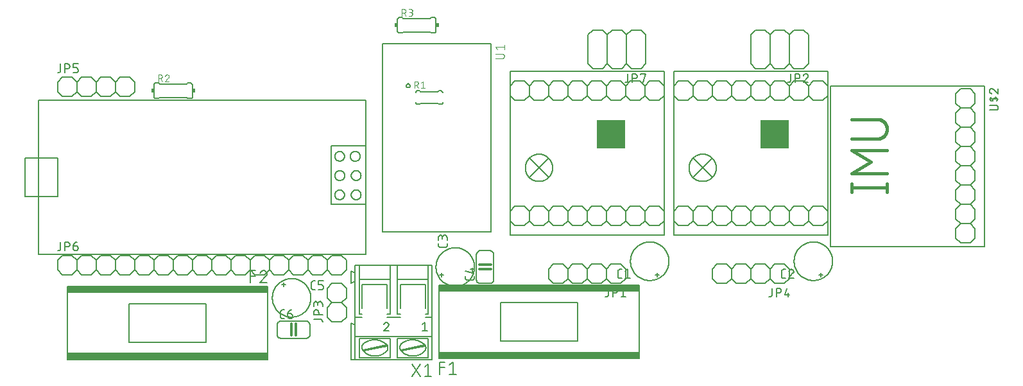
<source format=gbr>
G04 EAGLE Gerber RS-274X export*
G75*
%MOMM*%
%FSLAX34Y34*%
%LPD*%
%INSilkscreen Top*%
%IPPOS*%
%AMOC8*
5,1,8,0,0,1.08239X$1,22.5*%
G01*
%ADD10C,0.152400*%
%ADD11C,0.127000*%
%ADD12C,0.406400*%
%ADD13R,3.810000X3.810000*%
%ADD14C,0.177800*%
%ADD15C,0.200000*%
%ADD16C,0.101600*%
%ADD17R,0.381000X0.508000*%
%ADD18C,0.304800*%
%ADD19R,26.416000X0.889000*%


D10*
X736600Y400050D02*
X730250Y393700D01*
X717550Y393700D01*
X711200Y400050D01*
X711200Y412750D01*
X717550Y419100D01*
X730250Y419100D01*
X736600Y412750D01*
X768350Y393700D02*
X781050Y393700D01*
X768350Y393700D02*
X762000Y400050D01*
X762000Y412750D01*
X768350Y419100D01*
X762000Y400050D02*
X755650Y393700D01*
X742950Y393700D01*
X736600Y400050D01*
X736600Y412750D01*
X742950Y419100D01*
X755650Y419100D01*
X762000Y412750D01*
X787400Y412750D02*
X787400Y400050D01*
X781050Y393700D01*
X787400Y412750D02*
X781050Y419100D01*
X768350Y419100D01*
X704850Y393700D02*
X692150Y393700D01*
X685800Y400050D01*
X685800Y412750D01*
X692150Y419100D01*
X711200Y400050D02*
X704850Y393700D01*
X711200Y412750D02*
X704850Y419100D01*
X692150Y419100D01*
D11*
X764338Y387477D02*
X764338Y378587D01*
X764336Y378487D01*
X764330Y378388D01*
X764320Y378288D01*
X764307Y378190D01*
X764289Y378091D01*
X764268Y377994D01*
X764243Y377898D01*
X764214Y377802D01*
X764181Y377708D01*
X764145Y377615D01*
X764105Y377524D01*
X764061Y377434D01*
X764014Y377346D01*
X763964Y377260D01*
X763910Y377176D01*
X763853Y377094D01*
X763793Y377015D01*
X763729Y376937D01*
X763663Y376863D01*
X763594Y376791D01*
X763522Y376722D01*
X763448Y376656D01*
X763370Y376592D01*
X763291Y376532D01*
X763209Y376475D01*
X763125Y376421D01*
X763039Y376371D01*
X762951Y376324D01*
X762861Y376280D01*
X762770Y376240D01*
X762677Y376204D01*
X762583Y376171D01*
X762487Y376142D01*
X762391Y376117D01*
X762294Y376096D01*
X762195Y376078D01*
X762097Y376065D01*
X761997Y376055D01*
X761898Y376049D01*
X761798Y376047D01*
X760528Y376047D01*
X770319Y376047D02*
X770319Y387477D01*
X773494Y387477D01*
X773605Y387475D01*
X773715Y387469D01*
X773826Y387460D01*
X773936Y387446D01*
X774045Y387429D01*
X774154Y387408D01*
X774262Y387383D01*
X774369Y387354D01*
X774475Y387322D01*
X774580Y387286D01*
X774683Y387246D01*
X774785Y387203D01*
X774886Y387156D01*
X774985Y387105D01*
X775082Y387052D01*
X775176Y386995D01*
X775269Y386934D01*
X775360Y386871D01*
X775449Y386804D01*
X775535Y386734D01*
X775618Y386661D01*
X775700Y386586D01*
X775778Y386508D01*
X775853Y386426D01*
X775926Y386343D01*
X775996Y386257D01*
X776063Y386168D01*
X776126Y386077D01*
X776187Y385984D01*
X776244Y385889D01*
X776297Y385793D01*
X776348Y385694D01*
X776395Y385593D01*
X776438Y385491D01*
X776478Y385388D01*
X776514Y385283D01*
X776546Y385177D01*
X776575Y385070D01*
X776600Y384962D01*
X776621Y384853D01*
X776638Y384744D01*
X776652Y384634D01*
X776661Y384523D01*
X776667Y384413D01*
X776669Y384302D01*
X776667Y384191D01*
X776661Y384081D01*
X776652Y383970D01*
X776638Y383860D01*
X776621Y383751D01*
X776600Y383642D01*
X776575Y383534D01*
X776546Y383427D01*
X776514Y383321D01*
X776478Y383216D01*
X776438Y383113D01*
X776395Y383011D01*
X776348Y382910D01*
X776297Y382811D01*
X776244Y382714D01*
X776187Y382620D01*
X776126Y382527D01*
X776063Y382436D01*
X775996Y382347D01*
X775926Y382261D01*
X775853Y382178D01*
X775778Y382096D01*
X775700Y382018D01*
X775618Y381943D01*
X775535Y381870D01*
X775449Y381800D01*
X775360Y381733D01*
X775269Y381670D01*
X775176Y381609D01*
X775082Y381552D01*
X774985Y381499D01*
X774886Y381448D01*
X774785Y381401D01*
X774683Y381358D01*
X774580Y381318D01*
X774475Y381282D01*
X774369Y381250D01*
X774262Y381221D01*
X774154Y381196D01*
X774045Y381175D01*
X773936Y381158D01*
X773826Y381144D01*
X773715Y381135D01*
X773605Y381129D01*
X773494Y381127D01*
X770319Y381127D01*
X781177Y384937D02*
X784352Y387477D01*
X784352Y376047D01*
X781177Y376047D02*
X787527Y376047D01*
D10*
X403860Y510540D02*
X403862Y510699D01*
X403868Y510858D01*
X403878Y511016D01*
X403892Y511175D01*
X403910Y511333D01*
X403931Y511490D01*
X403957Y511647D01*
X403987Y511803D01*
X404020Y511959D01*
X404058Y512113D01*
X404099Y512267D01*
X404144Y512419D01*
X404193Y512570D01*
X404246Y512720D01*
X404302Y512869D01*
X404363Y513016D01*
X404426Y513161D01*
X404494Y513305D01*
X404565Y513448D01*
X404639Y513588D01*
X404717Y513726D01*
X404799Y513863D01*
X404884Y513997D01*
X404972Y514130D01*
X405063Y514260D01*
X405158Y514387D01*
X405256Y514512D01*
X405357Y514635D01*
X405461Y514755D01*
X405568Y514873D01*
X405678Y514988D01*
X405791Y515100D01*
X405906Y515209D01*
X406024Y515315D01*
X406145Y515419D01*
X406269Y515519D01*
X406394Y515616D01*
X406523Y515710D01*
X406653Y515800D01*
X406786Y515888D01*
X406921Y515972D01*
X407058Y516052D01*
X407197Y516130D01*
X407338Y516203D01*
X407480Y516273D01*
X407625Y516340D01*
X407771Y516403D01*
X407918Y516462D01*
X408067Y516518D01*
X408218Y516569D01*
X408369Y516617D01*
X408522Y516661D01*
X408676Y516702D01*
X408830Y516738D01*
X408986Y516771D01*
X409142Y516800D01*
X409299Y516824D01*
X409457Y516845D01*
X409615Y516862D01*
X409773Y516875D01*
X409932Y516884D01*
X410091Y516889D01*
X410250Y516890D01*
X410409Y516887D01*
X410567Y516880D01*
X410726Y516869D01*
X410884Y516854D01*
X411042Y516835D01*
X411199Y516812D01*
X411356Y516786D01*
X411512Y516755D01*
X411667Y516721D01*
X411821Y516682D01*
X411975Y516640D01*
X412127Y516594D01*
X412278Y516544D01*
X412427Y516490D01*
X412576Y516433D01*
X412722Y516372D01*
X412868Y516307D01*
X413011Y516239D01*
X413153Y516167D01*
X413293Y516091D01*
X413431Y516013D01*
X413567Y515930D01*
X413701Y515845D01*
X413832Y515756D01*
X413962Y515663D01*
X414089Y515568D01*
X414213Y515469D01*
X414336Y515367D01*
X414455Y515263D01*
X414572Y515155D01*
X414686Y515044D01*
X414797Y514931D01*
X414906Y514815D01*
X415011Y514696D01*
X415114Y514574D01*
X415213Y514450D01*
X415310Y514324D01*
X415403Y514195D01*
X415493Y514064D01*
X415579Y513930D01*
X415662Y513795D01*
X415742Y513657D01*
X415818Y513518D01*
X415891Y513377D01*
X415960Y513234D01*
X416026Y513089D01*
X416088Y512942D01*
X416146Y512795D01*
X416201Y512645D01*
X416252Y512495D01*
X416299Y512343D01*
X416342Y512190D01*
X416381Y512036D01*
X416417Y511881D01*
X416448Y511725D01*
X416476Y511569D01*
X416500Y511412D01*
X416520Y511254D01*
X416536Y511096D01*
X416548Y510937D01*
X416556Y510778D01*
X416560Y510619D01*
X416560Y510461D01*
X416556Y510302D01*
X416548Y510143D01*
X416536Y509984D01*
X416520Y509826D01*
X416500Y509668D01*
X416476Y509511D01*
X416448Y509355D01*
X416417Y509199D01*
X416381Y509044D01*
X416342Y508890D01*
X416299Y508737D01*
X416252Y508585D01*
X416201Y508435D01*
X416146Y508285D01*
X416088Y508138D01*
X416026Y507991D01*
X415960Y507846D01*
X415891Y507703D01*
X415818Y507562D01*
X415742Y507423D01*
X415662Y507285D01*
X415579Y507150D01*
X415493Y507016D01*
X415403Y506885D01*
X415310Y506756D01*
X415213Y506630D01*
X415114Y506506D01*
X415011Y506384D01*
X414906Y506265D01*
X414797Y506149D01*
X414686Y506036D01*
X414572Y505925D01*
X414455Y505817D01*
X414336Y505713D01*
X414213Y505611D01*
X414089Y505512D01*
X413962Y505417D01*
X413832Y505324D01*
X413701Y505235D01*
X413567Y505150D01*
X413431Y505067D01*
X413293Y504989D01*
X413153Y504913D01*
X413011Y504841D01*
X412868Y504773D01*
X412722Y504708D01*
X412576Y504647D01*
X412427Y504590D01*
X412278Y504536D01*
X412127Y504486D01*
X411975Y504440D01*
X411821Y504398D01*
X411667Y504359D01*
X411512Y504325D01*
X411356Y504294D01*
X411199Y504268D01*
X411042Y504245D01*
X410884Y504226D01*
X410726Y504211D01*
X410567Y504200D01*
X410409Y504193D01*
X410250Y504190D01*
X410091Y504191D01*
X409932Y504196D01*
X409773Y504205D01*
X409615Y504218D01*
X409457Y504235D01*
X409299Y504256D01*
X409142Y504280D01*
X408986Y504309D01*
X408830Y504342D01*
X408676Y504378D01*
X408522Y504419D01*
X408369Y504463D01*
X408218Y504511D01*
X408067Y504562D01*
X407918Y504618D01*
X407771Y504677D01*
X407625Y504740D01*
X407480Y504807D01*
X407338Y504877D01*
X407197Y504950D01*
X407058Y505028D01*
X406921Y505108D01*
X406786Y505192D01*
X406653Y505280D01*
X406523Y505370D01*
X406394Y505464D01*
X406269Y505561D01*
X406145Y505661D01*
X406024Y505765D01*
X405906Y505871D01*
X405791Y505980D01*
X405678Y506092D01*
X405568Y506207D01*
X405461Y506325D01*
X405357Y506445D01*
X405256Y506568D01*
X405158Y506693D01*
X405063Y506820D01*
X404972Y506950D01*
X404884Y507083D01*
X404799Y507217D01*
X404717Y507354D01*
X404639Y507492D01*
X404565Y507632D01*
X404494Y507775D01*
X404426Y507919D01*
X404363Y508064D01*
X404302Y508211D01*
X404246Y508360D01*
X404193Y508510D01*
X404144Y508661D01*
X404099Y508813D01*
X404058Y508967D01*
X404020Y509121D01*
X403987Y509277D01*
X403957Y509433D01*
X403931Y509590D01*
X403910Y509747D01*
X403892Y509905D01*
X403878Y510064D01*
X403868Y510222D01*
X403862Y510381D01*
X403860Y510540D01*
X403734Y535940D02*
X403736Y536101D01*
X403742Y536262D01*
X403752Y536422D01*
X403766Y536582D01*
X403784Y536742D01*
X403806Y536901D01*
X403832Y537060D01*
X403861Y537218D01*
X403895Y537375D01*
X403933Y537532D01*
X403974Y537687D01*
X404019Y537842D01*
X404069Y537995D01*
X404122Y538147D01*
X404178Y538297D01*
X404239Y538446D01*
X404303Y538594D01*
X404370Y538739D01*
X404442Y538884D01*
X404517Y539026D01*
X404595Y539166D01*
X404677Y539305D01*
X404762Y539441D01*
X404851Y539575D01*
X404943Y539707D01*
X405038Y539837D01*
X405136Y539964D01*
X405238Y540089D01*
X405342Y540211D01*
X405450Y540331D01*
X405560Y540448D01*
X405674Y540562D01*
X405790Y540673D01*
X405909Y540781D01*
X406030Y540887D01*
X406154Y540989D01*
X406281Y541088D01*
X406410Y541184D01*
X406541Y541277D01*
X406675Y541366D01*
X406811Y541452D01*
X406949Y541535D01*
X407089Y541614D01*
X407231Y541690D01*
X407374Y541762D01*
X407520Y541831D01*
X407667Y541896D01*
X407816Y541957D01*
X407966Y542015D01*
X408117Y542069D01*
X408270Y542119D01*
X408424Y542165D01*
X408579Y542207D01*
X408735Y542246D01*
X408892Y542281D01*
X409050Y542311D01*
X409209Y542338D01*
X409368Y542361D01*
X409528Y542380D01*
X409688Y542395D01*
X409848Y542406D01*
X410009Y542413D01*
X410170Y542416D01*
X410331Y542415D01*
X410491Y542410D01*
X410652Y542401D01*
X410812Y542388D01*
X410972Y542371D01*
X411132Y542350D01*
X411291Y542325D01*
X411449Y542296D01*
X411606Y542264D01*
X411763Y542227D01*
X411918Y542187D01*
X412073Y542142D01*
X412226Y542094D01*
X412379Y542042D01*
X412530Y541986D01*
X412679Y541927D01*
X412827Y541864D01*
X412973Y541797D01*
X413118Y541726D01*
X413261Y541653D01*
X413401Y541575D01*
X413540Y541494D01*
X413677Y541410D01*
X413812Y541322D01*
X413945Y541231D01*
X414075Y541136D01*
X414203Y541039D01*
X414328Y540938D01*
X414451Y540834D01*
X414571Y540727D01*
X414689Y540618D01*
X414803Y540505D01*
X414915Y540390D01*
X415024Y540271D01*
X415130Y540150D01*
X415234Y540027D01*
X415333Y539901D01*
X415430Y539772D01*
X415524Y539642D01*
X415614Y539509D01*
X415701Y539373D01*
X415785Y539236D01*
X415865Y539096D01*
X415941Y538955D01*
X416014Y538812D01*
X416084Y538667D01*
X416150Y538520D01*
X416212Y538372D01*
X416271Y538222D01*
X416325Y538071D01*
X416376Y537918D01*
X416424Y537765D01*
X416467Y537610D01*
X416507Y537454D01*
X416542Y537297D01*
X416574Y537139D01*
X416602Y536981D01*
X416626Y536822D01*
X416646Y536662D01*
X416662Y536502D01*
X416674Y536342D01*
X416682Y536181D01*
X416686Y536020D01*
X416686Y535860D01*
X416682Y535699D01*
X416674Y535538D01*
X416662Y535378D01*
X416646Y535218D01*
X416626Y535058D01*
X416602Y534899D01*
X416574Y534741D01*
X416542Y534583D01*
X416507Y534426D01*
X416467Y534270D01*
X416424Y534115D01*
X416376Y533962D01*
X416325Y533809D01*
X416271Y533658D01*
X416212Y533508D01*
X416150Y533360D01*
X416084Y533213D01*
X416014Y533068D01*
X415941Y532925D01*
X415865Y532784D01*
X415785Y532644D01*
X415701Y532507D01*
X415614Y532371D01*
X415524Y532238D01*
X415430Y532108D01*
X415333Y531979D01*
X415234Y531853D01*
X415130Y531730D01*
X415024Y531609D01*
X414915Y531490D01*
X414803Y531375D01*
X414689Y531262D01*
X414571Y531153D01*
X414451Y531046D01*
X414328Y530942D01*
X414203Y530841D01*
X414075Y530744D01*
X413945Y530649D01*
X413812Y530558D01*
X413677Y530470D01*
X413540Y530386D01*
X413401Y530305D01*
X413261Y530227D01*
X413118Y530154D01*
X412973Y530083D01*
X412827Y530016D01*
X412679Y529953D01*
X412530Y529894D01*
X412379Y529838D01*
X412226Y529786D01*
X412073Y529738D01*
X411918Y529693D01*
X411763Y529653D01*
X411606Y529616D01*
X411449Y529584D01*
X411291Y529555D01*
X411132Y529530D01*
X410972Y529509D01*
X410812Y529492D01*
X410652Y529479D01*
X410491Y529470D01*
X410331Y529465D01*
X410170Y529464D01*
X410009Y529467D01*
X409848Y529474D01*
X409688Y529485D01*
X409528Y529500D01*
X409368Y529519D01*
X409209Y529542D01*
X409050Y529569D01*
X408892Y529599D01*
X408735Y529634D01*
X408579Y529673D01*
X408424Y529715D01*
X408270Y529761D01*
X408117Y529811D01*
X407966Y529865D01*
X407816Y529923D01*
X407667Y529984D01*
X407520Y530049D01*
X407374Y530118D01*
X407231Y530190D01*
X407089Y530266D01*
X406949Y530345D01*
X406811Y530428D01*
X406675Y530514D01*
X406541Y530603D01*
X406410Y530696D01*
X406281Y530792D01*
X406154Y530891D01*
X406030Y530993D01*
X405909Y531099D01*
X405790Y531207D01*
X405674Y531318D01*
X405560Y531432D01*
X405450Y531549D01*
X405342Y531669D01*
X405238Y531791D01*
X405136Y531916D01*
X405038Y532043D01*
X404943Y532173D01*
X404851Y532305D01*
X404762Y532439D01*
X404677Y532575D01*
X404595Y532714D01*
X404517Y532854D01*
X404442Y532996D01*
X404370Y533141D01*
X404303Y533286D01*
X404239Y533434D01*
X404178Y533583D01*
X404122Y533733D01*
X404069Y533885D01*
X404019Y534038D01*
X403974Y534193D01*
X403933Y534348D01*
X403895Y534505D01*
X403861Y534662D01*
X403832Y534820D01*
X403806Y534979D01*
X403784Y535138D01*
X403766Y535298D01*
X403752Y535458D01*
X403742Y535618D01*
X403736Y535779D01*
X403734Y535940D01*
X403860Y561340D02*
X403862Y561499D01*
X403868Y561658D01*
X403878Y561816D01*
X403892Y561975D01*
X403910Y562133D01*
X403931Y562290D01*
X403957Y562447D01*
X403987Y562603D01*
X404020Y562759D01*
X404058Y562913D01*
X404099Y563067D01*
X404144Y563219D01*
X404193Y563370D01*
X404246Y563520D01*
X404302Y563669D01*
X404363Y563816D01*
X404426Y563961D01*
X404494Y564105D01*
X404565Y564248D01*
X404639Y564388D01*
X404717Y564526D01*
X404799Y564663D01*
X404884Y564797D01*
X404972Y564930D01*
X405063Y565060D01*
X405158Y565187D01*
X405256Y565312D01*
X405357Y565435D01*
X405461Y565555D01*
X405568Y565673D01*
X405678Y565788D01*
X405791Y565900D01*
X405906Y566009D01*
X406024Y566115D01*
X406145Y566219D01*
X406269Y566319D01*
X406394Y566416D01*
X406523Y566510D01*
X406653Y566600D01*
X406786Y566688D01*
X406921Y566772D01*
X407058Y566852D01*
X407197Y566930D01*
X407338Y567003D01*
X407480Y567073D01*
X407625Y567140D01*
X407771Y567203D01*
X407918Y567262D01*
X408067Y567318D01*
X408218Y567369D01*
X408369Y567417D01*
X408522Y567461D01*
X408676Y567502D01*
X408830Y567538D01*
X408986Y567571D01*
X409142Y567600D01*
X409299Y567624D01*
X409457Y567645D01*
X409615Y567662D01*
X409773Y567675D01*
X409932Y567684D01*
X410091Y567689D01*
X410250Y567690D01*
X410409Y567687D01*
X410567Y567680D01*
X410726Y567669D01*
X410884Y567654D01*
X411042Y567635D01*
X411199Y567612D01*
X411356Y567586D01*
X411512Y567555D01*
X411667Y567521D01*
X411821Y567482D01*
X411975Y567440D01*
X412127Y567394D01*
X412278Y567344D01*
X412427Y567290D01*
X412576Y567233D01*
X412722Y567172D01*
X412868Y567107D01*
X413011Y567039D01*
X413153Y566967D01*
X413293Y566891D01*
X413431Y566813D01*
X413567Y566730D01*
X413701Y566645D01*
X413832Y566556D01*
X413962Y566463D01*
X414089Y566368D01*
X414213Y566269D01*
X414336Y566167D01*
X414455Y566063D01*
X414572Y565955D01*
X414686Y565844D01*
X414797Y565731D01*
X414906Y565615D01*
X415011Y565496D01*
X415114Y565374D01*
X415213Y565250D01*
X415310Y565124D01*
X415403Y564995D01*
X415493Y564864D01*
X415579Y564730D01*
X415662Y564595D01*
X415742Y564457D01*
X415818Y564318D01*
X415891Y564177D01*
X415960Y564034D01*
X416026Y563889D01*
X416088Y563742D01*
X416146Y563595D01*
X416201Y563445D01*
X416252Y563295D01*
X416299Y563143D01*
X416342Y562990D01*
X416381Y562836D01*
X416417Y562681D01*
X416448Y562525D01*
X416476Y562369D01*
X416500Y562212D01*
X416520Y562054D01*
X416536Y561896D01*
X416548Y561737D01*
X416556Y561578D01*
X416560Y561419D01*
X416560Y561261D01*
X416556Y561102D01*
X416548Y560943D01*
X416536Y560784D01*
X416520Y560626D01*
X416500Y560468D01*
X416476Y560311D01*
X416448Y560155D01*
X416417Y559999D01*
X416381Y559844D01*
X416342Y559690D01*
X416299Y559537D01*
X416252Y559385D01*
X416201Y559235D01*
X416146Y559085D01*
X416088Y558938D01*
X416026Y558791D01*
X415960Y558646D01*
X415891Y558503D01*
X415818Y558362D01*
X415742Y558223D01*
X415662Y558085D01*
X415579Y557950D01*
X415493Y557816D01*
X415403Y557685D01*
X415310Y557556D01*
X415213Y557430D01*
X415114Y557306D01*
X415011Y557184D01*
X414906Y557065D01*
X414797Y556949D01*
X414686Y556836D01*
X414572Y556725D01*
X414455Y556617D01*
X414336Y556513D01*
X414213Y556411D01*
X414089Y556312D01*
X413962Y556217D01*
X413832Y556124D01*
X413701Y556035D01*
X413567Y555950D01*
X413431Y555867D01*
X413293Y555789D01*
X413153Y555713D01*
X413011Y555641D01*
X412868Y555573D01*
X412722Y555508D01*
X412576Y555447D01*
X412427Y555390D01*
X412278Y555336D01*
X412127Y555286D01*
X411975Y555240D01*
X411821Y555198D01*
X411667Y555159D01*
X411512Y555125D01*
X411356Y555094D01*
X411199Y555068D01*
X411042Y555045D01*
X410884Y555026D01*
X410726Y555011D01*
X410567Y555000D01*
X410409Y554993D01*
X410250Y554990D01*
X410091Y554991D01*
X409932Y554996D01*
X409773Y555005D01*
X409615Y555018D01*
X409457Y555035D01*
X409299Y555056D01*
X409142Y555080D01*
X408986Y555109D01*
X408830Y555142D01*
X408676Y555178D01*
X408522Y555219D01*
X408369Y555263D01*
X408218Y555311D01*
X408067Y555362D01*
X407918Y555418D01*
X407771Y555477D01*
X407625Y555540D01*
X407480Y555607D01*
X407338Y555677D01*
X407197Y555750D01*
X407058Y555828D01*
X406921Y555908D01*
X406786Y555992D01*
X406653Y556080D01*
X406523Y556170D01*
X406394Y556264D01*
X406269Y556361D01*
X406145Y556461D01*
X406024Y556565D01*
X405906Y556671D01*
X405791Y556780D01*
X405678Y556892D01*
X405568Y557007D01*
X405461Y557125D01*
X405357Y557245D01*
X405256Y557368D01*
X405158Y557493D01*
X405063Y557620D01*
X404972Y557750D01*
X404884Y557883D01*
X404799Y558017D01*
X404717Y558154D01*
X404639Y558292D01*
X404565Y558432D01*
X404494Y558575D01*
X404426Y558719D01*
X404363Y558864D01*
X404302Y559011D01*
X404246Y559160D01*
X404193Y559310D01*
X404144Y559461D01*
X404099Y559613D01*
X404058Y559767D01*
X404020Y559921D01*
X403987Y560077D01*
X403957Y560233D01*
X403931Y560390D01*
X403910Y560547D01*
X403892Y560705D01*
X403878Y560864D01*
X403868Y561022D01*
X403862Y561181D01*
X403860Y561340D01*
X424054Y561340D02*
X424056Y561501D01*
X424062Y561662D01*
X424072Y561822D01*
X424086Y561982D01*
X424104Y562142D01*
X424126Y562301D01*
X424152Y562460D01*
X424181Y562618D01*
X424215Y562775D01*
X424253Y562932D01*
X424294Y563087D01*
X424339Y563242D01*
X424389Y563395D01*
X424442Y563547D01*
X424498Y563697D01*
X424559Y563846D01*
X424623Y563994D01*
X424690Y564139D01*
X424762Y564284D01*
X424837Y564426D01*
X424915Y564566D01*
X424997Y564705D01*
X425082Y564841D01*
X425171Y564975D01*
X425263Y565107D01*
X425358Y565237D01*
X425456Y565364D01*
X425558Y565489D01*
X425662Y565611D01*
X425770Y565731D01*
X425880Y565848D01*
X425994Y565962D01*
X426110Y566073D01*
X426229Y566181D01*
X426350Y566287D01*
X426474Y566389D01*
X426601Y566488D01*
X426730Y566584D01*
X426861Y566677D01*
X426995Y566766D01*
X427131Y566852D01*
X427269Y566935D01*
X427409Y567014D01*
X427551Y567090D01*
X427694Y567162D01*
X427840Y567231D01*
X427987Y567296D01*
X428136Y567357D01*
X428286Y567415D01*
X428437Y567469D01*
X428590Y567519D01*
X428744Y567565D01*
X428899Y567607D01*
X429055Y567646D01*
X429212Y567681D01*
X429370Y567711D01*
X429529Y567738D01*
X429688Y567761D01*
X429848Y567780D01*
X430008Y567795D01*
X430168Y567806D01*
X430329Y567813D01*
X430490Y567816D01*
X430651Y567815D01*
X430811Y567810D01*
X430972Y567801D01*
X431132Y567788D01*
X431292Y567771D01*
X431452Y567750D01*
X431611Y567725D01*
X431769Y567696D01*
X431926Y567664D01*
X432083Y567627D01*
X432238Y567587D01*
X432393Y567542D01*
X432546Y567494D01*
X432699Y567442D01*
X432850Y567386D01*
X432999Y567327D01*
X433147Y567264D01*
X433293Y567197D01*
X433438Y567126D01*
X433581Y567053D01*
X433721Y566975D01*
X433860Y566894D01*
X433997Y566810D01*
X434132Y566722D01*
X434265Y566631D01*
X434395Y566536D01*
X434523Y566439D01*
X434648Y566338D01*
X434771Y566234D01*
X434891Y566127D01*
X435009Y566018D01*
X435123Y565905D01*
X435235Y565790D01*
X435344Y565671D01*
X435450Y565550D01*
X435554Y565427D01*
X435653Y565301D01*
X435750Y565172D01*
X435844Y565042D01*
X435934Y564909D01*
X436021Y564773D01*
X436105Y564636D01*
X436185Y564496D01*
X436261Y564355D01*
X436334Y564212D01*
X436404Y564067D01*
X436470Y563920D01*
X436532Y563772D01*
X436591Y563622D01*
X436645Y563471D01*
X436696Y563318D01*
X436744Y563165D01*
X436787Y563010D01*
X436827Y562854D01*
X436862Y562697D01*
X436894Y562539D01*
X436922Y562381D01*
X436946Y562222D01*
X436966Y562062D01*
X436982Y561902D01*
X436994Y561742D01*
X437002Y561581D01*
X437006Y561420D01*
X437006Y561260D01*
X437002Y561099D01*
X436994Y560938D01*
X436982Y560778D01*
X436966Y560618D01*
X436946Y560458D01*
X436922Y560299D01*
X436894Y560141D01*
X436862Y559983D01*
X436827Y559826D01*
X436787Y559670D01*
X436744Y559515D01*
X436696Y559362D01*
X436645Y559209D01*
X436591Y559058D01*
X436532Y558908D01*
X436470Y558760D01*
X436404Y558613D01*
X436334Y558468D01*
X436261Y558325D01*
X436185Y558184D01*
X436105Y558044D01*
X436021Y557907D01*
X435934Y557771D01*
X435844Y557638D01*
X435750Y557508D01*
X435653Y557379D01*
X435554Y557253D01*
X435450Y557130D01*
X435344Y557009D01*
X435235Y556890D01*
X435123Y556775D01*
X435009Y556662D01*
X434891Y556553D01*
X434771Y556446D01*
X434648Y556342D01*
X434523Y556241D01*
X434395Y556144D01*
X434265Y556049D01*
X434132Y555958D01*
X433997Y555870D01*
X433860Y555786D01*
X433721Y555705D01*
X433581Y555627D01*
X433438Y555554D01*
X433293Y555483D01*
X433147Y555416D01*
X432999Y555353D01*
X432850Y555294D01*
X432699Y555238D01*
X432546Y555186D01*
X432393Y555138D01*
X432238Y555093D01*
X432083Y555053D01*
X431926Y555016D01*
X431769Y554984D01*
X431611Y554955D01*
X431452Y554930D01*
X431292Y554909D01*
X431132Y554892D01*
X430972Y554879D01*
X430811Y554870D01*
X430651Y554865D01*
X430490Y554864D01*
X430329Y554867D01*
X430168Y554874D01*
X430008Y554885D01*
X429848Y554900D01*
X429688Y554919D01*
X429529Y554942D01*
X429370Y554969D01*
X429212Y554999D01*
X429055Y555034D01*
X428899Y555073D01*
X428744Y555115D01*
X428590Y555161D01*
X428437Y555211D01*
X428286Y555265D01*
X428136Y555323D01*
X427987Y555384D01*
X427840Y555449D01*
X427694Y555518D01*
X427551Y555590D01*
X427409Y555666D01*
X427269Y555745D01*
X427131Y555828D01*
X426995Y555914D01*
X426861Y556003D01*
X426730Y556096D01*
X426601Y556192D01*
X426474Y556291D01*
X426350Y556393D01*
X426229Y556499D01*
X426110Y556607D01*
X425994Y556718D01*
X425880Y556832D01*
X425770Y556949D01*
X425662Y557069D01*
X425558Y557191D01*
X425456Y557316D01*
X425358Y557443D01*
X425263Y557573D01*
X425171Y557705D01*
X425082Y557839D01*
X424997Y557975D01*
X424915Y558114D01*
X424837Y558254D01*
X424762Y558396D01*
X424690Y558541D01*
X424623Y558686D01*
X424559Y558834D01*
X424498Y558983D01*
X424442Y559133D01*
X424389Y559285D01*
X424339Y559438D01*
X424294Y559593D01*
X424253Y559748D01*
X424215Y559905D01*
X424181Y560062D01*
X424152Y560220D01*
X424126Y560379D01*
X424104Y560538D01*
X424086Y560698D01*
X424072Y560858D01*
X424062Y561018D01*
X424056Y561179D01*
X424054Y561340D01*
X425324Y535940D02*
X425326Y536101D01*
X425332Y536262D01*
X425342Y536422D01*
X425356Y536582D01*
X425374Y536742D01*
X425396Y536901D01*
X425422Y537060D01*
X425451Y537218D01*
X425485Y537375D01*
X425523Y537532D01*
X425564Y537687D01*
X425609Y537842D01*
X425659Y537995D01*
X425712Y538147D01*
X425768Y538297D01*
X425829Y538446D01*
X425893Y538594D01*
X425960Y538739D01*
X426032Y538884D01*
X426107Y539026D01*
X426185Y539166D01*
X426267Y539305D01*
X426352Y539441D01*
X426441Y539575D01*
X426533Y539707D01*
X426628Y539837D01*
X426726Y539964D01*
X426828Y540089D01*
X426932Y540211D01*
X427040Y540331D01*
X427150Y540448D01*
X427264Y540562D01*
X427380Y540673D01*
X427499Y540781D01*
X427620Y540887D01*
X427744Y540989D01*
X427871Y541088D01*
X428000Y541184D01*
X428131Y541277D01*
X428265Y541366D01*
X428401Y541452D01*
X428539Y541535D01*
X428679Y541614D01*
X428821Y541690D01*
X428964Y541762D01*
X429110Y541831D01*
X429257Y541896D01*
X429406Y541957D01*
X429556Y542015D01*
X429707Y542069D01*
X429860Y542119D01*
X430014Y542165D01*
X430169Y542207D01*
X430325Y542246D01*
X430482Y542281D01*
X430640Y542311D01*
X430799Y542338D01*
X430958Y542361D01*
X431118Y542380D01*
X431278Y542395D01*
X431438Y542406D01*
X431599Y542413D01*
X431760Y542416D01*
X431921Y542415D01*
X432081Y542410D01*
X432242Y542401D01*
X432402Y542388D01*
X432562Y542371D01*
X432722Y542350D01*
X432881Y542325D01*
X433039Y542296D01*
X433196Y542264D01*
X433353Y542227D01*
X433508Y542187D01*
X433663Y542142D01*
X433816Y542094D01*
X433969Y542042D01*
X434120Y541986D01*
X434269Y541927D01*
X434417Y541864D01*
X434563Y541797D01*
X434708Y541726D01*
X434851Y541653D01*
X434991Y541575D01*
X435130Y541494D01*
X435267Y541410D01*
X435402Y541322D01*
X435535Y541231D01*
X435665Y541136D01*
X435793Y541039D01*
X435918Y540938D01*
X436041Y540834D01*
X436161Y540727D01*
X436279Y540618D01*
X436393Y540505D01*
X436505Y540390D01*
X436614Y540271D01*
X436720Y540150D01*
X436824Y540027D01*
X436923Y539901D01*
X437020Y539772D01*
X437114Y539642D01*
X437204Y539509D01*
X437291Y539373D01*
X437375Y539236D01*
X437455Y539096D01*
X437531Y538955D01*
X437604Y538812D01*
X437674Y538667D01*
X437740Y538520D01*
X437802Y538372D01*
X437861Y538222D01*
X437915Y538071D01*
X437966Y537918D01*
X438014Y537765D01*
X438057Y537610D01*
X438097Y537454D01*
X438132Y537297D01*
X438164Y537139D01*
X438192Y536981D01*
X438216Y536822D01*
X438236Y536662D01*
X438252Y536502D01*
X438264Y536342D01*
X438272Y536181D01*
X438276Y536020D01*
X438276Y535860D01*
X438272Y535699D01*
X438264Y535538D01*
X438252Y535378D01*
X438236Y535218D01*
X438216Y535058D01*
X438192Y534899D01*
X438164Y534741D01*
X438132Y534583D01*
X438097Y534426D01*
X438057Y534270D01*
X438014Y534115D01*
X437966Y533962D01*
X437915Y533809D01*
X437861Y533658D01*
X437802Y533508D01*
X437740Y533360D01*
X437674Y533213D01*
X437604Y533068D01*
X437531Y532925D01*
X437455Y532784D01*
X437375Y532644D01*
X437291Y532507D01*
X437204Y532371D01*
X437114Y532238D01*
X437020Y532108D01*
X436923Y531979D01*
X436824Y531853D01*
X436720Y531730D01*
X436614Y531609D01*
X436505Y531490D01*
X436393Y531375D01*
X436279Y531262D01*
X436161Y531153D01*
X436041Y531046D01*
X435918Y530942D01*
X435793Y530841D01*
X435665Y530744D01*
X435535Y530649D01*
X435402Y530558D01*
X435267Y530470D01*
X435130Y530386D01*
X434991Y530305D01*
X434851Y530227D01*
X434708Y530154D01*
X434563Y530083D01*
X434417Y530016D01*
X434269Y529953D01*
X434120Y529894D01*
X433969Y529838D01*
X433816Y529786D01*
X433663Y529738D01*
X433508Y529693D01*
X433353Y529653D01*
X433196Y529616D01*
X433039Y529584D01*
X432881Y529555D01*
X432722Y529530D01*
X432562Y529509D01*
X432402Y529492D01*
X432242Y529479D01*
X432081Y529470D01*
X431921Y529465D01*
X431760Y529464D01*
X431599Y529467D01*
X431438Y529474D01*
X431278Y529485D01*
X431118Y529500D01*
X430958Y529519D01*
X430799Y529542D01*
X430640Y529569D01*
X430482Y529599D01*
X430325Y529634D01*
X430169Y529673D01*
X430014Y529715D01*
X429860Y529761D01*
X429707Y529811D01*
X429556Y529865D01*
X429406Y529923D01*
X429257Y529984D01*
X429110Y530049D01*
X428964Y530118D01*
X428821Y530190D01*
X428679Y530266D01*
X428539Y530345D01*
X428401Y530428D01*
X428265Y530514D01*
X428131Y530603D01*
X428000Y530696D01*
X427871Y530792D01*
X427744Y530891D01*
X427620Y530993D01*
X427499Y531099D01*
X427380Y531207D01*
X427264Y531318D01*
X427150Y531432D01*
X427040Y531549D01*
X426932Y531669D01*
X426828Y531791D01*
X426726Y531916D01*
X426628Y532043D01*
X426533Y532173D01*
X426441Y532305D01*
X426352Y532439D01*
X426267Y532575D01*
X426185Y532714D01*
X426107Y532854D01*
X426032Y532996D01*
X425960Y533141D01*
X425893Y533286D01*
X425829Y533434D01*
X425768Y533583D01*
X425712Y533733D01*
X425659Y533885D01*
X425609Y534038D01*
X425564Y534193D01*
X425523Y534348D01*
X425485Y534505D01*
X425451Y534662D01*
X425422Y534820D01*
X425396Y534979D01*
X425374Y535138D01*
X425356Y535298D01*
X425342Y535458D01*
X425332Y535618D01*
X425326Y535779D01*
X425324Y535940D01*
X425324Y510540D02*
X425326Y510701D01*
X425332Y510862D01*
X425342Y511022D01*
X425356Y511182D01*
X425374Y511342D01*
X425396Y511501D01*
X425422Y511660D01*
X425451Y511818D01*
X425485Y511975D01*
X425523Y512132D01*
X425564Y512287D01*
X425609Y512442D01*
X425659Y512595D01*
X425712Y512747D01*
X425768Y512897D01*
X425829Y513046D01*
X425893Y513194D01*
X425960Y513339D01*
X426032Y513484D01*
X426107Y513626D01*
X426185Y513766D01*
X426267Y513905D01*
X426352Y514041D01*
X426441Y514175D01*
X426533Y514307D01*
X426628Y514437D01*
X426726Y514564D01*
X426828Y514689D01*
X426932Y514811D01*
X427040Y514931D01*
X427150Y515048D01*
X427264Y515162D01*
X427380Y515273D01*
X427499Y515381D01*
X427620Y515487D01*
X427744Y515589D01*
X427871Y515688D01*
X428000Y515784D01*
X428131Y515877D01*
X428265Y515966D01*
X428401Y516052D01*
X428539Y516135D01*
X428679Y516214D01*
X428821Y516290D01*
X428964Y516362D01*
X429110Y516431D01*
X429257Y516496D01*
X429406Y516557D01*
X429556Y516615D01*
X429707Y516669D01*
X429860Y516719D01*
X430014Y516765D01*
X430169Y516807D01*
X430325Y516846D01*
X430482Y516881D01*
X430640Y516911D01*
X430799Y516938D01*
X430958Y516961D01*
X431118Y516980D01*
X431278Y516995D01*
X431438Y517006D01*
X431599Y517013D01*
X431760Y517016D01*
X431921Y517015D01*
X432081Y517010D01*
X432242Y517001D01*
X432402Y516988D01*
X432562Y516971D01*
X432722Y516950D01*
X432881Y516925D01*
X433039Y516896D01*
X433196Y516864D01*
X433353Y516827D01*
X433508Y516787D01*
X433663Y516742D01*
X433816Y516694D01*
X433969Y516642D01*
X434120Y516586D01*
X434269Y516527D01*
X434417Y516464D01*
X434563Y516397D01*
X434708Y516326D01*
X434851Y516253D01*
X434991Y516175D01*
X435130Y516094D01*
X435267Y516010D01*
X435402Y515922D01*
X435535Y515831D01*
X435665Y515736D01*
X435793Y515639D01*
X435918Y515538D01*
X436041Y515434D01*
X436161Y515327D01*
X436279Y515218D01*
X436393Y515105D01*
X436505Y514990D01*
X436614Y514871D01*
X436720Y514750D01*
X436824Y514627D01*
X436923Y514501D01*
X437020Y514372D01*
X437114Y514242D01*
X437204Y514109D01*
X437291Y513973D01*
X437375Y513836D01*
X437455Y513696D01*
X437531Y513555D01*
X437604Y513412D01*
X437674Y513267D01*
X437740Y513120D01*
X437802Y512972D01*
X437861Y512822D01*
X437915Y512671D01*
X437966Y512518D01*
X438014Y512365D01*
X438057Y512210D01*
X438097Y512054D01*
X438132Y511897D01*
X438164Y511739D01*
X438192Y511581D01*
X438216Y511422D01*
X438236Y511262D01*
X438252Y511102D01*
X438264Y510942D01*
X438272Y510781D01*
X438276Y510620D01*
X438276Y510460D01*
X438272Y510299D01*
X438264Y510138D01*
X438252Y509978D01*
X438236Y509818D01*
X438216Y509658D01*
X438192Y509499D01*
X438164Y509341D01*
X438132Y509183D01*
X438097Y509026D01*
X438057Y508870D01*
X438014Y508715D01*
X437966Y508562D01*
X437915Y508409D01*
X437861Y508258D01*
X437802Y508108D01*
X437740Y507960D01*
X437674Y507813D01*
X437604Y507668D01*
X437531Y507525D01*
X437455Y507384D01*
X437375Y507244D01*
X437291Y507107D01*
X437204Y506971D01*
X437114Y506838D01*
X437020Y506708D01*
X436923Y506579D01*
X436824Y506453D01*
X436720Y506330D01*
X436614Y506209D01*
X436505Y506090D01*
X436393Y505975D01*
X436279Y505862D01*
X436161Y505753D01*
X436041Y505646D01*
X435918Y505542D01*
X435793Y505441D01*
X435665Y505344D01*
X435535Y505249D01*
X435402Y505158D01*
X435267Y505070D01*
X435130Y504986D01*
X434991Y504905D01*
X434851Y504827D01*
X434708Y504754D01*
X434563Y504683D01*
X434417Y504616D01*
X434269Y504553D01*
X434120Y504494D01*
X433969Y504438D01*
X433816Y504386D01*
X433663Y504338D01*
X433508Y504293D01*
X433353Y504253D01*
X433196Y504216D01*
X433039Y504184D01*
X432881Y504155D01*
X432722Y504130D01*
X432562Y504109D01*
X432402Y504092D01*
X432242Y504079D01*
X432081Y504070D01*
X431921Y504065D01*
X431760Y504064D01*
X431599Y504067D01*
X431438Y504074D01*
X431278Y504085D01*
X431118Y504100D01*
X430958Y504119D01*
X430799Y504142D01*
X430640Y504169D01*
X430482Y504199D01*
X430325Y504234D01*
X430169Y504273D01*
X430014Y504315D01*
X429860Y504361D01*
X429707Y504411D01*
X429556Y504465D01*
X429406Y504523D01*
X429257Y504584D01*
X429110Y504649D01*
X428964Y504718D01*
X428821Y504790D01*
X428679Y504866D01*
X428539Y504945D01*
X428401Y505028D01*
X428265Y505114D01*
X428131Y505203D01*
X428000Y505296D01*
X427871Y505392D01*
X427744Y505491D01*
X427620Y505593D01*
X427499Y505699D01*
X427380Y505807D01*
X427264Y505918D01*
X427150Y506032D01*
X427040Y506149D01*
X426932Y506269D01*
X426828Y506391D01*
X426726Y506516D01*
X426628Y506643D01*
X426533Y506773D01*
X426441Y506905D01*
X426352Y507039D01*
X426267Y507175D01*
X426185Y507314D01*
X426107Y507454D01*
X426032Y507596D01*
X425960Y507741D01*
X425893Y507886D01*
X425829Y508034D01*
X425768Y508183D01*
X425712Y508333D01*
X425659Y508485D01*
X425609Y508638D01*
X425564Y508793D01*
X425523Y508948D01*
X425485Y509105D01*
X425451Y509262D01*
X425422Y509420D01*
X425396Y509579D01*
X425374Y509738D01*
X425356Y509898D01*
X425342Y510058D01*
X425332Y510218D01*
X425326Y510379D01*
X425324Y510540D01*
X398780Y497840D02*
X398780Y575310D01*
X444500Y575310D01*
X444500Y497840D01*
X398780Y497840D01*
X444500Y431800D02*
X12700Y431800D01*
X444500Y431800D02*
X444500Y635000D01*
X12700Y635000D01*
X12700Y431800D01*
X-5080Y508000D02*
X38100Y508000D01*
X38100Y558800D01*
X-5080Y558800D01*
X-5080Y508000D01*
X1248410Y491490D02*
X1248410Y478790D01*
X1242060Y472440D01*
X1229360Y472440D01*
X1223010Y478790D01*
X1248410Y516890D02*
X1242060Y523240D01*
X1248410Y516890D02*
X1248410Y504190D01*
X1242060Y497840D01*
X1229360Y497840D01*
X1223010Y504190D01*
X1223010Y516890D01*
X1229360Y523240D01*
X1242060Y497840D02*
X1248410Y491490D01*
X1229360Y497840D02*
X1223010Y491490D01*
X1223010Y478790D01*
X1248410Y554990D02*
X1248410Y567690D01*
X1248410Y554990D02*
X1242060Y548640D01*
X1229360Y548640D01*
X1223010Y554990D01*
X1242060Y548640D02*
X1248410Y542290D01*
X1248410Y529590D01*
X1242060Y523240D01*
X1229360Y523240D01*
X1223010Y529590D01*
X1223010Y542290D01*
X1229360Y548640D01*
X1248410Y593090D02*
X1242060Y599440D01*
X1248410Y593090D02*
X1248410Y580390D01*
X1242060Y574040D01*
X1229360Y574040D01*
X1223010Y580390D01*
X1223010Y593090D01*
X1229360Y599440D01*
X1242060Y574040D02*
X1248410Y567690D01*
X1229360Y574040D02*
X1223010Y567690D01*
X1223010Y554990D01*
X1248410Y631190D02*
X1248410Y643890D01*
X1248410Y631190D02*
X1242060Y624840D01*
X1229360Y624840D01*
X1223010Y631190D01*
X1242060Y624840D02*
X1248410Y618490D01*
X1248410Y605790D01*
X1242060Y599440D01*
X1229360Y599440D01*
X1223010Y605790D01*
X1223010Y618490D01*
X1229360Y624840D01*
X1229360Y650240D02*
X1242060Y650240D01*
X1248410Y643890D01*
X1229360Y650240D02*
X1223010Y643890D01*
X1223010Y631190D01*
X1248410Y466090D02*
X1248410Y453390D01*
X1242060Y447040D01*
X1229360Y447040D01*
X1223010Y453390D01*
X1242060Y472440D02*
X1248410Y466090D01*
X1229360Y472440D02*
X1223010Y466090D01*
X1223010Y453390D01*
D11*
X1261110Y441960D02*
X1261110Y654050D01*
X1261110Y441960D02*
X1057910Y441960D01*
X1057910Y654050D02*
X1261110Y654050D01*
X1057910Y654050D02*
X1057910Y441960D01*
D12*
X1085342Y519656D02*
X1132078Y519656D01*
X1132078Y514463D02*
X1132078Y524849D01*
X1085342Y524849D02*
X1085342Y514463D01*
X1085342Y538367D02*
X1132078Y538367D01*
X1111306Y553946D02*
X1085342Y538367D01*
X1111306Y553946D02*
X1085342Y569524D01*
X1132078Y569524D01*
X1119096Y584144D02*
X1085342Y584144D01*
X1119096Y584144D02*
X1119412Y584148D01*
X1119728Y584159D01*
X1120044Y584179D01*
X1120359Y584206D01*
X1120673Y584240D01*
X1120986Y584282D01*
X1121298Y584332D01*
X1121609Y584390D01*
X1121919Y584455D01*
X1122226Y584527D01*
X1122532Y584607D01*
X1122836Y584694D01*
X1123138Y584789D01*
X1123437Y584891D01*
X1123734Y585001D01*
X1124027Y585117D01*
X1124318Y585241D01*
X1124606Y585371D01*
X1124891Y585509D01*
X1125172Y585654D01*
X1125450Y585805D01*
X1125723Y585963D01*
X1125993Y586128D01*
X1126259Y586299D01*
X1126521Y586477D01*
X1126778Y586661D01*
X1127030Y586851D01*
X1127278Y587047D01*
X1127521Y587249D01*
X1127759Y587457D01*
X1127992Y587671D01*
X1128220Y587891D01*
X1128442Y588116D01*
X1128658Y588346D01*
X1128869Y588581D01*
X1129075Y588822D01*
X1129274Y589067D01*
X1129467Y589317D01*
X1129654Y589572D01*
X1129835Y589832D01*
X1130009Y590095D01*
X1130177Y590363D01*
X1130339Y590635D01*
X1130493Y590911D01*
X1130641Y591190D01*
X1130783Y591473D01*
X1130917Y591759D01*
X1131044Y592049D01*
X1131164Y592341D01*
X1131277Y592636D01*
X1131383Y592934D01*
X1131481Y593235D01*
X1131572Y593538D01*
X1131656Y593842D01*
X1131732Y594149D01*
X1131801Y594458D01*
X1131862Y594768D01*
X1131916Y595080D01*
X1131962Y595392D01*
X1132000Y595706D01*
X1132031Y596021D01*
X1132054Y596336D01*
X1132069Y596652D01*
X1132077Y596968D01*
X1132077Y597284D01*
X1132069Y597600D01*
X1132054Y597916D01*
X1132031Y598231D01*
X1132000Y598546D01*
X1131962Y598860D01*
X1131916Y599172D01*
X1131862Y599484D01*
X1131801Y599794D01*
X1131732Y600103D01*
X1131656Y600410D01*
X1131572Y600714D01*
X1131481Y601017D01*
X1131383Y601318D01*
X1131277Y601616D01*
X1131164Y601911D01*
X1131044Y602203D01*
X1130917Y602493D01*
X1130783Y602779D01*
X1130641Y603062D01*
X1130493Y603341D01*
X1130339Y603617D01*
X1130177Y603889D01*
X1130009Y604157D01*
X1129835Y604420D01*
X1129654Y604680D01*
X1129467Y604935D01*
X1129274Y605185D01*
X1129075Y605430D01*
X1128869Y605671D01*
X1128658Y605906D01*
X1128442Y606136D01*
X1128220Y606361D01*
X1127992Y606581D01*
X1127759Y606795D01*
X1127521Y607003D01*
X1127278Y607205D01*
X1127030Y607401D01*
X1126778Y607591D01*
X1126521Y607775D01*
X1126259Y607953D01*
X1125993Y608124D01*
X1125723Y608289D01*
X1125450Y608447D01*
X1125172Y608598D01*
X1124891Y608743D01*
X1124606Y608881D01*
X1124318Y609011D01*
X1124027Y609135D01*
X1123734Y609251D01*
X1123437Y609361D01*
X1123138Y609463D01*
X1122836Y609558D01*
X1122532Y609645D01*
X1122226Y609725D01*
X1121919Y609797D01*
X1121609Y609862D01*
X1121298Y609920D01*
X1120986Y609970D01*
X1120673Y610012D01*
X1120359Y610046D01*
X1120044Y610073D01*
X1119728Y610093D01*
X1119412Y610104D01*
X1119096Y610108D01*
X1085342Y610108D01*
D11*
X1267333Y622300D02*
X1275588Y622300D01*
X1275699Y622302D01*
X1275809Y622308D01*
X1275920Y622317D01*
X1276030Y622331D01*
X1276139Y622348D01*
X1276248Y622369D01*
X1276356Y622394D01*
X1276463Y622423D01*
X1276569Y622455D01*
X1276674Y622491D01*
X1276777Y622531D01*
X1276879Y622574D01*
X1276980Y622621D01*
X1277079Y622672D01*
X1277176Y622725D01*
X1277270Y622782D01*
X1277363Y622843D01*
X1277454Y622906D01*
X1277543Y622973D01*
X1277629Y623043D01*
X1277712Y623116D01*
X1277794Y623191D01*
X1277872Y623269D01*
X1277947Y623351D01*
X1278020Y623434D01*
X1278090Y623520D01*
X1278157Y623609D01*
X1278220Y623700D01*
X1278281Y623793D01*
X1278338Y623888D01*
X1278391Y623984D01*
X1278442Y624083D01*
X1278489Y624184D01*
X1278532Y624286D01*
X1278572Y624389D01*
X1278608Y624494D01*
X1278640Y624600D01*
X1278669Y624707D01*
X1278694Y624815D01*
X1278715Y624924D01*
X1278732Y625033D01*
X1278746Y625143D01*
X1278755Y625254D01*
X1278761Y625364D01*
X1278763Y625475D01*
X1278761Y625586D01*
X1278755Y625696D01*
X1278746Y625807D01*
X1278732Y625917D01*
X1278715Y626026D01*
X1278694Y626135D01*
X1278669Y626243D01*
X1278640Y626350D01*
X1278608Y626456D01*
X1278572Y626561D01*
X1278532Y626664D01*
X1278489Y626766D01*
X1278442Y626867D01*
X1278391Y626966D01*
X1278338Y627062D01*
X1278281Y627157D01*
X1278220Y627250D01*
X1278157Y627341D01*
X1278090Y627430D01*
X1278020Y627516D01*
X1277947Y627599D01*
X1277872Y627681D01*
X1277794Y627759D01*
X1277712Y627834D01*
X1277629Y627907D01*
X1277543Y627977D01*
X1277454Y628044D01*
X1277363Y628107D01*
X1277270Y628168D01*
X1277176Y628225D01*
X1277079Y628278D01*
X1276980Y628329D01*
X1276879Y628376D01*
X1276777Y628419D01*
X1276674Y628459D01*
X1276569Y628495D01*
X1276463Y628527D01*
X1276356Y628556D01*
X1276248Y628581D01*
X1276139Y628602D01*
X1276030Y628619D01*
X1275920Y628633D01*
X1275809Y628642D01*
X1275699Y628648D01*
X1275588Y628650D01*
X1267333Y628650D01*
X1267333Y636524D02*
X1278763Y636524D01*
X1273048Y636524D02*
X1272096Y634937D01*
X1272096Y634936D02*
X1272049Y634863D01*
X1272000Y634792D01*
X1271947Y634723D01*
X1271891Y634657D01*
X1271832Y634593D01*
X1271771Y634532D01*
X1271707Y634474D01*
X1271640Y634419D01*
X1271570Y634367D01*
X1271499Y634319D01*
X1271425Y634273D01*
X1271349Y634231D01*
X1271271Y634193D01*
X1271192Y634158D01*
X1271111Y634127D01*
X1271029Y634100D01*
X1270946Y634076D01*
X1270861Y634056D01*
X1270776Y634040D01*
X1270690Y634028D01*
X1270604Y634020D01*
X1270518Y634016D01*
X1270431Y634015D01*
X1270344Y634019D01*
X1270258Y634027D01*
X1270172Y634038D01*
X1270087Y634054D01*
X1270003Y634073D01*
X1269919Y634096D01*
X1269837Y634123D01*
X1269756Y634154D01*
X1269676Y634189D01*
X1269599Y634226D01*
X1269523Y634268D01*
X1269448Y634313D01*
X1269377Y634361D01*
X1269307Y634413D01*
X1269240Y634467D01*
X1269175Y634525D01*
X1269113Y634585D01*
X1269054Y634649D01*
X1268998Y634715D01*
X1268944Y634783D01*
X1268895Y634854D01*
X1268848Y634927D01*
X1268805Y635002D01*
X1268765Y635079D01*
X1268729Y635157D01*
X1268696Y635238D01*
X1268667Y635319D01*
X1268642Y635402D01*
X1268620Y635486D01*
X1268603Y635571D01*
X1268603Y635572D02*
X1268580Y635709D01*
X1268560Y635848D01*
X1268545Y635986D01*
X1268533Y636125D01*
X1268525Y636265D01*
X1268522Y636404D01*
X1268521Y636544D01*
X1268525Y636683D01*
X1268533Y636822D01*
X1268544Y636961D01*
X1268560Y637100D01*
X1268579Y637238D01*
X1268602Y637376D01*
X1268629Y637513D01*
X1268660Y637649D01*
X1268694Y637784D01*
X1268732Y637918D01*
X1268774Y638052D01*
X1268820Y638183D01*
X1268869Y638314D01*
X1268922Y638443D01*
X1268978Y638571D01*
X1269038Y638697D01*
X1269101Y638821D01*
X1269168Y638944D01*
X1269238Y639064D01*
X1273048Y636524D02*
X1274001Y638112D01*
X1274000Y638112D02*
X1274047Y638185D01*
X1274096Y638256D01*
X1274149Y638325D01*
X1274205Y638391D01*
X1274264Y638455D01*
X1274325Y638516D01*
X1274389Y638574D01*
X1274456Y638629D01*
X1274526Y638681D01*
X1274597Y638729D01*
X1274671Y638775D01*
X1274747Y638817D01*
X1274825Y638855D01*
X1274904Y638890D01*
X1274985Y638921D01*
X1275067Y638948D01*
X1275150Y638972D01*
X1275235Y638992D01*
X1275320Y639008D01*
X1275406Y639020D01*
X1275492Y639028D01*
X1275578Y639032D01*
X1275665Y639033D01*
X1275752Y639029D01*
X1275838Y639021D01*
X1275924Y639010D01*
X1276009Y638994D01*
X1276093Y638975D01*
X1276177Y638952D01*
X1276259Y638925D01*
X1276340Y638894D01*
X1276420Y638859D01*
X1276497Y638822D01*
X1276573Y638780D01*
X1276648Y638735D01*
X1276719Y638687D01*
X1276789Y638635D01*
X1276856Y638581D01*
X1276921Y638523D01*
X1276983Y638463D01*
X1277042Y638399D01*
X1277098Y638333D01*
X1277152Y638265D01*
X1277201Y638194D01*
X1277248Y638121D01*
X1277291Y638046D01*
X1277331Y637969D01*
X1277367Y637891D01*
X1277400Y637810D01*
X1277429Y637729D01*
X1277454Y637646D01*
X1277476Y637562D01*
X1277493Y637477D01*
X1277493Y637476D02*
X1277516Y637339D01*
X1277536Y637200D01*
X1277551Y637062D01*
X1277563Y636923D01*
X1277571Y636783D01*
X1277574Y636644D01*
X1277575Y636504D01*
X1277571Y636365D01*
X1277563Y636226D01*
X1277552Y636087D01*
X1277536Y635948D01*
X1277517Y635810D01*
X1277494Y635672D01*
X1277467Y635535D01*
X1277436Y635399D01*
X1277402Y635264D01*
X1277364Y635130D01*
X1277322Y634996D01*
X1277276Y634865D01*
X1277227Y634734D01*
X1277174Y634605D01*
X1277118Y634477D01*
X1277058Y634351D01*
X1276995Y634227D01*
X1276928Y634104D01*
X1276858Y633984D01*
X1267333Y647510D02*
X1267335Y647614D01*
X1267341Y647719D01*
X1267350Y647823D01*
X1267363Y647926D01*
X1267381Y648029D01*
X1267401Y648131D01*
X1267426Y648233D01*
X1267454Y648333D01*
X1267486Y648433D01*
X1267522Y648531D01*
X1267561Y648628D01*
X1267603Y648723D01*
X1267649Y648817D01*
X1267699Y648909D01*
X1267751Y648999D01*
X1267807Y649087D01*
X1267867Y649173D01*
X1267929Y649257D01*
X1267994Y649338D01*
X1268062Y649417D01*
X1268134Y649494D01*
X1268207Y649567D01*
X1268284Y649639D01*
X1268363Y649707D01*
X1268444Y649772D01*
X1268528Y649834D01*
X1268614Y649894D01*
X1268702Y649950D01*
X1268792Y650002D01*
X1268884Y650052D01*
X1268978Y650098D01*
X1269073Y650140D01*
X1269170Y650179D01*
X1269268Y650215D01*
X1269368Y650247D01*
X1269468Y650275D01*
X1269570Y650300D01*
X1269672Y650320D01*
X1269775Y650338D01*
X1269878Y650351D01*
X1269982Y650360D01*
X1270087Y650366D01*
X1270191Y650368D01*
X1267333Y647510D02*
X1267335Y647392D01*
X1267341Y647273D01*
X1267350Y647155D01*
X1267363Y647038D01*
X1267381Y646921D01*
X1267401Y646804D01*
X1267426Y646688D01*
X1267454Y646573D01*
X1267487Y646460D01*
X1267522Y646347D01*
X1267562Y646235D01*
X1267604Y646125D01*
X1267651Y646016D01*
X1267701Y645908D01*
X1267754Y645803D01*
X1267811Y645699D01*
X1267871Y645597D01*
X1267934Y645497D01*
X1268001Y645399D01*
X1268070Y645303D01*
X1268143Y645210D01*
X1268219Y645119D01*
X1268297Y645030D01*
X1268379Y644944D01*
X1268463Y644861D01*
X1268549Y644780D01*
X1268639Y644703D01*
X1268730Y644628D01*
X1268824Y644556D01*
X1268921Y644487D01*
X1269019Y644422D01*
X1269120Y644359D01*
X1269223Y644300D01*
X1269327Y644244D01*
X1269433Y644192D01*
X1269541Y644143D01*
X1269650Y644098D01*
X1269761Y644056D01*
X1269873Y644018D01*
X1272413Y649415D02*
X1272338Y649491D01*
X1272259Y649566D01*
X1272178Y649637D01*
X1272094Y649706D01*
X1272008Y649771D01*
X1271920Y649833D01*
X1271830Y649893D01*
X1271738Y649949D01*
X1271643Y650002D01*
X1271547Y650051D01*
X1271449Y650097D01*
X1271350Y650140D01*
X1271249Y650179D01*
X1271147Y650214D01*
X1271044Y650246D01*
X1270940Y650274D01*
X1270835Y650299D01*
X1270728Y650320D01*
X1270622Y650337D01*
X1270515Y650350D01*
X1270407Y650359D01*
X1270299Y650365D01*
X1270191Y650367D01*
X1272413Y649415D02*
X1278763Y644017D01*
X1278763Y650367D01*
D10*
X679450Y635000D02*
X666750Y635000D01*
X660400Y641350D01*
X660400Y654050D01*
X666750Y660400D01*
X704850Y635000D02*
X711200Y641350D01*
X704850Y635000D02*
X692150Y635000D01*
X685800Y641350D01*
X685800Y654050D01*
X692150Y660400D01*
X704850Y660400D01*
X711200Y654050D01*
X685800Y641350D02*
X679450Y635000D01*
X685800Y654050D02*
X679450Y660400D01*
X666750Y660400D01*
X742950Y635000D02*
X755650Y635000D01*
X742950Y635000D02*
X736600Y641350D01*
X736600Y654050D01*
X742950Y660400D01*
X736600Y641350D02*
X730250Y635000D01*
X717550Y635000D01*
X711200Y641350D01*
X711200Y654050D01*
X717550Y660400D01*
X730250Y660400D01*
X736600Y654050D01*
X781050Y635000D02*
X787400Y641350D01*
X781050Y635000D02*
X768350Y635000D01*
X762000Y641350D01*
X762000Y654050D01*
X768350Y660400D01*
X781050Y660400D01*
X787400Y654050D01*
X762000Y641350D02*
X755650Y635000D01*
X762000Y654050D02*
X755650Y660400D01*
X742950Y660400D01*
X819150Y635000D02*
X831850Y635000D01*
X819150Y635000D02*
X812800Y641350D01*
X812800Y654050D01*
X819150Y660400D01*
X812800Y641350D02*
X806450Y635000D01*
X793750Y635000D01*
X787400Y641350D01*
X787400Y654050D01*
X793750Y660400D01*
X806450Y660400D01*
X812800Y654050D01*
X838200Y654050D02*
X838200Y641350D01*
X831850Y635000D01*
X838200Y654050D02*
X831850Y660400D01*
X819150Y660400D01*
X654050Y635000D02*
X641350Y635000D01*
X635000Y641350D01*
X635000Y654050D01*
X641350Y660400D01*
X660400Y641350D02*
X654050Y635000D01*
X660400Y654050D02*
X654050Y660400D01*
X641350Y660400D01*
X666750Y469900D02*
X679450Y469900D01*
X666750Y469900D02*
X660400Y476250D01*
X660400Y488950D01*
X666750Y495300D01*
X704850Y469900D02*
X711200Y476250D01*
X704850Y469900D02*
X692150Y469900D01*
X685800Y476250D01*
X685800Y488950D01*
X692150Y495300D01*
X704850Y495300D01*
X711200Y488950D01*
X685800Y476250D02*
X679450Y469900D01*
X685800Y488950D02*
X679450Y495300D01*
X666750Y495300D01*
X742950Y469900D02*
X755650Y469900D01*
X742950Y469900D02*
X736600Y476250D01*
X736600Y488950D01*
X742950Y495300D01*
X736600Y476250D02*
X730250Y469900D01*
X717550Y469900D01*
X711200Y476250D01*
X711200Y488950D01*
X717550Y495300D01*
X730250Y495300D01*
X736600Y488950D01*
X781050Y469900D02*
X787400Y476250D01*
X781050Y469900D02*
X768350Y469900D01*
X762000Y476250D01*
X762000Y488950D01*
X768350Y495300D01*
X781050Y495300D01*
X787400Y488950D01*
X762000Y476250D02*
X755650Y469900D01*
X762000Y488950D02*
X755650Y495300D01*
X742950Y495300D01*
X819150Y469900D02*
X831850Y469900D01*
X819150Y469900D02*
X812800Y476250D01*
X812800Y488950D01*
X819150Y495300D01*
X812800Y476250D02*
X806450Y469900D01*
X793750Y469900D01*
X787400Y476250D01*
X787400Y488950D01*
X793750Y495300D01*
X806450Y495300D01*
X812800Y488950D01*
X838200Y488950D02*
X838200Y476250D01*
X831850Y469900D01*
X838200Y488950D02*
X831850Y495300D01*
X819150Y495300D01*
X654050Y469900D02*
X641350Y469900D01*
X635000Y476250D01*
X635000Y488950D01*
X641350Y495300D01*
X660400Y476250D02*
X654050Y469900D01*
X660400Y488950D02*
X654050Y495300D01*
X641350Y495300D01*
D11*
X838200Y457200D02*
X838200Y673100D01*
X838200Y457200D02*
X635000Y457200D01*
X635000Y673100D01*
X838200Y673100D01*
X655139Y546100D02*
X655144Y546541D01*
X655161Y546981D01*
X655188Y547421D01*
X655225Y547860D01*
X655274Y548299D01*
X655333Y548735D01*
X655403Y549171D01*
X655484Y549604D01*
X655575Y550035D01*
X655677Y550464D01*
X655790Y550890D01*
X655912Y551314D01*
X656046Y551734D01*
X656189Y552151D01*
X656343Y552564D01*
X656506Y552973D01*
X656680Y553379D01*
X656863Y553779D01*
X657057Y554175D01*
X657260Y554567D01*
X657472Y554953D01*
X657694Y555334D01*
X657926Y555709D01*
X658166Y556079D01*
X658415Y556442D01*
X658674Y556799D01*
X658941Y557150D01*
X659216Y557494D01*
X659500Y557832D01*
X659792Y558162D01*
X660092Y558485D01*
X660400Y558800D01*
X660715Y559108D01*
X661038Y559408D01*
X661368Y559700D01*
X661706Y559984D01*
X662050Y560259D01*
X662401Y560526D01*
X662758Y560785D01*
X663121Y561034D01*
X663491Y561274D01*
X663866Y561506D01*
X664247Y561728D01*
X664633Y561940D01*
X665025Y562143D01*
X665421Y562337D01*
X665821Y562520D01*
X666227Y562694D01*
X666636Y562857D01*
X667049Y563011D01*
X667466Y563154D01*
X667886Y563288D01*
X668310Y563410D01*
X668736Y563523D01*
X669165Y563625D01*
X669596Y563716D01*
X670029Y563797D01*
X670465Y563867D01*
X670901Y563926D01*
X671340Y563975D01*
X671779Y564012D01*
X672219Y564039D01*
X672659Y564056D01*
X673100Y564061D01*
X673541Y564056D01*
X673981Y564039D01*
X674421Y564012D01*
X674860Y563975D01*
X675299Y563926D01*
X675735Y563867D01*
X676171Y563797D01*
X676604Y563716D01*
X677035Y563625D01*
X677464Y563523D01*
X677890Y563410D01*
X678314Y563288D01*
X678734Y563154D01*
X679151Y563011D01*
X679564Y562857D01*
X679973Y562694D01*
X680379Y562520D01*
X680779Y562337D01*
X681175Y562143D01*
X681567Y561940D01*
X681953Y561728D01*
X682334Y561506D01*
X682709Y561274D01*
X683079Y561034D01*
X683442Y560785D01*
X683799Y560526D01*
X684150Y560259D01*
X684494Y559984D01*
X684832Y559700D01*
X685162Y559408D01*
X685485Y559108D01*
X685800Y558800D01*
X686108Y558485D01*
X686408Y558162D01*
X686700Y557832D01*
X686984Y557494D01*
X687259Y557150D01*
X687526Y556799D01*
X687785Y556442D01*
X688034Y556079D01*
X688274Y555709D01*
X688506Y555334D01*
X688728Y554953D01*
X688940Y554567D01*
X689143Y554175D01*
X689337Y553779D01*
X689520Y553379D01*
X689694Y552973D01*
X689857Y552564D01*
X690011Y552151D01*
X690154Y551734D01*
X690288Y551314D01*
X690410Y550890D01*
X690523Y550464D01*
X690625Y550035D01*
X690716Y549604D01*
X690797Y549171D01*
X690867Y548735D01*
X690926Y548299D01*
X690975Y547860D01*
X691012Y547421D01*
X691039Y546981D01*
X691056Y546541D01*
X691061Y546100D01*
X691056Y545659D01*
X691039Y545219D01*
X691012Y544779D01*
X690975Y544340D01*
X690926Y543901D01*
X690867Y543465D01*
X690797Y543029D01*
X690716Y542596D01*
X690625Y542165D01*
X690523Y541736D01*
X690410Y541310D01*
X690288Y540886D01*
X690154Y540466D01*
X690011Y540049D01*
X689857Y539636D01*
X689694Y539227D01*
X689520Y538821D01*
X689337Y538421D01*
X689143Y538025D01*
X688940Y537633D01*
X688728Y537247D01*
X688506Y536866D01*
X688274Y536491D01*
X688034Y536121D01*
X687785Y535758D01*
X687526Y535401D01*
X687259Y535050D01*
X686984Y534706D01*
X686700Y534368D01*
X686408Y534038D01*
X686108Y533715D01*
X685800Y533400D01*
X685485Y533092D01*
X685162Y532792D01*
X684832Y532500D01*
X684494Y532216D01*
X684150Y531941D01*
X683799Y531674D01*
X683442Y531415D01*
X683079Y531166D01*
X682709Y530926D01*
X682334Y530694D01*
X681953Y530472D01*
X681567Y530260D01*
X681175Y530057D01*
X680779Y529863D01*
X680379Y529680D01*
X679973Y529506D01*
X679564Y529343D01*
X679151Y529189D01*
X678734Y529046D01*
X678314Y528912D01*
X677890Y528790D01*
X677464Y528677D01*
X677035Y528575D01*
X676604Y528484D01*
X676171Y528403D01*
X675735Y528333D01*
X675299Y528274D01*
X674860Y528225D01*
X674421Y528188D01*
X673981Y528161D01*
X673541Y528144D01*
X673100Y528139D01*
X672659Y528144D01*
X672219Y528161D01*
X671779Y528188D01*
X671340Y528225D01*
X670901Y528274D01*
X670465Y528333D01*
X670029Y528403D01*
X669596Y528484D01*
X669165Y528575D01*
X668736Y528677D01*
X668310Y528790D01*
X667886Y528912D01*
X667466Y529046D01*
X667049Y529189D01*
X666636Y529343D01*
X666227Y529506D01*
X665821Y529680D01*
X665421Y529863D01*
X665025Y530057D01*
X664633Y530260D01*
X664247Y530472D01*
X663866Y530694D01*
X663491Y530926D01*
X663121Y531166D01*
X662758Y531415D01*
X662401Y531674D01*
X662050Y531941D01*
X661706Y532216D01*
X661368Y532500D01*
X661038Y532792D01*
X660715Y533092D01*
X660400Y533400D01*
X660092Y533715D01*
X659792Y534038D01*
X659500Y534368D01*
X659216Y534706D01*
X658941Y535050D01*
X658674Y535401D01*
X658415Y535758D01*
X658166Y536121D01*
X657926Y536491D01*
X657694Y536866D01*
X657472Y537247D01*
X657260Y537633D01*
X657057Y538025D01*
X656863Y538421D01*
X656680Y538821D01*
X656506Y539227D01*
X656343Y539636D01*
X656189Y540049D01*
X656046Y540466D01*
X655912Y540886D01*
X655790Y541310D01*
X655677Y541736D01*
X655575Y542165D01*
X655484Y542596D01*
X655403Y543029D01*
X655333Y543465D01*
X655274Y543901D01*
X655225Y544340D01*
X655188Y544779D01*
X655161Y545219D01*
X655144Y545659D01*
X655139Y546100D01*
D13*
X768350Y590550D03*
D11*
X685800Y533400D02*
X660400Y558800D01*
X685800Y558800D02*
X660400Y533400D01*
D10*
X430530Y323850D02*
X430530Y293370D01*
X532130Y293370D01*
X430530Y293370D02*
X425450Y293370D01*
X425450Y341630D01*
X430530Y339090D01*
X430530Y407670D02*
X425450Y410210D01*
X430530Y407670D02*
X430530Y417830D01*
X430530Y396240D02*
X425450Y393700D01*
X430530Y396240D02*
X430530Y407670D01*
X425450Y410210D02*
X425450Y393700D01*
X476758Y398780D02*
X476758Y417830D01*
X436118Y398780D02*
X436118Y353060D01*
X436118Y417830D02*
X476758Y417830D01*
X436118Y417830D02*
X430530Y417830D01*
X486156Y417830D02*
X486156Y398780D01*
X486156Y417830D02*
X476758Y417830D01*
X526796Y398780D02*
X526796Y353060D01*
X526796Y417830D02*
X532130Y417830D01*
X526796Y417830D02*
X486156Y417830D01*
X476758Y398780D02*
X436118Y398780D01*
X476758Y398780D02*
X476758Y353060D01*
X436118Y398780D02*
X436118Y417830D01*
X486156Y398780D02*
X526796Y398780D01*
X486156Y398780D02*
X486156Y353060D01*
X526796Y398780D02*
X526796Y417830D01*
X439928Y392430D02*
X439928Y360680D01*
X439928Y392430D02*
X472948Y392430D01*
X472948Y360680D01*
X489966Y360680D02*
X489966Y392430D01*
X522986Y392430D01*
X522986Y360680D01*
X532130Y349250D02*
X532130Y417830D01*
X532130Y349250D02*
X532130Y323850D01*
X430530Y339090D02*
X430530Y349250D01*
X430530Y396240D01*
X430530Y323850D02*
X532130Y323850D01*
X532130Y293370D01*
X430530Y323850D02*
X430530Y339090D01*
X476758Y321310D02*
X476758Y295910D01*
X436118Y295910D01*
X436118Y321310D01*
X476758Y321310D01*
X486156Y321310D02*
X486156Y295910D01*
X486156Y321310D02*
X526796Y321310D01*
X526796Y295910D01*
X486156Y295910D01*
X441199Y305055D02*
X441089Y305180D01*
X440983Y305307D01*
X440879Y305437D01*
X440779Y305570D01*
X440682Y305704D01*
X440588Y305842D01*
X440498Y305981D01*
X440411Y306123D01*
X440327Y306266D01*
X440247Y306412D01*
X440171Y306560D01*
X440098Y306709D01*
X440029Y306860D01*
X439964Y307013D01*
X439902Y307167D01*
X439844Y307323D01*
X439790Y307480D01*
X439740Y307639D01*
X439693Y307798D01*
X439651Y307959D01*
X439612Y308120D01*
X439577Y308283D01*
X439547Y308446D01*
X439520Y308610D01*
X439497Y308775D01*
X439479Y308940D01*
X439464Y309106D01*
X439453Y309271D01*
X439447Y309438D01*
X439444Y309604D01*
X439445Y309770D01*
X439451Y309936D01*
X439461Y310102D01*
X439474Y310267D01*
X439492Y310433D01*
X439513Y310598D01*
X439539Y310762D01*
X439568Y310925D01*
X439602Y311088D01*
X439639Y311250D01*
X439681Y311411D01*
X439726Y311571D01*
X439775Y311729D01*
X439828Y311887D01*
X439885Y312043D01*
X439946Y312198D01*
X440010Y312351D01*
X440078Y312503D01*
X440150Y312653D01*
X440226Y312801D01*
X440305Y312947D01*
X440387Y313091D01*
X440473Y313233D01*
X440562Y313373D01*
X440655Y313511D01*
X440751Y313647D01*
X440851Y313780D01*
X440953Y313911D01*
X441059Y314039D01*
X441168Y314165D01*
X441280Y314287D01*
X441394Y314408D01*
X441512Y314525D01*
X441633Y314639D01*
X441756Y314751D01*
X441292Y314411D02*
X441773Y314762D01*
X442262Y315102D01*
X442760Y315430D01*
X443265Y315745D01*
X443778Y316048D01*
X444298Y316338D01*
X444825Y316616D01*
X445358Y316880D01*
X445898Y317132D01*
X446444Y317370D01*
X446995Y317595D01*
X447552Y317806D01*
X448114Y318004D01*
X448680Y318188D01*
X449251Y318358D01*
X449826Y318514D01*
X450404Y318656D01*
X450986Y318784D01*
X451570Y318897D01*
X452158Y318997D01*
X452747Y319081D01*
X453338Y319152D01*
X453931Y319208D01*
X454525Y319250D01*
X455120Y319277D01*
X455716Y319289D01*
X456311Y319287D01*
X456907Y319270D01*
X457501Y319239D01*
X458095Y319194D01*
X458688Y319134D01*
X459278Y319059D01*
X459867Y318970D01*
X460454Y318867D01*
X461038Y318749D01*
X461618Y318618D01*
X462196Y318472D01*
X462769Y318312D01*
X463339Y318138D01*
X463904Y317950D01*
X464465Y317748D01*
X465020Y317533D01*
X465570Y317305D01*
X466114Y317063D01*
X466652Y316807D01*
X467184Y316539D01*
X467709Y316258D01*
X468227Y315964D01*
X468737Y315658D01*
X469240Y315339D01*
X469736Y315008D01*
X470222Y314665D01*
X470701Y314310D01*
X471170Y313944D01*
X472694Y305562D02*
X472375Y305178D01*
X472047Y304802D01*
X471710Y304434D01*
X471364Y304074D01*
X471010Y303722D01*
X470647Y303379D01*
X470276Y303046D01*
X469897Y302721D01*
X469510Y302405D01*
X469115Y302099D01*
X468714Y301803D01*
X468305Y301516D01*
X467890Y301240D01*
X467467Y300974D01*
X467039Y300718D01*
X466604Y300472D01*
X466164Y300237D01*
X465718Y300013D01*
X465267Y299799D01*
X464811Y299597D01*
X464350Y299406D01*
X463884Y299226D01*
X463414Y299057D01*
X462940Y298900D01*
X462463Y298754D01*
X461982Y298620D01*
X461498Y298498D01*
X461012Y298387D01*
X460522Y298288D01*
X460031Y298201D01*
X459537Y298126D01*
X459042Y298063D01*
X458546Y298013D01*
X458048Y297974D01*
X457550Y297947D01*
X457051Y297932D01*
X456551Y297929D01*
X456052Y297939D01*
X455554Y297961D01*
X455056Y297994D01*
X454559Y298040D01*
X454063Y298098D01*
X453569Y298167D01*
X453076Y298249D01*
X452586Y298343D01*
X452098Y298448D01*
X451613Y298566D01*
X451131Y298695D01*
X450652Y298835D01*
X450176Y298988D01*
X449705Y299151D01*
X449238Y299326D01*
X448774Y299513D01*
X448316Y299710D01*
X447863Y299919D01*
X447414Y300139D01*
X446972Y300369D01*
X446534Y300610D01*
X446103Y300861D01*
X445678Y301123D01*
X445260Y301396D01*
X444848Y301678D01*
X444444Y301970D01*
X444046Y302272D01*
X443656Y302583D01*
X443273Y302904D01*
X442899Y303234D01*
X442532Y303573D01*
X442174Y303920D01*
X441825Y304277D01*
X441484Y304641D01*
X441152Y305014D01*
X470749Y314303D02*
X470881Y314228D01*
X471011Y314149D01*
X471139Y314067D01*
X471264Y313981D01*
X471388Y313893D01*
X471509Y313801D01*
X471628Y313706D01*
X471744Y313608D01*
X471858Y313508D01*
X471969Y313404D01*
X472077Y313298D01*
X472183Y313188D01*
X472286Y313076D01*
X472386Y312962D01*
X472482Y312845D01*
X472576Y312726D01*
X472667Y312604D01*
X472755Y312480D01*
X472839Y312353D01*
X472921Y312225D01*
X472999Y312095D01*
X473073Y311962D01*
X473144Y311828D01*
X473212Y311692D01*
X473276Y311554D01*
X473337Y311415D01*
X473394Y311274D01*
X473447Y311132D01*
X473497Y310988D01*
X473543Y310844D01*
X473585Y310698D01*
X473624Y310551D01*
X473658Y310403D01*
X473689Y310254D01*
X473717Y310105D01*
X473740Y309954D01*
X473759Y309804D01*
X473775Y309653D01*
X473787Y309501D01*
X473795Y309349D01*
X473798Y309198D01*
X473799Y309046D01*
X473795Y308894D01*
X473787Y308742D01*
X473775Y308591D01*
X473760Y308439D01*
X473741Y308289D01*
X473717Y308139D01*
X473690Y307989D01*
X473660Y307840D01*
X473625Y307692D01*
X473586Y307545D01*
X473544Y307399D01*
X473498Y307255D01*
X473449Y307111D01*
X473395Y306969D01*
X473339Y306828D01*
X473278Y306688D01*
X473214Y306551D01*
X473147Y306415D01*
X473076Y306280D01*
X473001Y306148D01*
X472923Y306017D01*
X472842Y305889D01*
X472758Y305762D01*
X472670Y305638D01*
X472580Y305516D01*
X472486Y305397D01*
X472389Y305280D01*
X472289Y305165D01*
X472186Y305053D01*
X472694Y311150D02*
X442214Y304800D01*
X440944Y306070D02*
X471424Y312420D01*
X491794Y314751D02*
X491671Y314639D01*
X491550Y314525D01*
X491432Y314408D01*
X491318Y314287D01*
X491206Y314165D01*
X491097Y314039D01*
X490991Y313911D01*
X490889Y313780D01*
X490789Y313647D01*
X490693Y313511D01*
X490600Y313373D01*
X490511Y313233D01*
X490425Y313091D01*
X490343Y312947D01*
X490264Y312801D01*
X490188Y312653D01*
X490116Y312503D01*
X490048Y312351D01*
X489984Y312198D01*
X489923Y312043D01*
X489866Y311887D01*
X489813Y311729D01*
X489764Y311571D01*
X489719Y311411D01*
X489677Y311250D01*
X489640Y311088D01*
X489606Y310925D01*
X489577Y310762D01*
X489551Y310598D01*
X489530Y310433D01*
X489512Y310267D01*
X489499Y310102D01*
X489489Y309936D01*
X489483Y309770D01*
X489482Y309604D01*
X489485Y309438D01*
X489491Y309271D01*
X489502Y309106D01*
X489517Y308940D01*
X489535Y308775D01*
X489558Y308610D01*
X489585Y308446D01*
X489615Y308283D01*
X489650Y308120D01*
X489689Y307959D01*
X489731Y307798D01*
X489778Y307639D01*
X489828Y307480D01*
X489882Y307323D01*
X489940Y307167D01*
X490002Y307013D01*
X490067Y306860D01*
X490136Y306709D01*
X490209Y306560D01*
X490285Y306412D01*
X490365Y306266D01*
X490449Y306123D01*
X490536Y305981D01*
X490626Y305842D01*
X490720Y305704D01*
X490817Y305570D01*
X490917Y305437D01*
X491021Y305307D01*
X491127Y305180D01*
X491237Y305055D01*
X491330Y314412D02*
X491811Y314764D01*
X492300Y315103D01*
X492797Y315431D01*
X493302Y315746D01*
X493815Y316049D01*
X494335Y316340D01*
X494862Y316617D01*
X495396Y316882D01*
X495935Y317133D01*
X496481Y317371D01*
X497033Y317596D01*
X497590Y317808D01*
X498151Y318005D01*
X498718Y318189D01*
X499289Y318359D01*
X499863Y318515D01*
X500442Y318657D01*
X501023Y318785D01*
X501608Y318898D01*
X502195Y318998D01*
X502785Y319083D01*
X503376Y319153D01*
X503969Y319209D01*
X504563Y319251D01*
X505158Y319278D01*
X505754Y319290D01*
X506349Y319288D01*
X506944Y319271D01*
X507539Y319240D01*
X508133Y319195D01*
X508725Y319135D01*
X509316Y319060D01*
X509905Y318971D01*
X510492Y318868D01*
X511076Y318750D01*
X511656Y318618D01*
X512234Y318472D01*
X512807Y318312D01*
X513377Y318138D01*
X513942Y317951D01*
X514503Y317749D01*
X515058Y317534D01*
X515608Y317305D01*
X516152Y317063D01*
X516690Y316808D01*
X517222Y316540D01*
X517747Y316259D01*
X518265Y315965D01*
X518775Y315658D01*
X519278Y315339D01*
X519774Y315008D01*
X520260Y314665D01*
X520739Y314311D01*
X521208Y313944D01*
X522732Y305562D02*
X522413Y305178D01*
X522085Y304801D01*
X521748Y304433D01*
X521402Y304073D01*
X521048Y303722D01*
X520685Y303379D01*
X520314Y303045D01*
X519935Y302720D01*
X519548Y302405D01*
X519154Y302098D01*
X518752Y301802D01*
X518343Y301516D01*
X517928Y301239D01*
X517506Y300973D01*
X517077Y300716D01*
X516642Y300471D01*
X516202Y300236D01*
X515756Y300011D01*
X515305Y299798D01*
X514848Y299596D01*
X514387Y299404D01*
X513922Y299224D01*
X513452Y299056D01*
X512978Y298898D01*
X512501Y298753D01*
X512020Y298618D01*
X511536Y298496D01*
X511049Y298385D01*
X510560Y298287D01*
X510068Y298200D01*
X509575Y298125D01*
X509080Y298062D01*
X508583Y298011D01*
X508085Y297972D01*
X507587Y297945D01*
X507088Y297930D01*
X506589Y297927D01*
X506090Y297937D01*
X505591Y297958D01*
X505093Y297992D01*
X504596Y298038D01*
X504100Y298096D01*
X503606Y298165D01*
X503113Y298247D01*
X502623Y298341D01*
X502135Y298446D01*
X501650Y298563D01*
X501167Y298692D01*
X500688Y298833D01*
X500213Y298985D01*
X499742Y299149D01*
X499274Y299324D01*
X498811Y299510D01*
X498352Y299708D01*
X497899Y299917D01*
X497451Y300136D01*
X497008Y300366D01*
X496571Y300607D01*
X496139Y300859D01*
X495714Y301121D01*
X495296Y301393D01*
X494884Y301675D01*
X494479Y301967D01*
X494082Y302269D01*
X493692Y302581D01*
X493309Y302901D01*
X492935Y303231D01*
X492568Y303570D01*
X492210Y303918D01*
X491860Y304274D01*
X491519Y304639D01*
X491187Y305012D01*
X520787Y314303D02*
X520919Y314228D01*
X521049Y314149D01*
X521177Y314067D01*
X521302Y313981D01*
X521426Y313893D01*
X521547Y313801D01*
X521666Y313706D01*
X521782Y313608D01*
X521896Y313508D01*
X522007Y313404D01*
X522115Y313298D01*
X522221Y313188D01*
X522324Y313076D01*
X522424Y312962D01*
X522520Y312845D01*
X522614Y312726D01*
X522705Y312604D01*
X522793Y312480D01*
X522877Y312353D01*
X522959Y312225D01*
X523037Y312095D01*
X523111Y311962D01*
X523182Y311828D01*
X523250Y311692D01*
X523314Y311554D01*
X523375Y311415D01*
X523432Y311274D01*
X523485Y311132D01*
X523535Y310988D01*
X523581Y310844D01*
X523623Y310698D01*
X523662Y310551D01*
X523696Y310403D01*
X523727Y310254D01*
X523755Y310105D01*
X523778Y309954D01*
X523797Y309804D01*
X523813Y309653D01*
X523825Y309501D01*
X523833Y309349D01*
X523836Y309198D01*
X523837Y309046D01*
X523833Y308894D01*
X523825Y308742D01*
X523813Y308591D01*
X523798Y308439D01*
X523779Y308289D01*
X523755Y308139D01*
X523728Y307989D01*
X523698Y307840D01*
X523663Y307692D01*
X523624Y307545D01*
X523582Y307399D01*
X523536Y307255D01*
X523487Y307111D01*
X523433Y306969D01*
X523377Y306828D01*
X523316Y306688D01*
X523252Y306551D01*
X523185Y306415D01*
X523114Y306280D01*
X523039Y306148D01*
X522961Y306017D01*
X522880Y305889D01*
X522796Y305762D01*
X522708Y305638D01*
X522618Y305516D01*
X522524Y305397D01*
X522427Y305280D01*
X522327Y305165D01*
X522224Y305053D01*
X522732Y311150D02*
X492252Y304800D01*
X490982Y306070D02*
X521462Y312420D01*
X522986Y353060D02*
X526796Y353060D01*
X489966Y353060D02*
X486156Y353060D01*
X522986Y349250D02*
X532130Y349250D01*
X489966Y349250D02*
X472948Y349250D01*
X439928Y349250D02*
X430530Y349250D01*
X436118Y353060D02*
X439928Y353060D01*
X472948Y353060D02*
X476758Y353060D01*
D11*
X519303Y339725D02*
X522478Y342265D01*
X522478Y330835D01*
X519303Y330835D02*
X525653Y330835D01*
X474854Y339408D02*
X474852Y339512D01*
X474846Y339617D01*
X474837Y339721D01*
X474824Y339824D01*
X474806Y339927D01*
X474786Y340029D01*
X474761Y340131D01*
X474733Y340231D01*
X474701Y340331D01*
X474665Y340429D01*
X474626Y340526D01*
X474584Y340621D01*
X474538Y340715D01*
X474488Y340807D01*
X474436Y340897D01*
X474380Y340985D01*
X474320Y341071D01*
X474258Y341155D01*
X474193Y341236D01*
X474125Y341315D01*
X474053Y341392D01*
X473980Y341465D01*
X473903Y341537D01*
X473824Y341605D01*
X473743Y341670D01*
X473659Y341732D01*
X473573Y341792D01*
X473485Y341848D01*
X473395Y341900D01*
X473303Y341950D01*
X473209Y341996D01*
X473114Y342038D01*
X473017Y342077D01*
X472919Y342113D01*
X472819Y342145D01*
X472719Y342173D01*
X472617Y342198D01*
X472515Y342218D01*
X472412Y342236D01*
X472309Y342249D01*
X472205Y342258D01*
X472100Y342264D01*
X471996Y342266D01*
X471996Y342265D02*
X471878Y342263D01*
X471759Y342257D01*
X471641Y342248D01*
X471524Y342235D01*
X471407Y342217D01*
X471290Y342197D01*
X471174Y342172D01*
X471059Y342144D01*
X470946Y342111D01*
X470833Y342076D01*
X470721Y342036D01*
X470611Y341994D01*
X470502Y341947D01*
X470394Y341897D01*
X470289Y341844D01*
X470185Y341787D01*
X470083Y341727D01*
X469983Y341664D01*
X469885Y341597D01*
X469789Y341528D01*
X469696Y341455D01*
X469605Y341379D01*
X469516Y341301D01*
X469430Y341219D01*
X469347Y341135D01*
X469266Y341049D01*
X469189Y340959D01*
X469114Y340868D01*
X469042Y340774D01*
X468973Y340677D01*
X468908Y340579D01*
X468845Y340478D01*
X468786Y340375D01*
X468730Y340271D01*
X468678Y340165D01*
X468629Y340057D01*
X468584Y339948D01*
X468542Y339837D01*
X468504Y339725D01*
X473901Y337186D02*
X473977Y337261D01*
X474052Y337340D01*
X474123Y337421D01*
X474192Y337505D01*
X474257Y337591D01*
X474319Y337679D01*
X474379Y337769D01*
X474435Y337861D01*
X474488Y337956D01*
X474537Y338052D01*
X474583Y338150D01*
X474626Y338249D01*
X474665Y338350D01*
X474700Y338452D01*
X474732Y338555D01*
X474760Y338659D01*
X474785Y338764D01*
X474806Y338871D01*
X474823Y338977D01*
X474836Y339084D01*
X474845Y339192D01*
X474851Y339300D01*
X474853Y339408D01*
X473901Y337185D02*
X468503Y330835D01*
X474853Y330835D01*
D14*
X516499Y287401D02*
X505831Y271399D01*
X516499Y271399D02*
X505831Y287401D01*
X522351Y283845D02*
X526796Y287401D01*
X526796Y271399D01*
X522351Y271399D02*
X531241Y271399D01*
D10*
X882650Y635000D02*
X895350Y635000D01*
X882650Y635000D02*
X876300Y641350D01*
X876300Y654050D01*
X882650Y660400D01*
X920750Y635000D02*
X927100Y641350D01*
X920750Y635000D02*
X908050Y635000D01*
X901700Y641350D01*
X901700Y654050D01*
X908050Y660400D01*
X920750Y660400D01*
X927100Y654050D01*
X901700Y641350D02*
X895350Y635000D01*
X901700Y654050D02*
X895350Y660400D01*
X882650Y660400D01*
X958850Y635000D02*
X971550Y635000D01*
X958850Y635000D02*
X952500Y641350D01*
X952500Y654050D01*
X958850Y660400D01*
X952500Y641350D02*
X946150Y635000D01*
X933450Y635000D01*
X927100Y641350D01*
X927100Y654050D01*
X933450Y660400D01*
X946150Y660400D01*
X952500Y654050D01*
X996950Y635000D02*
X1003300Y641350D01*
X996950Y635000D02*
X984250Y635000D01*
X977900Y641350D01*
X977900Y654050D01*
X984250Y660400D01*
X996950Y660400D01*
X1003300Y654050D01*
X977900Y641350D02*
X971550Y635000D01*
X977900Y654050D02*
X971550Y660400D01*
X958850Y660400D01*
X1035050Y635000D02*
X1047750Y635000D01*
X1035050Y635000D02*
X1028700Y641350D01*
X1028700Y654050D01*
X1035050Y660400D01*
X1028700Y641350D02*
X1022350Y635000D01*
X1009650Y635000D01*
X1003300Y641350D01*
X1003300Y654050D01*
X1009650Y660400D01*
X1022350Y660400D01*
X1028700Y654050D01*
X1054100Y654050D02*
X1054100Y641350D01*
X1047750Y635000D01*
X1054100Y654050D02*
X1047750Y660400D01*
X1035050Y660400D01*
X869950Y635000D02*
X857250Y635000D01*
X850900Y641350D01*
X850900Y654050D01*
X857250Y660400D01*
X876300Y641350D02*
X869950Y635000D01*
X876300Y654050D02*
X869950Y660400D01*
X857250Y660400D01*
X882650Y469900D02*
X895350Y469900D01*
X882650Y469900D02*
X876300Y476250D01*
X876300Y488950D01*
X882650Y495300D01*
X920750Y469900D02*
X927100Y476250D01*
X920750Y469900D02*
X908050Y469900D01*
X901700Y476250D01*
X901700Y488950D01*
X908050Y495300D01*
X920750Y495300D01*
X927100Y488950D01*
X901700Y476250D02*
X895350Y469900D01*
X901700Y488950D02*
X895350Y495300D01*
X882650Y495300D01*
X958850Y469900D02*
X971550Y469900D01*
X958850Y469900D02*
X952500Y476250D01*
X952500Y488950D01*
X958850Y495300D01*
X952500Y476250D02*
X946150Y469900D01*
X933450Y469900D01*
X927100Y476250D01*
X927100Y488950D01*
X933450Y495300D01*
X946150Y495300D01*
X952500Y488950D01*
X996950Y469900D02*
X1003300Y476250D01*
X996950Y469900D02*
X984250Y469900D01*
X977900Y476250D01*
X977900Y488950D01*
X984250Y495300D01*
X996950Y495300D01*
X1003300Y488950D01*
X977900Y476250D02*
X971550Y469900D01*
X977900Y488950D02*
X971550Y495300D01*
X958850Y495300D01*
X1035050Y469900D02*
X1047750Y469900D01*
X1035050Y469900D02*
X1028700Y476250D01*
X1028700Y488950D01*
X1035050Y495300D01*
X1028700Y476250D02*
X1022350Y469900D01*
X1009650Y469900D01*
X1003300Y476250D01*
X1003300Y488950D01*
X1009650Y495300D01*
X1022350Y495300D01*
X1028700Y488950D01*
X1054100Y488950D02*
X1054100Y476250D01*
X1047750Y469900D01*
X1054100Y488950D02*
X1047750Y495300D01*
X1035050Y495300D01*
X869950Y469900D02*
X857250Y469900D01*
X850900Y476250D01*
X850900Y488950D01*
X857250Y495300D01*
X876300Y476250D02*
X869950Y469900D01*
X876300Y488950D02*
X869950Y495300D01*
X857250Y495300D01*
D11*
X1054100Y457200D02*
X1054100Y673100D01*
X1054100Y457200D02*
X850900Y457200D01*
X850900Y673100D01*
X1054100Y673100D01*
X871039Y546100D02*
X871044Y546541D01*
X871061Y546981D01*
X871088Y547421D01*
X871125Y547860D01*
X871174Y548299D01*
X871233Y548735D01*
X871303Y549171D01*
X871384Y549604D01*
X871475Y550035D01*
X871577Y550464D01*
X871690Y550890D01*
X871812Y551314D01*
X871946Y551734D01*
X872089Y552151D01*
X872243Y552564D01*
X872406Y552973D01*
X872580Y553379D01*
X872763Y553779D01*
X872957Y554175D01*
X873160Y554567D01*
X873372Y554953D01*
X873594Y555334D01*
X873826Y555709D01*
X874066Y556079D01*
X874315Y556442D01*
X874574Y556799D01*
X874841Y557150D01*
X875116Y557494D01*
X875400Y557832D01*
X875692Y558162D01*
X875992Y558485D01*
X876300Y558800D01*
X876615Y559108D01*
X876938Y559408D01*
X877268Y559700D01*
X877606Y559984D01*
X877950Y560259D01*
X878301Y560526D01*
X878658Y560785D01*
X879021Y561034D01*
X879391Y561274D01*
X879766Y561506D01*
X880147Y561728D01*
X880533Y561940D01*
X880925Y562143D01*
X881321Y562337D01*
X881721Y562520D01*
X882127Y562694D01*
X882536Y562857D01*
X882949Y563011D01*
X883366Y563154D01*
X883786Y563288D01*
X884210Y563410D01*
X884636Y563523D01*
X885065Y563625D01*
X885496Y563716D01*
X885929Y563797D01*
X886365Y563867D01*
X886801Y563926D01*
X887240Y563975D01*
X887679Y564012D01*
X888119Y564039D01*
X888559Y564056D01*
X889000Y564061D01*
X889441Y564056D01*
X889881Y564039D01*
X890321Y564012D01*
X890760Y563975D01*
X891199Y563926D01*
X891635Y563867D01*
X892071Y563797D01*
X892504Y563716D01*
X892935Y563625D01*
X893364Y563523D01*
X893790Y563410D01*
X894214Y563288D01*
X894634Y563154D01*
X895051Y563011D01*
X895464Y562857D01*
X895873Y562694D01*
X896279Y562520D01*
X896679Y562337D01*
X897075Y562143D01*
X897467Y561940D01*
X897853Y561728D01*
X898234Y561506D01*
X898609Y561274D01*
X898979Y561034D01*
X899342Y560785D01*
X899699Y560526D01*
X900050Y560259D01*
X900394Y559984D01*
X900732Y559700D01*
X901062Y559408D01*
X901385Y559108D01*
X901700Y558800D01*
X902008Y558485D01*
X902308Y558162D01*
X902600Y557832D01*
X902884Y557494D01*
X903159Y557150D01*
X903426Y556799D01*
X903685Y556442D01*
X903934Y556079D01*
X904174Y555709D01*
X904406Y555334D01*
X904628Y554953D01*
X904840Y554567D01*
X905043Y554175D01*
X905237Y553779D01*
X905420Y553379D01*
X905594Y552973D01*
X905757Y552564D01*
X905911Y552151D01*
X906054Y551734D01*
X906188Y551314D01*
X906310Y550890D01*
X906423Y550464D01*
X906525Y550035D01*
X906616Y549604D01*
X906697Y549171D01*
X906767Y548735D01*
X906826Y548299D01*
X906875Y547860D01*
X906912Y547421D01*
X906939Y546981D01*
X906956Y546541D01*
X906961Y546100D01*
X906956Y545659D01*
X906939Y545219D01*
X906912Y544779D01*
X906875Y544340D01*
X906826Y543901D01*
X906767Y543465D01*
X906697Y543029D01*
X906616Y542596D01*
X906525Y542165D01*
X906423Y541736D01*
X906310Y541310D01*
X906188Y540886D01*
X906054Y540466D01*
X905911Y540049D01*
X905757Y539636D01*
X905594Y539227D01*
X905420Y538821D01*
X905237Y538421D01*
X905043Y538025D01*
X904840Y537633D01*
X904628Y537247D01*
X904406Y536866D01*
X904174Y536491D01*
X903934Y536121D01*
X903685Y535758D01*
X903426Y535401D01*
X903159Y535050D01*
X902884Y534706D01*
X902600Y534368D01*
X902308Y534038D01*
X902008Y533715D01*
X901700Y533400D01*
X901385Y533092D01*
X901062Y532792D01*
X900732Y532500D01*
X900394Y532216D01*
X900050Y531941D01*
X899699Y531674D01*
X899342Y531415D01*
X898979Y531166D01*
X898609Y530926D01*
X898234Y530694D01*
X897853Y530472D01*
X897467Y530260D01*
X897075Y530057D01*
X896679Y529863D01*
X896279Y529680D01*
X895873Y529506D01*
X895464Y529343D01*
X895051Y529189D01*
X894634Y529046D01*
X894214Y528912D01*
X893790Y528790D01*
X893364Y528677D01*
X892935Y528575D01*
X892504Y528484D01*
X892071Y528403D01*
X891635Y528333D01*
X891199Y528274D01*
X890760Y528225D01*
X890321Y528188D01*
X889881Y528161D01*
X889441Y528144D01*
X889000Y528139D01*
X888559Y528144D01*
X888119Y528161D01*
X887679Y528188D01*
X887240Y528225D01*
X886801Y528274D01*
X886365Y528333D01*
X885929Y528403D01*
X885496Y528484D01*
X885065Y528575D01*
X884636Y528677D01*
X884210Y528790D01*
X883786Y528912D01*
X883366Y529046D01*
X882949Y529189D01*
X882536Y529343D01*
X882127Y529506D01*
X881721Y529680D01*
X881321Y529863D01*
X880925Y530057D01*
X880533Y530260D01*
X880147Y530472D01*
X879766Y530694D01*
X879391Y530926D01*
X879021Y531166D01*
X878658Y531415D01*
X878301Y531674D01*
X877950Y531941D01*
X877606Y532216D01*
X877268Y532500D01*
X876938Y532792D01*
X876615Y533092D01*
X876300Y533400D01*
X875992Y533715D01*
X875692Y534038D01*
X875400Y534368D01*
X875116Y534706D01*
X874841Y535050D01*
X874574Y535401D01*
X874315Y535758D01*
X874066Y536121D01*
X873826Y536491D01*
X873594Y536866D01*
X873372Y537247D01*
X873160Y537633D01*
X872957Y538025D01*
X872763Y538421D01*
X872580Y538821D01*
X872406Y539227D01*
X872243Y539636D01*
X872089Y540049D01*
X871946Y540466D01*
X871812Y540886D01*
X871690Y541310D01*
X871577Y541736D01*
X871475Y542165D01*
X871384Y542596D01*
X871303Y543029D01*
X871233Y543465D01*
X871174Y543901D01*
X871125Y544340D01*
X871088Y544779D01*
X871061Y545219D01*
X871044Y545659D01*
X871039Y546100D01*
D13*
X984250Y590550D03*
D11*
X901700Y533400D02*
X876300Y558800D01*
X901700Y558800D02*
X876300Y533400D01*
D10*
X952500Y400050D02*
X946150Y393700D01*
X933450Y393700D01*
X927100Y400050D01*
X927100Y412750D01*
X933450Y419100D01*
X946150Y419100D01*
X952500Y412750D01*
X984250Y393700D02*
X996950Y393700D01*
X984250Y393700D02*
X977900Y400050D01*
X977900Y412750D01*
X984250Y419100D01*
X977900Y400050D02*
X971550Y393700D01*
X958850Y393700D01*
X952500Y400050D01*
X952500Y412750D01*
X958850Y419100D01*
X971550Y419100D01*
X977900Y412750D01*
X1003300Y412750D02*
X1003300Y400050D01*
X996950Y393700D01*
X1003300Y412750D02*
X996950Y419100D01*
X984250Y419100D01*
X920750Y393700D02*
X908050Y393700D01*
X901700Y400050D01*
X901700Y412750D01*
X908050Y419100D01*
X927100Y400050D02*
X920750Y393700D01*
X927100Y412750D02*
X920750Y419100D01*
X908050Y419100D01*
D11*
X980238Y387477D02*
X980238Y378587D01*
X980236Y378487D01*
X980230Y378388D01*
X980220Y378288D01*
X980207Y378190D01*
X980189Y378091D01*
X980168Y377994D01*
X980143Y377898D01*
X980114Y377802D01*
X980081Y377708D01*
X980045Y377615D01*
X980005Y377524D01*
X979961Y377434D01*
X979914Y377346D01*
X979864Y377260D01*
X979810Y377176D01*
X979753Y377094D01*
X979693Y377015D01*
X979629Y376937D01*
X979563Y376863D01*
X979494Y376791D01*
X979422Y376722D01*
X979348Y376656D01*
X979270Y376592D01*
X979191Y376532D01*
X979109Y376475D01*
X979025Y376421D01*
X978939Y376371D01*
X978851Y376324D01*
X978761Y376280D01*
X978670Y376240D01*
X978577Y376204D01*
X978483Y376171D01*
X978387Y376142D01*
X978291Y376117D01*
X978194Y376096D01*
X978095Y376078D01*
X977997Y376065D01*
X977897Y376055D01*
X977798Y376049D01*
X977698Y376047D01*
X976428Y376047D01*
X986219Y376047D02*
X986219Y387477D01*
X989394Y387477D01*
X989505Y387475D01*
X989615Y387469D01*
X989726Y387460D01*
X989836Y387446D01*
X989945Y387429D01*
X990054Y387408D01*
X990162Y387383D01*
X990269Y387354D01*
X990375Y387322D01*
X990480Y387286D01*
X990583Y387246D01*
X990685Y387203D01*
X990786Y387156D01*
X990885Y387105D01*
X990982Y387052D01*
X991076Y386995D01*
X991169Y386934D01*
X991260Y386871D01*
X991349Y386804D01*
X991435Y386734D01*
X991518Y386661D01*
X991600Y386586D01*
X991678Y386508D01*
X991753Y386426D01*
X991826Y386343D01*
X991896Y386257D01*
X991963Y386168D01*
X992026Y386077D01*
X992087Y385984D01*
X992144Y385889D01*
X992197Y385793D01*
X992248Y385694D01*
X992295Y385593D01*
X992338Y385491D01*
X992378Y385388D01*
X992414Y385283D01*
X992446Y385177D01*
X992475Y385070D01*
X992500Y384962D01*
X992521Y384853D01*
X992538Y384744D01*
X992552Y384634D01*
X992561Y384523D01*
X992567Y384413D01*
X992569Y384302D01*
X992567Y384191D01*
X992561Y384081D01*
X992552Y383970D01*
X992538Y383860D01*
X992521Y383751D01*
X992500Y383642D01*
X992475Y383534D01*
X992446Y383427D01*
X992414Y383321D01*
X992378Y383216D01*
X992338Y383113D01*
X992295Y383011D01*
X992248Y382910D01*
X992197Y382811D01*
X992144Y382714D01*
X992087Y382620D01*
X992026Y382527D01*
X991963Y382436D01*
X991896Y382347D01*
X991826Y382261D01*
X991753Y382178D01*
X991678Y382096D01*
X991600Y382018D01*
X991518Y381943D01*
X991435Y381870D01*
X991349Y381800D01*
X991260Y381733D01*
X991169Y381670D01*
X991076Y381609D01*
X990982Y381552D01*
X990885Y381499D01*
X990786Y381448D01*
X990685Y381401D01*
X990583Y381358D01*
X990480Y381318D01*
X990375Y381282D01*
X990269Y381250D01*
X990162Y381221D01*
X990054Y381196D01*
X989945Y381175D01*
X989836Y381158D01*
X989726Y381144D01*
X989615Y381135D01*
X989505Y381129D01*
X989394Y381127D01*
X986219Y381127D01*
X997077Y378587D02*
X999617Y387477D01*
X997077Y378587D02*
X1003427Y378587D01*
X1001522Y381127D02*
X1001522Y376047D01*
D10*
X814070Y721360D02*
X807720Y727710D01*
X795020Y727710D02*
X788670Y721360D01*
X782320Y727710D01*
X769620Y727710D02*
X763270Y721360D01*
X814070Y721360D02*
X814070Y683260D01*
X807720Y676910D01*
X795020Y676910D01*
X788670Y683260D01*
X782320Y676910D01*
X769620Y676910D01*
X763270Y683260D01*
X788670Y683260D02*
X788670Y721360D01*
X763270Y721360D02*
X763270Y683260D01*
X769620Y727710D02*
X782320Y727710D01*
X795020Y727710D02*
X807720Y727710D01*
X763270Y721360D02*
X756920Y727710D01*
X744220Y727710D02*
X737870Y721360D01*
X763270Y683260D02*
X756920Y676910D01*
X744220Y676910D01*
X737870Y683260D01*
X737870Y721360D01*
X744220Y727710D02*
X756920Y727710D01*
D11*
X790246Y669925D02*
X790246Y661035D01*
X790244Y660935D01*
X790238Y660836D01*
X790228Y660736D01*
X790215Y660638D01*
X790197Y660539D01*
X790176Y660442D01*
X790151Y660346D01*
X790122Y660250D01*
X790089Y660156D01*
X790053Y660063D01*
X790013Y659972D01*
X789969Y659882D01*
X789922Y659794D01*
X789872Y659708D01*
X789818Y659624D01*
X789761Y659542D01*
X789701Y659463D01*
X789637Y659385D01*
X789571Y659311D01*
X789502Y659239D01*
X789430Y659170D01*
X789356Y659104D01*
X789278Y659040D01*
X789199Y658980D01*
X789117Y658923D01*
X789033Y658869D01*
X788947Y658819D01*
X788859Y658772D01*
X788769Y658728D01*
X788678Y658688D01*
X788585Y658652D01*
X788491Y658619D01*
X788395Y658590D01*
X788299Y658565D01*
X788202Y658544D01*
X788103Y658526D01*
X788005Y658513D01*
X787905Y658503D01*
X787806Y658497D01*
X787706Y658495D01*
X786436Y658495D01*
X796227Y658495D02*
X796227Y669925D01*
X799402Y669925D01*
X799513Y669923D01*
X799623Y669917D01*
X799734Y669908D01*
X799844Y669894D01*
X799953Y669877D01*
X800062Y669856D01*
X800170Y669831D01*
X800277Y669802D01*
X800383Y669770D01*
X800488Y669734D01*
X800591Y669694D01*
X800693Y669651D01*
X800794Y669604D01*
X800893Y669553D01*
X800990Y669500D01*
X801084Y669443D01*
X801177Y669382D01*
X801268Y669319D01*
X801357Y669252D01*
X801443Y669182D01*
X801526Y669109D01*
X801608Y669034D01*
X801686Y668956D01*
X801761Y668874D01*
X801834Y668791D01*
X801904Y668705D01*
X801971Y668616D01*
X802034Y668525D01*
X802095Y668432D01*
X802152Y668337D01*
X802205Y668241D01*
X802256Y668142D01*
X802303Y668041D01*
X802346Y667939D01*
X802386Y667836D01*
X802422Y667731D01*
X802454Y667625D01*
X802483Y667518D01*
X802508Y667410D01*
X802529Y667301D01*
X802546Y667192D01*
X802560Y667082D01*
X802569Y666971D01*
X802575Y666861D01*
X802577Y666750D01*
X802575Y666639D01*
X802569Y666529D01*
X802560Y666418D01*
X802546Y666308D01*
X802529Y666199D01*
X802508Y666090D01*
X802483Y665982D01*
X802454Y665875D01*
X802422Y665769D01*
X802386Y665664D01*
X802346Y665561D01*
X802303Y665459D01*
X802256Y665358D01*
X802205Y665259D01*
X802152Y665163D01*
X802095Y665068D01*
X802034Y664975D01*
X801971Y664884D01*
X801904Y664795D01*
X801834Y664709D01*
X801761Y664626D01*
X801686Y664544D01*
X801608Y664466D01*
X801526Y664391D01*
X801443Y664318D01*
X801357Y664248D01*
X801268Y664181D01*
X801177Y664118D01*
X801084Y664057D01*
X800990Y664000D01*
X800893Y663947D01*
X800794Y663896D01*
X800693Y663849D01*
X800591Y663806D01*
X800488Y663766D01*
X800383Y663730D01*
X800277Y663698D01*
X800170Y663669D01*
X800062Y663644D01*
X799953Y663623D01*
X799844Y663606D01*
X799734Y663592D01*
X799623Y663583D01*
X799513Y663577D01*
X799402Y663575D01*
X796227Y663575D01*
X807085Y668655D02*
X807085Y669925D01*
X813435Y669925D01*
X810260Y658495D01*
D10*
X1022350Y727710D02*
X1028700Y721360D01*
X1009650Y727710D02*
X1003300Y721360D01*
X996950Y727710D01*
X984250Y727710D02*
X977900Y721360D01*
X1028700Y721360D02*
X1028700Y683260D01*
X1022350Y676910D01*
X1009650Y676910D01*
X1003300Y683260D01*
X996950Y676910D01*
X984250Y676910D01*
X977900Y683260D01*
X1003300Y683260D02*
X1003300Y721360D01*
X977900Y721360D02*
X977900Y683260D01*
X984250Y727710D02*
X996950Y727710D01*
X1009650Y727710D02*
X1022350Y727710D01*
X977900Y721360D02*
X971550Y727710D01*
X958850Y727710D02*
X952500Y721360D01*
X977900Y683260D02*
X971550Y676910D01*
X958850Y676910D01*
X952500Y683260D01*
X952500Y721360D01*
X958850Y727710D02*
X971550Y727710D01*
D11*
X1004876Y669925D02*
X1004876Y661035D01*
X1004874Y660935D01*
X1004868Y660836D01*
X1004858Y660736D01*
X1004845Y660638D01*
X1004827Y660539D01*
X1004806Y660442D01*
X1004781Y660346D01*
X1004752Y660250D01*
X1004719Y660156D01*
X1004683Y660063D01*
X1004643Y659972D01*
X1004599Y659882D01*
X1004552Y659794D01*
X1004502Y659708D01*
X1004448Y659624D01*
X1004391Y659542D01*
X1004331Y659463D01*
X1004267Y659385D01*
X1004201Y659311D01*
X1004132Y659239D01*
X1004060Y659170D01*
X1003986Y659104D01*
X1003908Y659040D01*
X1003829Y658980D01*
X1003747Y658923D01*
X1003663Y658869D01*
X1003577Y658819D01*
X1003489Y658772D01*
X1003399Y658728D01*
X1003308Y658688D01*
X1003215Y658652D01*
X1003121Y658619D01*
X1003025Y658590D01*
X1002929Y658565D01*
X1002832Y658544D01*
X1002733Y658526D01*
X1002635Y658513D01*
X1002535Y658503D01*
X1002436Y658497D01*
X1002336Y658495D01*
X1001066Y658495D01*
X1010857Y658495D02*
X1010857Y669925D01*
X1014032Y669925D01*
X1014143Y669923D01*
X1014253Y669917D01*
X1014364Y669908D01*
X1014474Y669894D01*
X1014583Y669877D01*
X1014692Y669856D01*
X1014800Y669831D01*
X1014907Y669802D01*
X1015013Y669770D01*
X1015118Y669734D01*
X1015221Y669694D01*
X1015323Y669651D01*
X1015424Y669604D01*
X1015523Y669553D01*
X1015620Y669500D01*
X1015714Y669443D01*
X1015807Y669382D01*
X1015898Y669319D01*
X1015987Y669252D01*
X1016073Y669182D01*
X1016156Y669109D01*
X1016238Y669034D01*
X1016316Y668956D01*
X1016391Y668874D01*
X1016464Y668791D01*
X1016534Y668705D01*
X1016601Y668616D01*
X1016664Y668525D01*
X1016725Y668432D01*
X1016782Y668337D01*
X1016835Y668241D01*
X1016886Y668142D01*
X1016933Y668041D01*
X1016976Y667939D01*
X1017016Y667836D01*
X1017052Y667731D01*
X1017084Y667625D01*
X1017113Y667518D01*
X1017138Y667410D01*
X1017159Y667301D01*
X1017176Y667192D01*
X1017190Y667082D01*
X1017199Y666971D01*
X1017205Y666861D01*
X1017207Y666750D01*
X1017205Y666639D01*
X1017199Y666529D01*
X1017190Y666418D01*
X1017176Y666308D01*
X1017159Y666199D01*
X1017138Y666090D01*
X1017113Y665982D01*
X1017084Y665875D01*
X1017052Y665769D01*
X1017016Y665664D01*
X1016976Y665561D01*
X1016933Y665459D01*
X1016886Y665358D01*
X1016835Y665259D01*
X1016782Y665163D01*
X1016725Y665068D01*
X1016664Y664975D01*
X1016601Y664884D01*
X1016534Y664795D01*
X1016464Y664709D01*
X1016391Y664626D01*
X1016316Y664544D01*
X1016238Y664466D01*
X1016156Y664391D01*
X1016073Y664318D01*
X1015987Y664248D01*
X1015898Y664181D01*
X1015807Y664118D01*
X1015714Y664057D01*
X1015620Y664000D01*
X1015523Y663947D01*
X1015424Y663896D01*
X1015323Y663849D01*
X1015221Y663806D01*
X1015118Y663766D01*
X1015013Y663730D01*
X1014907Y663698D01*
X1014800Y663669D01*
X1014692Y663644D01*
X1014583Y663623D01*
X1014474Y663606D01*
X1014364Y663592D01*
X1014253Y663583D01*
X1014143Y663577D01*
X1014032Y663575D01*
X1010857Y663575D01*
X1025208Y669926D02*
X1025312Y669924D01*
X1025417Y669918D01*
X1025521Y669909D01*
X1025624Y669896D01*
X1025727Y669878D01*
X1025829Y669858D01*
X1025931Y669833D01*
X1026031Y669805D01*
X1026131Y669773D01*
X1026229Y669737D01*
X1026326Y669698D01*
X1026421Y669656D01*
X1026515Y669610D01*
X1026607Y669560D01*
X1026697Y669508D01*
X1026785Y669452D01*
X1026871Y669392D01*
X1026955Y669330D01*
X1027036Y669265D01*
X1027115Y669197D01*
X1027192Y669125D01*
X1027265Y669052D01*
X1027337Y668975D01*
X1027405Y668896D01*
X1027470Y668815D01*
X1027532Y668731D01*
X1027592Y668645D01*
X1027648Y668557D01*
X1027700Y668467D01*
X1027750Y668375D01*
X1027796Y668281D01*
X1027838Y668186D01*
X1027877Y668089D01*
X1027913Y667991D01*
X1027945Y667891D01*
X1027973Y667791D01*
X1027998Y667689D01*
X1028018Y667587D01*
X1028036Y667484D01*
X1028049Y667381D01*
X1028058Y667277D01*
X1028064Y667172D01*
X1028066Y667068D01*
X1025208Y669925D02*
X1025090Y669923D01*
X1024971Y669917D01*
X1024853Y669908D01*
X1024736Y669895D01*
X1024619Y669877D01*
X1024502Y669857D01*
X1024386Y669832D01*
X1024271Y669804D01*
X1024158Y669771D01*
X1024045Y669736D01*
X1023933Y669696D01*
X1023823Y669654D01*
X1023714Y669607D01*
X1023606Y669557D01*
X1023501Y669504D01*
X1023397Y669447D01*
X1023295Y669387D01*
X1023195Y669324D01*
X1023097Y669257D01*
X1023001Y669188D01*
X1022908Y669115D01*
X1022817Y669039D01*
X1022728Y668961D01*
X1022642Y668879D01*
X1022559Y668795D01*
X1022478Y668709D01*
X1022401Y668619D01*
X1022326Y668528D01*
X1022254Y668434D01*
X1022185Y668337D01*
X1022120Y668239D01*
X1022057Y668138D01*
X1021998Y668035D01*
X1021942Y667931D01*
X1021890Y667825D01*
X1021841Y667717D01*
X1021796Y667608D01*
X1021754Y667497D01*
X1021716Y667385D01*
X1027113Y664846D02*
X1027189Y664921D01*
X1027264Y665000D01*
X1027335Y665081D01*
X1027404Y665165D01*
X1027469Y665251D01*
X1027531Y665339D01*
X1027591Y665429D01*
X1027647Y665521D01*
X1027700Y665616D01*
X1027749Y665712D01*
X1027795Y665810D01*
X1027838Y665909D01*
X1027877Y666010D01*
X1027912Y666112D01*
X1027944Y666215D01*
X1027972Y666319D01*
X1027997Y666424D01*
X1028018Y666531D01*
X1028035Y666637D01*
X1028048Y666744D01*
X1028057Y666852D01*
X1028063Y666960D01*
X1028065Y667068D01*
X1027113Y664845D02*
X1021715Y658495D01*
X1028065Y658495D01*
D10*
X393700Y361950D02*
X393700Y349250D01*
X393700Y361950D02*
X400050Y368300D01*
X412750Y368300D01*
X419100Y361950D01*
X412750Y342900D02*
X400050Y342900D01*
X393700Y349250D01*
X412750Y342900D02*
X419100Y349250D01*
X419100Y361950D01*
X400050Y368300D02*
X393700Y374650D01*
X393700Y387350D01*
X400050Y393700D01*
X412750Y393700D01*
X419100Y387350D01*
X419100Y374650D01*
X412750Y368300D01*
D11*
X384937Y346583D02*
X376047Y346583D01*
X384937Y346583D02*
X385037Y346581D01*
X385136Y346575D01*
X385236Y346565D01*
X385334Y346552D01*
X385433Y346534D01*
X385530Y346513D01*
X385626Y346488D01*
X385722Y346459D01*
X385816Y346426D01*
X385909Y346390D01*
X386000Y346350D01*
X386090Y346306D01*
X386178Y346259D01*
X386264Y346209D01*
X386348Y346155D01*
X386430Y346098D01*
X386509Y346038D01*
X386587Y345974D01*
X386661Y345908D01*
X386733Y345839D01*
X386802Y345767D01*
X386868Y345693D01*
X386932Y345615D01*
X386992Y345536D01*
X387049Y345454D01*
X387103Y345370D01*
X387153Y345284D01*
X387200Y345196D01*
X387244Y345106D01*
X387284Y345015D01*
X387320Y344922D01*
X387353Y344828D01*
X387382Y344732D01*
X387407Y344636D01*
X387428Y344539D01*
X387446Y344440D01*
X387459Y344342D01*
X387469Y344242D01*
X387475Y344143D01*
X387477Y344043D01*
X387477Y342773D01*
X387477Y352563D02*
X376047Y352563D01*
X376047Y355738D01*
X376049Y355849D01*
X376055Y355959D01*
X376064Y356070D01*
X376078Y356180D01*
X376095Y356289D01*
X376116Y356398D01*
X376141Y356506D01*
X376170Y356613D01*
X376202Y356719D01*
X376238Y356824D01*
X376278Y356927D01*
X376321Y357029D01*
X376368Y357130D01*
X376419Y357229D01*
X376472Y357326D01*
X376529Y357420D01*
X376590Y357513D01*
X376653Y357604D01*
X376720Y357693D01*
X376790Y357779D01*
X376863Y357862D01*
X376938Y357944D01*
X377016Y358022D01*
X377098Y358097D01*
X377181Y358170D01*
X377267Y358240D01*
X377356Y358307D01*
X377447Y358370D01*
X377540Y358431D01*
X377635Y358488D01*
X377731Y358541D01*
X377830Y358592D01*
X377931Y358639D01*
X378033Y358682D01*
X378136Y358722D01*
X378241Y358758D01*
X378347Y358790D01*
X378454Y358819D01*
X378562Y358844D01*
X378671Y358865D01*
X378780Y358882D01*
X378890Y358896D01*
X379001Y358905D01*
X379111Y358911D01*
X379222Y358913D01*
X379333Y358911D01*
X379443Y358905D01*
X379554Y358896D01*
X379664Y358882D01*
X379773Y358865D01*
X379882Y358844D01*
X379990Y358819D01*
X380097Y358790D01*
X380203Y358758D01*
X380308Y358722D01*
X380411Y358682D01*
X380513Y358639D01*
X380614Y358592D01*
X380713Y358541D01*
X380810Y358488D01*
X380904Y358431D01*
X380997Y358370D01*
X381088Y358307D01*
X381177Y358240D01*
X381263Y358170D01*
X381346Y358097D01*
X381428Y358022D01*
X381506Y357944D01*
X381581Y357862D01*
X381654Y357779D01*
X381724Y357693D01*
X381791Y357604D01*
X381854Y357513D01*
X381915Y357420D01*
X381972Y357326D01*
X382025Y357229D01*
X382076Y357130D01*
X382123Y357029D01*
X382166Y356927D01*
X382206Y356824D01*
X382242Y356719D01*
X382274Y356613D01*
X382303Y356506D01*
X382328Y356398D01*
X382349Y356289D01*
X382366Y356180D01*
X382380Y356070D01*
X382389Y355959D01*
X382395Y355849D01*
X382397Y355738D01*
X382397Y352563D01*
X387477Y363422D02*
X387477Y366597D01*
X387475Y366708D01*
X387469Y366818D01*
X387460Y366929D01*
X387446Y367039D01*
X387429Y367148D01*
X387408Y367257D01*
X387383Y367365D01*
X387354Y367472D01*
X387322Y367578D01*
X387286Y367683D01*
X387246Y367786D01*
X387203Y367888D01*
X387156Y367989D01*
X387105Y368088D01*
X387052Y368185D01*
X386995Y368279D01*
X386934Y368372D01*
X386871Y368463D01*
X386804Y368552D01*
X386734Y368638D01*
X386661Y368721D01*
X386586Y368803D01*
X386508Y368881D01*
X386426Y368956D01*
X386343Y369029D01*
X386257Y369099D01*
X386168Y369166D01*
X386077Y369229D01*
X385984Y369290D01*
X385890Y369347D01*
X385793Y369400D01*
X385694Y369451D01*
X385593Y369498D01*
X385491Y369541D01*
X385388Y369581D01*
X385283Y369617D01*
X385177Y369649D01*
X385070Y369678D01*
X384962Y369703D01*
X384853Y369724D01*
X384744Y369741D01*
X384634Y369755D01*
X384523Y369764D01*
X384413Y369770D01*
X384302Y369772D01*
X384191Y369770D01*
X384081Y369764D01*
X383970Y369755D01*
X383860Y369741D01*
X383751Y369724D01*
X383642Y369703D01*
X383534Y369678D01*
X383427Y369649D01*
X383321Y369617D01*
X383216Y369581D01*
X383113Y369541D01*
X383011Y369498D01*
X382910Y369451D01*
X382811Y369400D01*
X382715Y369347D01*
X382620Y369290D01*
X382527Y369229D01*
X382436Y369166D01*
X382347Y369099D01*
X382261Y369029D01*
X382178Y368956D01*
X382096Y368881D01*
X382018Y368803D01*
X381943Y368721D01*
X381870Y368638D01*
X381800Y368552D01*
X381733Y368463D01*
X381670Y368372D01*
X381609Y368279D01*
X381552Y368185D01*
X381499Y368088D01*
X381448Y367989D01*
X381401Y367888D01*
X381358Y367786D01*
X381318Y367683D01*
X381282Y367578D01*
X381250Y367472D01*
X381221Y367365D01*
X381196Y367257D01*
X381175Y367148D01*
X381158Y367039D01*
X381144Y366929D01*
X381135Y366818D01*
X381129Y366708D01*
X381127Y366597D01*
X376047Y367232D02*
X376047Y363422D01*
X376047Y367232D02*
X376049Y367332D01*
X376055Y367431D01*
X376065Y367531D01*
X376078Y367629D01*
X376096Y367728D01*
X376117Y367825D01*
X376142Y367921D01*
X376171Y368017D01*
X376204Y368111D01*
X376240Y368204D01*
X376280Y368295D01*
X376324Y368385D01*
X376371Y368473D01*
X376421Y368559D01*
X376475Y368643D01*
X376532Y368725D01*
X376592Y368804D01*
X376656Y368882D01*
X376722Y368956D01*
X376791Y369028D01*
X376863Y369097D01*
X376937Y369163D01*
X377015Y369227D01*
X377094Y369287D01*
X377176Y369344D01*
X377260Y369398D01*
X377346Y369448D01*
X377434Y369495D01*
X377524Y369539D01*
X377615Y369579D01*
X377708Y369615D01*
X377802Y369648D01*
X377898Y369677D01*
X377994Y369702D01*
X378091Y369723D01*
X378190Y369741D01*
X378288Y369754D01*
X378388Y369764D01*
X378487Y369770D01*
X378587Y369772D01*
X378687Y369770D01*
X378786Y369764D01*
X378886Y369754D01*
X378984Y369741D01*
X379083Y369723D01*
X379180Y369702D01*
X379276Y369677D01*
X379372Y369648D01*
X379466Y369615D01*
X379559Y369579D01*
X379650Y369539D01*
X379740Y369495D01*
X379828Y369448D01*
X379914Y369398D01*
X379998Y369344D01*
X380080Y369287D01*
X380159Y369227D01*
X380237Y369163D01*
X380311Y369097D01*
X380383Y369028D01*
X380452Y368956D01*
X380518Y368882D01*
X380582Y368804D01*
X380642Y368725D01*
X380699Y368643D01*
X380753Y368559D01*
X380803Y368473D01*
X380850Y368385D01*
X380894Y368295D01*
X380934Y368204D01*
X380970Y368111D01*
X381003Y368017D01*
X381032Y367921D01*
X381057Y367825D01*
X381078Y367728D01*
X381096Y367629D01*
X381109Y367531D01*
X381119Y367431D01*
X381125Y367332D01*
X381127Y367232D01*
X381127Y364692D01*
D15*
X609980Y461830D02*
X609980Y709930D01*
X609980Y461830D02*
X466980Y461830D01*
X466980Y709930D01*
X609980Y709930D01*
X497980Y654330D02*
X497982Y654429D01*
X497988Y654529D01*
X497998Y654628D01*
X498012Y654726D01*
X498029Y654824D01*
X498051Y654921D01*
X498076Y655017D01*
X498105Y655112D01*
X498138Y655206D01*
X498175Y655298D01*
X498215Y655389D01*
X498259Y655478D01*
X498307Y655566D01*
X498358Y655651D01*
X498412Y655734D01*
X498469Y655816D01*
X498530Y655894D01*
X498594Y655971D01*
X498660Y656044D01*
X498730Y656115D01*
X498802Y656183D01*
X498877Y656249D01*
X498955Y656311D01*
X499035Y656370D01*
X499117Y656426D01*
X499201Y656478D01*
X499288Y656527D01*
X499376Y656573D01*
X499466Y656615D01*
X499558Y656654D01*
X499651Y656689D01*
X499745Y656720D01*
X499841Y656747D01*
X499938Y656770D01*
X500035Y656790D01*
X500133Y656806D01*
X500232Y656818D01*
X500331Y656826D01*
X500430Y656830D01*
X500530Y656830D01*
X500629Y656826D01*
X500728Y656818D01*
X500827Y656806D01*
X500925Y656790D01*
X501022Y656770D01*
X501119Y656747D01*
X501215Y656720D01*
X501309Y656689D01*
X501402Y656654D01*
X501494Y656615D01*
X501584Y656573D01*
X501672Y656527D01*
X501759Y656478D01*
X501843Y656426D01*
X501925Y656370D01*
X502005Y656311D01*
X502083Y656249D01*
X502158Y656183D01*
X502230Y656115D01*
X502300Y656044D01*
X502366Y655971D01*
X502430Y655894D01*
X502491Y655816D01*
X502548Y655734D01*
X502602Y655651D01*
X502653Y655566D01*
X502701Y655478D01*
X502745Y655389D01*
X502785Y655298D01*
X502822Y655206D01*
X502855Y655112D01*
X502884Y655017D01*
X502909Y654921D01*
X502931Y654824D01*
X502948Y654726D01*
X502962Y654628D01*
X502972Y654529D01*
X502978Y654429D01*
X502980Y654330D01*
X502978Y654231D01*
X502972Y654131D01*
X502962Y654032D01*
X502948Y653934D01*
X502931Y653836D01*
X502909Y653739D01*
X502884Y653643D01*
X502855Y653548D01*
X502822Y653454D01*
X502785Y653362D01*
X502745Y653271D01*
X502701Y653182D01*
X502653Y653094D01*
X502602Y653009D01*
X502548Y652926D01*
X502491Y652844D01*
X502430Y652766D01*
X502366Y652689D01*
X502300Y652616D01*
X502230Y652545D01*
X502158Y652477D01*
X502083Y652411D01*
X502005Y652349D01*
X501925Y652290D01*
X501843Y652234D01*
X501759Y652182D01*
X501672Y652133D01*
X501584Y652087D01*
X501494Y652045D01*
X501402Y652006D01*
X501309Y651971D01*
X501215Y651940D01*
X501119Y651913D01*
X501022Y651890D01*
X500925Y651870D01*
X500827Y651854D01*
X500728Y651842D01*
X500629Y651834D01*
X500530Y651830D01*
X500430Y651830D01*
X500331Y651834D01*
X500232Y651842D01*
X500133Y651854D01*
X500035Y651870D01*
X499938Y651890D01*
X499841Y651913D01*
X499745Y651940D01*
X499651Y651971D01*
X499558Y652006D01*
X499466Y652045D01*
X499376Y652087D01*
X499288Y652133D01*
X499201Y652182D01*
X499117Y652234D01*
X499035Y652290D01*
X498955Y652349D01*
X498877Y652411D01*
X498802Y652477D01*
X498730Y652545D01*
X498660Y652616D01*
X498594Y652689D01*
X498530Y652766D01*
X498469Y652844D01*
X498412Y652926D01*
X498358Y653009D01*
X498307Y653094D01*
X498259Y653182D01*
X498215Y653271D01*
X498175Y653362D01*
X498138Y653454D01*
X498105Y653548D01*
X498076Y653643D01*
X498051Y653739D01*
X498029Y653836D01*
X498012Y653934D01*
X497998Y654032D01*
X497988Y654131D01*
X497982Y654231D01*
X497980Y654330D01*
D16*
X615523Y690028D02*
X623966Y690028D01*
X624078Y690030D01*
X624190Y690036D01*
X624302Y690045D01*
X624413Y690059D01*
X624524Y690076D01*
X624634Y690097D01*
X624743Y690122D01*
X624851Y690151D01*
X624959Y690183D01*
X625065Y690220D01*
X625170Y690259D01*
X625273Y690303D01*
X625375Y690350D01*
X625475Y690400D01*
X625573Y690454D01*
X625670Y690511D01*
X625764Y690571D01*
X625856Y690635D01*
X625946Y690702D01*
X626034Y690772D01*
X626119Y690845D01*
X626202Y690920D01*
X626282Y690999D01*
X626359Y691080D01*
X626433Y691164D01*
X626505Y691251D01*
X626573Y691339D01*
X626638Y691430D01*
X626700Y691524D01*
X626759Y691619D01*
X626815Y691717D01*
X626867Y691816D01*
X626915Y691917D01*
X626960Y692019D01*
X627002Y692124D01*
X627040Y692229D01*
X627074Y692336D01*
X627105Y692444D01*
X627132Y692552D01*
X627155Y692662D01*
X627174Y692773D01*
X627189Y692884D01*
X627201Y692995D01*
X627209Y693107D01*
X627213Y693219D01*
X627213Y693331D01*
X627209Y693443D01*
X627201Y693555D01*
X627189Y693666D01*
X627174Y693777D01*
X627155Y693888D01*
X627132Y693998D01*
X627105Y694106D01*
X627074Y694214D01*
X627040Y694321D01*
X627002Y694426D01*
X626960Y694531D01*
X626915Y694633D01*
X626867Y694734D01*
X626815Y694833D01*
X626759Y694931D01*
X626700Y695026D01*
X626638Y695120D01*
X626573Y695211D01*
X626505Y695299D01*
X626433Y695386D01*
X626359Y695470D01*
X626282Y695551D01*
X626202Y695630D01*
X626119Y695705D01*
X626034Y695778D01*
X625946Y695848D01*
X625856Y695915D01*
X625764Y695979D01*
X625670Y696039D01*
X625573Y696096D01*
X625475Y696150D01*
X625375Y696200D01*
X625273Y696247D01*
X625170Y696291D01*
X625065Y696330D01*
X624959Y696367D01*
X624851Y696399D01*
X624743Y696428D01*
X624634Y696453D01*
X624524Y696474D01*
X624413Y696491D01*
X624302Y696505D01*
X624190Y696514D01*
X624078Y696520D01*
X623966Y696522D01*
X623966Y696523D02*
X615523Y696523D01*
X618121Y701845D02*
X615523Y705092D01*
X627213Y705092D01*
X627213Y701845D02*
X627213Y708339D01*
D10*
X513080Y647700D02*
X512980Y647698D01*
X512881Y647692D01*
X512781Y647682D01*
X512683Y647669D01*
X512584Y647651D01*
X512487Y647630D01*
X512391Y647605D01*
X512295Y647576D01*
X512201Y647543D01*
X512108Y647507D01*
X512017Y647467D01*
X511927Y647423D01*
X511839Y647376D01*
X511753Y647326D01*
X511669Y647272D01*
X511587Y647215D01*
X511508Y647155D01*
X511430Y647091D01*
X511356Y647025D01*
X511284Y646956D01*
X511215Y646884D01*
X511149Y646810D01*
X511085Y646732D01*
X511025Y646653D01*
X510968Y646571D01*
X510914Y646487D01*
X510864Y646401D01*
X510817Y646313D01*
X510773Y646223D01*
X510733Y646132D01*
X510697Y646039D01*
X510664Y645945D01*
X510635Y645849D01*
X510610Y645753D01*
X510589Y645656D01*
X510571Y645557D01*
X510558Y645459D01*
X510548Y645359D01*
X510542Y645260D01*
X510540Y645160D01*
X510540Y632460D02*
X510542Y632360D01*
X510548Y632261D01*
X510558Y632161D01*
X510571Y632063D01*
X510589Y631964D01*
X510610Y631867D01*
X510635Y631771D01*
X510664Y631675D01*
X510697Y631581D01*
X510733Y631488D01*
X510773Y631397D01*
X510817Y631307D01*
X510864Y631219D01*
X510914Y631133D01*
X510968Y631049D01*
X511025Y630967D01*
X511085Y630888D01*
X511149Y630810D01*
X511215Y630736D01*
X511284Y630664D01*
X511356Y630595D01*
X511430Y630529D01*
X511508Y630465D01*
X511587Y630405D01*
X511669Y630348D01*
X511753Y630294D01*
X511839Y630244D01*
X511927Y630197D01*
X512017Y630153D01*
X512108Y630113D01*
X512201Y630077D01*
X512295Y630044D01*
X512391Y630015D01*
X512487Y629990D01*
X512584Y629969D01*
X512683Y629951D01*
X512781Y629938D01*
X512881Y629928D01*
X512980Y629922D01*
X513080Y629920D01*
X543560Y629920D02*
X543660Y629922D01*
X543759Y629928D01*
X543859Y629938D01*
X543957Y629951D01*
X544056Y629969D01*
X544153Y629990D01*
X544249Y630015D01*
X544345Y630044D01*
X544439Y630077D01*
X544532Y630113D01*
X544623Y630153D01*
X544713Y630197D01*
X544801Y630244D01*
X544887Y630294D01*
X544971Y630348D01*
X545053Y630405D01*
X545132Y630465D01*
X545210Y630529D01*
X545284Y630595D01*
X545356Y630664D01*
X545425Y630736D01*
X545491Y630810D01*
X545555Y630888D01*
X545615Y630967D01*
X545672Y631049D01*
X545726Y631133D01*
X545776Y631219D01*
X545823Y631307D01*
X545867Y631397D01*
X545907Y631488D01*
X545943Y631581D01*
X545976Y631675D01*
X546005Y631771D01*
X546030Y631867D01*
X546051Y631964D01*
X546069Y632063D01*
X546082Y632161D01*
X546092Y632261D01*
X546098Y632360D01*
X546100Y632460D01*
X546100Y645160D02*
X546098Y645260D01*
X546092Y645359D01*
X546082Y645459D01*
X546069Y645557D01*
X546051Y645656D01*
X546030Y645753D01*
X546005Y645849D01*
X545976Y645945D01*
X545943Y646039D01*
X545907Y646132D01*
X545867Y646223D01*
X545823Y646313D01*
X545776Y646401D01*
X545726Y646487D01*
X545672Y646571D01*
X545615Y646653D01*
X545555Y646732D01*
X545491Y646810D01*
X545425Y646884D01*
X545356Y646956D01*
X545284Y647025D01*
X545210Y647091D01*
X545132Y647155D01*
X545053Y647215D01*
X544971Y647272D01*
X544887Y647326D01*
X544801Y647376D01*
X544713Y647423D01*
X544623Y647467D01*
X544532Y647507D01*
X544439Y647543D01*
X544345Y647576D01*
X544249Y647605D01*
X544153Y647630D01*
X544056Y647651D01*
X543957Y647669D01*
X543859Y647682D01*
X543759Y647692D01*
X543660Y647698D01*
X543560Y647700D01*
X515620Y647700D02*
X513080Y647700D01*
X515620Y647700D02*
X516890Y646430D01*
X515620Y629920D02*
X513080Y629920D01*
X515620Y629920D02*
X516890Y631190D01*
X539750Y646430D02*
X541020Y647700D01*
X539750Y646430D02*
X516890Y646430D01*
X539750Y631190D02*
X541020Y629920D01*
X539750Y631190D02*
X516890Y631190D01*
X541020Y647700D02*
X543560Y647700D01*
X543560Y629920D02*
X541020Y629920D01*
D16*
X508762Y651002D02*
X508762Y659892D01*
X511231Y659892D01*
X511329Y659890D01*
X511427Y659884D01*
X511525Y659874D01*
X511622Y659861D01*
X511719Y659843D01*
X511815Y659822D01*
X511909Y659797D01*
X512003Y659768D01*
X512096Y659736D01*
X512187Y659699D01*
X512277Y659660D01*
X512365Y659616D01*
X512451Y659569D01*
X512536Y659519D01*
X512618Y659466D01*
X512698Y659409D01*
X512776Y659349D01*
X512851Y659286D01*
X512924Y659220D01*
X512994Y659151D01*
X513061Y659080D01*
X513126Y659006D01*
X513187Y658929D01*
X513246Y658850D01*
X513301Y658769D01*
X513353Y658686D01*
X513401Y658600D01*
X513446Y658513D01*
X513488Y658424D01*
X513526Y658334D01*
X513560Y658242D01*
X513591Y658149D01*
X513618Y658054D01*
X513641Y657959D01*
X513661Y657862D01*
X513676Y657766D01*
X513688Y657668D01*
X513696Y657570D01*
X513700Y657472D01*
X513700Y657374D01*
X513696Y657276D01*
X513688Y657178D01*
X513676Y657080D01*
X513661Y656984D01*
X513641Y656887D01*
X513618Y656792D01*
X513591Y656697D01*
X513560Y656604D01*
X513526Y656512D01*
X513488Y656422D01*
X513446Y656333D01*
X513401Y656246D01*
X513353Y656160D01*
X513301Y656077D01*
X513246Y655996D01*
X513187Y655917D01*
X513126Y655840D01*
X513061Y655766D01*
X512994Y655695D01*
X512924Y655626D01*
X512851Y655560D01*
X512776Y655497D01*
X512698Y655437D01*
X512618Y655380D01*
X512536Y655327D01*
X512451Y655277D01*
X512365Y655230D01*
X512277Y655186D01*
X512187Y655147D01*
X512096Y655110D01*
X512003Y655078D01*
X511909Y655049D01*
X511815Y655024D01*
X511719Y655003D01*
X511622Y654985D01*
X511525Y654972D01*
X511427Y654962D01*
X511329Y654956D01*
X511231Y654954D01*
X511231Y654953D02*
X508762Y654953D01*
X511725Y654953D02*
X513701Y651002D01*
X517612Y657916D02*
X520081Y659892D01*
X520081Y651002D01*
X517612Y651002D02*
X522551Y651002D01*
D10*
X167640Y657860D02*
X167540Y657858D01*
X167441Y657852D01*
X167341Y657842D01*
X167243Y657829D01*
X167144Y657811D01*
X167047Y657790D01*
X166951Y657765D01*
X166855Y657736D01*
X166761Y657703D01*
X166668Y657667D01*
X166577Y657627D01*
X166487Y657583D01*
X166399Y657536D01*
X166313Y657486D01*
X166229Y657432D01*
X166147Y657375D01*
X166068Y657315D01*
X165990Y657251D01*
X165916Y657185D01*
X165844Y657116D01*
X165775Y657044D01*
X165709Y656970D01*
X165645Y656892D01*
X165585Y656813D01*
X165528Y656731D01*
X165474Y656647D01*
X165424Y656561D01*
X165377Y656473D01*
X165333Y656383D01*
X165293Y656292D01*
X165257Y656199D01*
X165224Y656105D01*
X165195Y656009D01*
X165170Y655913D01*
X165149Y655816D01*
X165131Y655717D01*
X165118Y655619D01*
X165108Y655519D01*
X165102Y655420D01*
X165100Y655320D01*
X165100Y640080D02*
X165102Y639980D01*
X165108Y639881D01*
X165118Y639781D01*
X165131Y639683D01*
X165149Y639584D01*
X165170Y639487D01*
X165195Y639391D01*
X165224Y639295D01*
X165257Y639201D01*
X165293Y639108D01*
X165333Y639017D01*
X165377Y638927D01*
X165424Y638839D01*
X165474Y638753D01*
X165528Y638669D01*
X165585Y638587D01*
X165645Y638508D01*
X165709Y638430D01*
X165775Y638356D01*
X165844Y638284D01*
X165916Y638215D01*
X165990Y638149D01*
X166068Y638085D01*
X166147Y638025D01*
X166229Y637968D01*
X166313Y637914D01*
X166399Y637864D01*
X166487Y637817D01*
X166577Y637773D01*
X166668Y637733D01*
X166761Y637697D01*
X166855Y637664D01*
X166951Y637635D01*
X167047Y637610D01*
X167144Y637589D01*
X167243Y637571D01*
X167341Y637558D01*
X167441Y637548D01*
X167540Y637542D01*
X167640Y637540D01*
X213360Y637540D02*
X213460Y637542D01*
X213559Y637548D01*
X213659Y637558D01*
X213757Y637571D01*
X213856Y637589D01*
X213953Y637610D01*
X214049Y637635D01*
X214145Y637664D01*
X214239Y637697D01*
X214332Y637733D01*
X214423Y637773D01*
X214513Y637817D01*
X214601Y637864D01*
X214687Y637914D01*
X214771Y637968D01*
X214853Y638025D01*
X214932Y638085D01*
X215010Y638149D01*
X215084Y638215D01*
X215156Y638284D01*
X215225Y638356D01*
X215291Y638430D01*
X215355Y638508D01*
X215415Y638587D01*
X215472Y638669D01*
X215526Y638753D01*
X215576Y638839D01*
X215623Y638927D01*
X215667Y639017D01*
X215707Y639108D01*
X215743Y639201D01*
X215776Y639295D01*
X215805Y639391D01*
X215830Y639487D01*
X215851Y639584D01*
X215869Y639683D01*
X215882Y639781D01*
X215892Y639881D01*
X215898Y639980D01*
X215900Y640080D01*
X215900Y655320D02*
X215898Y655420D01*
X215892Y655519D01*
X215882Y655619D01*
X215869Y655717D01*
X215851Y655816D01*
X215830Y655913D01*
X215805Y656009D01*
X215776Y656105D01*
X215743Y656199D01*
X215707Y656292D01*
X215667Y656383D01*
X215623Y656473D01*
X215576Y656561D01*
X215526Y656647D01*
X215472Y656731D01*
X215415Y656813D01*
X215355Y656892D01*
X215291Y656970D01*
X215225Y657044D01*
X215156Y657116D01*
X215084Y657185D01*
X215010Y657251D01*
X214932Y657315D01*
X214853Y657375D01*
X214771Y657432D01*
X214687Y657486D01*
X214601Y657536D01*
X214513Y657583D01*
X214423Y657627D01*
X214332Y657667D01*
X214239Y657703D01*
X214145Y657736D01*
X214049Y657765D01*
X213953Y657790D01*
X213856Y657811D01*
X213757Y657829D01*
X213659Y657842D01*
X213559Y657852D01*
X213460Y657858D01*
X213360Y657860D01*
X165100Y655320D02*
X165100Y640080D01*
X167640Y657860D02*
X171450Y657860D01*
X172720Y656590D01*
X171450Y637540D02*
X167640Y637540D01*
X171450Y637540D02*
X172720Y638810D01*
X208280Y656590D02*
X209550Y657860D01*
X208280Y656590D02*
X172720Y656590D01*
X208280Y638810D02*
X209550Y637540D01*
X208280Y638810D02*
X172720Y638810D01*
X209550Y657860D02*
X213360Y657860D01*
X213360Y637540D02*
X209550Y637540D01*
X215900Y640080D02*
X215900Y655320D01*
D17*
X217805Y647700D03*
X163195Y647700D03*
D16*
X170942Y659892D02*
X170942Y668782D01*
X173411Y668782D01*
X173509Y668780D01*
X173607Y668774D01*
X173705Y668764D01*
X173802Y668751D01*
X173899Y668733D01*
X173995Y668712D01*
X174089Y668687D01*
X174183Y668658D01*
X174276Y668626D01*
X174367Y668589D01*
X174457Y668550D01*
X174545Y668506D01*
X174631Y668459D01*
X174716Y668409D01*
X174798Y668356D01*
X174878Y668299D01*
X174956Y668239D01*
X175031Y668176D01*
X175104Y668110D01*
X175174Y668041D01*
X175241Y667970D01*
X175306Y667896D01*
X175367Y667819D01*
X175426Y667740D01*
X175481Y667659D01*
X175533Y667576D01*
X175581Y667490D01*
X175626Y667403D01*
X175668Y667314D01*
X175706Y667224D01*
X175740Y667132D01*
X175771Y667039D01*
X175798Y666944D01*
X175821Y666849D01*
X175841Y666752D01*
X175856Y666656D01*
X175868Y666558D01*
X175876Y666460D01*
X175880Y666362D01*
X175880Y666264D01*
X175876Y666166D01*
X175868Y666068D01*
X175856Y665970D01*
X175841Y665874D01*
X175821Y665777D01*
X175798Y665682D01*
X175771Y665587D01*
X175740Y665494D01*
X175706Y665402D01*
X175668Y665312D01*
X175626Y665223D01*
X175581Y665136D01*
X175533Y665050D01*
X175481Y664967D01*
X175426Y664886D01*
X175367Y664807D01*
X175306Y664730D01*
X175241Y664656D01*
X175174Y664585D01*
X175104Y664516D01*
X175031Y664450D01*
X174956Y664387D01*
X174878Y664327D01*
X174798Y664270D01*
X174716Y664217D01*
X174631Y664167D01*
X174545Y664120D01*
X174457Y664076D01*
X174367Y664037D01*
X174276Y664000D01*
X174183Y663968D01*
X174089Y663939D01*
X173995Y663914D01*
X173899Y663893D01*
X173802Y663875D01*
X173705Y663862D01*
X173607Y663852D01*
X173509Y663846D01*
X173411Y663844D01*
X173411Y663843D02*
X170942Y663843D01*
X173905Y663843D02*
X175881Y659892D01*
X184731Y666560D02*
X184729Y666652D01*
X184723Y666744D01*
X184714Y666835D01*
X184701Y666926D01*
X184684Y667016D01*
X184663Y667106D01*
X184639Y667194D01*
X184611Y667282D01*
X184579Y667368D01*
X184544Y667453D01*
X184505Y667536D01*
X184463Y667618D01*
X184418Y667698D01*
X184369Y667776D01*
X184317Y667852D01*
X184262Y667925D01*
X184204Y667997D01*
X184144Y668066D01*
X184080Y668132D01*
X184014Y668196D01*
X183945Y668256D01*
X183873Y668314D01*
X183800Y668369D01*
X183724Y668421D01*
X183646Y668470D01*
X183566Y668515D01*
X183484Y668557D01*
X183401Y668596D01*
X183316Y668631D01*
X183230Y668663D01*
X183142Y668691D01*
X183054Y668715D01*
X182964Y668736D01*
X182874Y668753D01*
X182783Y668766D01*
X182692Y668775D01*
X182600Y668781D01*
X182508Y668783D01*
X182508Y668782D02*
X182402Y668780D01*
X182297Y668774D01*
X182192Y668764D01*
X182087Y668751D01*
X181983Y668733D01*
X181880Y668712D01*
X181777Y668687D01*
X181675Y668658D01*
X181575Y668625D01*
X181476Y668589D01*
X181378Y668549D01*
X181282Y668505D01*
X181187Y668458D01*
X181095Y668408D01*
X181004Y668354D01*
X180915Y668296D01*
X180829Y668236D01*
X180745Y668172D01*
X180663Y668106D01*
X180583Y668036D01*
X180507Y667963D01*
X180433Y667888D01*
X180362Y667810D01*
X180294Y667729D01*
X180228Y667646D01*
X180166Y667560D01*
X180108Y667473D01*
X180052Y667383D01*
X180000Y667291D01*
X179951Y667197D01*
X179906Y667102D01*
X179864Y667005D01*
X179826Y666906D01*
X179792Y666807D01*
X183990Y664831D02*
X184059Y664900D01*
X184125Y664970D01*
X184188Y665044D01*
X184247Y665120D01*
X184304Y665198D01*
X184358Y665278D01*
X184408Y665361D01*
X184455Y665445D01*
X184498Y665532D01*
X184538Y665620D01*
X184574Y665709D01*
X184607Y665800D01*
X184636Y665892D01*
X184661Y665986D01*
X184682Y666080D01*
X184700Y666175D01*
X184713Y666271D01*
X184723Y666367D01*
X184729Y666463D01*
X184731Y666560D01*
X183990Y664831D02*
X179792Y659892D01*
X184731Y659892D01*
D10*
X486410Y741680D02*
X486412Y741780D01*
X486418Y741879D01*
X486428Y741979D01*
X486441Y742077D01*
X486459Y742176D01*
X486480Y742273D01*
X486505Y742369D01*
X486534Y742465D01*
X486567Y742559D01*
X486603Y742652D01*
X486643Y742743D01*
X486687Y742833D01*
X486734Y742921D01*
X486784Y743007D01*
X486838Y743091D01*
X486895Y743173D01*
X486955Y743252D01*
X487019Y743330D01*
X487085Y743404D01*
X487154Y743476D01*
X487226Y743545D01*
X487300Y743611D01*
X487378Y743675D01*
X487457Y743735D01*
X487539Y743792D01*
X487623Y743846D01*
X487709Y743896D01*
X487797Y743943D01*
X487887Y743987D01*
X487978Y744027D01*
X488071Y744063D01*
X488165Y744096D01*
X488261Y744125D01*
X488357Y744150D01*
X488454Y744171D01*
X488553Y744189D01*
X488651Y744202D01*
X488751Y744212D01*
X488850Y744218D01*
X488950Y744220D01*
X486410Y726440D02*
X486412Y726340D01*
X486418Y726241D01*
X486428Y726141D01*
X486441Y726043D01*
X486459Y725944D01*
X486480Y725847D01*
X486505Y725751D01*
X486534Y725655D01*
X486567Y725561D01*
X486603Y725468D01*
X486643Y725377D01*
X486687Y725287D01*
X486734Y725199D01*
X486784Y725113D01*
X486838Y725029D01*
X486895Y724947D01*
X486955Y724868D01*
X487019Y724790D01*
X487085Y724716D01*
X487154Y724644D01*
X487226Y724575D01*
X487300Y724509D01*
X487378Y724445D01*
X487457Y724385D01*
X487539Y724328D01*
X487623Y724274D01*
X487709Y724224D01*
X487797Y724177D01*
X487887Y724133D01*
X487978Y724093D01*
X488071Y724057D01*
X488165Y724024D01*
X488261Y723995D01*
X488357Y723970D01*
X488454Y723949D01*
X488553Y723931D01*
X488651Y723918D01*
X488751Y723908D01*
X488850Y723902D01*
X488950Y723900D01*
X534670Y723900D02*
X534770Y723902D01*
X534869Y723908D01*
X534969Y723918D01*
X535067Y723931D01*
X535166Y723949D01*
X535263Y723970D01*
X535359Y723995D01*
X535455Y724024D01*
X535549Y724057D01*
X535642Y724093D01*
X535733Y724133D01*
X535823Y724177D01*
X535911Y724224D01*
X535997Y724274D01*
X536081Y724328D01*
X536163Y724385D01*
X536242Y724445D01*
X536320Y724509D01*
X536394Y724575D01*
X536466Y724644D01*
X536535Y724716D01*
X536601Y724790D01*
X536665Y724868D01*
X536725Y724947D01*
X536782Y725029D01*
X536836Y725113D01*
X536886Y725199D01*
X536933Y725287D01*
X536977Y725377D01*
X537017Y725468D01*
X537053Y725561D01*
X537086Y725655D01*
X537115Y725751D01*
X537140Y725847D01*
X537161Y725944D01*
X537179Y726043D01*
X537192Y726141D01*
X537202Y726241D01*
X537208Y726340D01*
X537210Y726440D01*
X537210Y741680D02*
X537208Y741780D01*
X537202Y741879D01*
X537192Y741979D01*
X537179Y742077D01*
X537161Y742176D01*
X537140Y742273D01*
X537115Y742369D01*
X537086Y742465D01*
X537053Y742559D01*
X537017Y742652D01*
X536977Y742743D01*
X536933Y742833D01*
X536886Y742921D01*
X536836Y743007D01*
X536782Y743091D01*
X536725Y743173D01*
X536665Y743252D01*
X536601Y743330D01*
X536535Y743404D01*
X536466Y743476D01*
X536394Y743545D01*
X536320Y743611D01*
X536242Y743675D01*
X536163Y743735D01*
X536081Y743792D01*
X535997Y743846D01*
X535911Y743896D01*
X535823Y743943D01*
X535733Y743987D01*
X535642Y744027D01*
X535549Y744063D01*
X535455Y744096D01*
X535359Y744125D01*
X535263Y744150D01*
X535166Y744171D01*
X535067Y744189D01*
X534969Y744202D01*
X534869Y744212D01*
X534770Y744218D01*
X534670Y744220D01*
X486410Y741680D02*
X486410Y726440D01*
X488950Y744220D02*
X492760Y744220D01*
X494030Y742950D01*
X492760Y723900D02*
X488950Y723900D01*
X492760Y723900D02*
X494030Y725170D01*
X529590Y742950D02*
X530860Y744220D01*
X529590Y742950D02*
X494030Y742950D01*
X529590Y725170D02*
X530860Y723900D01*
X529590Y725170D02*
X494030Y725170D01*
X530860Y744220D02*
X534670Y744220D01*
X534670Y723900D02*
X530860Y723900D01*
X537210Y726440D02*
X537210Y741680D01*
D17*
X539115Y734060D03*
X484505Y734060D03*
D16*
X492252Y746252D02*
X492252Y755142D01*
X494721Y755142D01*
X494819Y755140D01*
X494917Y755134D01*
X495015Y755124D01*
X495112Y755111D01*
X495209Y755093D01*
X495305Y755072D01*
X495399Y755047D01*
X495493Y755018D01*
X495586Y754986D01*
X495677Y754949D01*
X495767Y754910D01*
X495855Y754866D01*
X495941Y754819D01*
X496026Y754769D01*
X496108Y754716D01*
X496188Y754659D01*
X496266Y754599D01*
X496341Y754536D01*
X496414Y754470D01*
X496484Y754401D01*
X496551Y754330D01*
X496616Y754256D01*
X496677Y754179D01*
X496736Y754100D01*
X496791Y754019D01*
X496843Y753936D01*
X496891Y753850D01*
X496936Y753763D01*
X496978Y753674D01*
X497016Y753584D01*
X497050Y753492D01*
X497081Y753399D01*
X497108Y753304D01*
X497131Y753209D01*
X497151Y753112D01*
X497166Y753016D01*
X497178Y752918D01*
X497186Y752820D01*
X497190Y752722D01*
X497190Y752624D01*
X497186Y752526D01*
X497178Y752428D01*
X497166Y752330D01*
X497151Y752234D01*
X497131Y752137D01*
X497108Y752042D01*
X497081Y751947D01*
X497050Y751854D01*
X497016Y751762D01*
X496978Y751672D01*
X496936Y751583D01*
X496891Y751496D01*
X496843Y751410D01*
X496791Y751327D01*
X496736Y751246D01*
X496677Y751167D01*
X496616Y751090D01*
X496551Y751016D01*
X496484Y750945D01*
X496414Y750876D01*
X496341Y750810D01*
X496266Y750747D01*
X496188Y750687D01*
X496108Y750630D01*
X496026Y750577D01*
X495941Y750527D01*
X495855Y750480D01*
X495767Y750436D01*
X495677Y750397D01*
X495586Y750360D01*
X495493Y750328D01*
X495399Y750299D01*
X495305Y750274D01*
X495209Y750253D01*
X495112Y750235D01*
X495015Y750222D01*
X494917Y750212D01*
X494819Y750206D01*
X494721Y750204D01*
X494721Y750203D02*
X492252Y750203D01*
X495215Y750203D02*
X497191Y746252D01*
X501102Y746252D02*
X503571Y746252D01*
X503669Y746254D01*
X503767Y746260D01*
X503865Y746270D01*
X503962Y746283D01*
X504059Y746301D01*
X504155Y746322D01*
X504249Y746347D01*
X504343Y746376D01*
X504436Y746408D01*
X504527Y746445D01*
X504617Y746484D01*
X504705Y746528D01*
X504791Y746575D01*
X504876Y746625D01*
X504958Y746678D01*
X505038Y746735D01*
X505116Y746795D01*
X505191Y746858D01*
X505264Y746924D01*
X505334Y746993D01*
X505401Y747064D01*
X505466Y747138D01*
X505527Y747215D01*
X505586Y747294D01*
X505641Y747375D01*
X505693Y747458D01*
X505741Y747544D01*
X505786Y747631D01*
X505828Y747720D01*
X505866Y747810D01*
X505900Y747902D01*
X505931Y747995D01*
X505958Y748090D01*
X505981Y748185D01*
X506001Y748282D01*
X506016Y748378D01*
X506028Y748476D01*
X506036Y748574D01*
X506040Y748672D01*
X506040Y748770D01*
X506036Y748868D01*
X506028Y748966D01*
X506016Y749064D01*
X506001Y749160D01*
X505981Y749257D01*
X505958Y749352D01*
X505931Y749447D01*
X505900Y749540D01*
X505866Y749632D01*
X505828Y749722D01*
X505786Y749811D01*
X505741Y749898D01*
X505693Y749984D01*
X505641Y750067D01*
X505586Y750148D01*
X505527Y750227D01*
X505466Y750304D01*
X505401Y750378D01*
X505334Y750449D01*
X505264Y750518D01*
X505191Y750584D01*
X505116Y750647D01*
X505038Y750707D01*
X504958Y750764D01*
X504876Y750817D01*
X504791Y750867D01*
X504705Y750914D01*
X504617Y750958D01*
X504527Y750997D01*
X504436Y751034D01*
X504343Y751066D01*
X504249Y751095D01*
X504155Y751120D01*
X504059Y751141D01*
X503962Y751159D01*
X503865Y751172D01*
X503767Y751182D01*
X503669Y751188D01*
X503571Y751190D01*
X504065Y755142D02*
X501102Y755142D01*
X504065Y755142D02*
X504152Y755140D01*
X504240Y755134D01*
X504327Y755125D01*
X504413Y755111D01*
X504499Y755094D01*
X504583Y755073D01*
X504667Y755048D01*
X504750Y755019D01*
X504831Y754987D01*
X504911Y754952D01*
X504989Y754913D01*
X505066Y754870D01*
X505140Y754824D01*
X505212Y754775D01*
X505282Y754723D01*
X505350Y754667D01*
X505415Y754609D01*
X505478Y754548D01*
X505537Y754484D01*
X505594Y754417D01*
X505648Y754349D01*
X505699Y754277D01*
X505746Y754204D01*
X505791Y754129D01*
X505832Y754051D01*
X505869Y753972D01*
X505903Y753892D01*
X505933Y753810D01*
X505960Y753727D01*
X505983Y753642D01*
X506002Y753557D01*
X506017Y753471D01*
X506029Y753384D01*
X506037Y753297D01*
X506041Y753210D01*
X506041Y753122D01*
X506037Y753035D01*
X506029Y752948D01*
X506017Y752861D01*
X506002Y752775D01*
X505983Y752690D01*
X505960Y752605D01*
X505933Y752522D01*
X505903Y752440D01*
X505869Y752360D01*
X505832Y752281D01*
X505791Y752203D01*
X505746Y752128D01*
X505699Y752055D01*
X505648Y751983D01*
X505594Y751915D01*
X505537Y751848D01*
X505478Y751784D01*
X505415Y751723D01*
X505350Y751665D01*
X505282Y751609D01*
X505212Y751557D01*
X505140Y751508D01*
X505066Y751462D01*
X504989Y751419D01*
X504911Y751380D01*
X504831Y751345D01*
X504750Y751313D01*
X504667Y751284D01*
X504583Y751259D01*
X504499Y751238D01*
X504413Y751221D01*
X504327Y751207D01*
X504240Y751198D01*
X504152Y751192D01*
X504065Y751190D01*
X504065Y751191D02*
X502090Y751191D01*
D10*
X95250Y665480D02*
X88900Y659130D01*
X95250Y665480D02*
X107950Y665480D01*
X114300Y659130D01*
X114300Y646430D01*
X107950Y640080D01*
X95250Y640080D01*
X88900Y646430D01*
X57150Y665480D02*
X44450Y665480D01*
X57150Y665480D02*
X63500Y659130D01*
X63500Y646430D01*
X57150Y640080D01*
X63500Y659130D02*
X69850Y665480D01*
X82550Y665480D01*
X88900Y659130D01*
X88900Y646430D01*
X82550Y640080D01*
X69850Y640080D01*
X63500Y646430D01*
X38100Y646430D02*
X38100Y659130D01*
X44450Y665480D01*
X38100Y646430D02*
X44450Y640080D01*
X57150Y640080D01*
X120650Y665480D02*
X133350Y665480D01*
X139700Y659130D01*
X139700Y646430D01*
X133350Y640080D01*
X114300Y659130D02*
X120650Y665480D01*
X114300Y646430D02*
X120650Y640080D01*
X133350Y640080D01*
D11*
X41783Y674243D02*
X41783Y683133D01*
X41783Y674243D02*
X41781Y674143D01*
X41775Y674044D01*
X41765Y673944D01*
X41752Y673846D01*
X41734Y673747D01*
X41713Y673650D01*
X41688Y673554D01*
X41659Y673458D01*
X41626Y673364D01*
X41590Y673271D01*
X41550Y673180D01*
X41506Y673090D01*
X41459Y673002D01*
X41409Y672916D01*
X41355Y672832D01*
X41298Y672750D01*
X41238Y672671D01*
X41174Y672593D01*
X41108Y672519D01*
X41039Y672447D01*
X40967Y672378D01*
X40893Y672312D01*
X40815Y672248D01*
X40736Y672188D01*
X40654Y672131D01*
X40570Y672077D01*
X40484Y672027D01*
X40396Y671980D01*
X40306Y671936D01*
X40215Y671896D01*
X40122Y671860D01*
X40028Y671827D01*
X39932Y671798D01*
X39836Y671773D01*
X39739Y671752D01*
X39640Y671734D01*
X39542Y671721D01*
X39442Y671711D01*
X39343Y671705D01*
X39243Y671703D01*
X37973Y671703D01*
X47763Y671703D02*
X47763Y683133D01*
X50938Y683133D01*
X51049Y683131D01*
X51159Y683125D01*
X51270Y683116D01*
X51380Y683102D01*
X51489Y683085D01*
X51598Y683064D01*
X51706Y683039D01*
X51813Y683010D01*
X51919Y682978D01*
X52024Y682942D01*
X52127Y682902D01*
X52229Y682859D01*
X52330Y682812D01*
X52429Y682761D01*
X52526Y682708D01*
X52620Y682651D01*
X52713Y682590D01*
X52804Y682527D01*
X52893Y682460D01*
X52979Y682390D01*
X53062Y682317D01*
X53144Y682242D01*
X53222Y682164D01*
X53297Y682082D01*
X53370Y681999D01*
X53440Y681913D01*
X53507Y681824D01*
X53570Y681733D01*
X53631Y681640D01*
X53688Y681545D01*
X53741Y681449D01*
X53792Y681350D01*
X53839Y681249D01*
X53882Y681147D01*
X53922Y681044D01*
X53958Y680939D01*
X53990Y680833D01*
X54019Y680726D01*
X54044Y680618D01*
X54065Y680509D01*
X54082Y680400D01*
X54096Y680290D01*
X54105Y680179D01*
X54111Y680069D01*
X54113Y679958D01*
X54111Y679847D01*
X54105Y679737D01*
X54096Y679626D01*
X54082Y679516D01*
X54065Y679407D01*
X54044Y679298D01*
X54019Y679190D01*
X53990Y679083D01*
X53958Y678977D01*
X53922Y678872D01*
X53882Y678769D01*
X53839Y678667D01*
X53792Y678566D01*
X53741Y678467D01*
X53688Y678371D01*
X53631Y678276D01*
X53570Y678183D01*
X53507Y678092D01*
X53440Y678003D01*
X53370Y677917D01*
X53297Y677834D01*
X53222Y677752D01*
X53144Y677674D01*
X53062Y677599D01*
X52979Y677526D01*
X52893Y677456D01*
X52804Y677389D01*
X52713Y677326D01*
X52620Y677265D01*
X52525Y677208D01*
X52429Y677155D01*
X52330Y677104D01*
X52229Y677057D01*
X52127Y677014D01*
X52024Y676974D01*
X51919Y676938D01*
X51813Y676906D01*
X51706Y676877D01*
X51598Y676852D01*
X51489Y676831D01*
X51380Y676814D01*
X51270Y676800D01*
X51159Y676791D01*
X51049Y676785D01*
X50938Y676783D01*
X47763Y676783D01*
X58622Y671703D02*
X62432Y671703D01*
X62532Y671705D01*
X62631Y671711D01*
X62731Y671721D01*
X62829Y671734D01*
X62928Y671752D01*
X63025Y671773D01*
X63121Y671798D01*
X63217Y671827D01*
X63311Y671860D01*
X63404Y671896D01*
X63495Y671936D01*
X63585Y671980D01*
X63673Y672027D01*
X63759Y672077D01*
X63843Y672131D01*
X63925Y672188D01*
X64004Y672248D01*
X64082Y672312D01*
X64156Y672378D01*
X64228Y672447D01*
X64297Y672519D01*
X64363Y672593D01*
X64427Y672671D01*
X64487Y672750D01*
X64544Y672832D01*
X64598Y672916D01*
X64648Y673002D01*
X64695Y673090D01*
X64739Y673180D01*
X64779Y673271D01*
X64815Y673364D01*
X64848Y673458D01*
X64877Y673554D01*
X64902Y673650D01*
X64923Y673747D01*
X64941Y673846D01*
X64954Y673944D01*
X64964Y674044D01*
X64970Y674143D01*
X64972Y674243D01*
X64972Y675513D01*
X64970Y675613D01*
X64964Y675712D01*
X64954Y675812D01*
X64941Y675910D01*
X64923Y676009D01*
X64902Y676106D01*
X64877Y676202D01*
X64848Y676298D01*
X64815Y676392D01*
X64779Y676485D01*
X64739Y676576D01*
X64695Y676666D01*
X64648Y676754D01*
X64598Y676840D01*
X64544Y676924D01*
X64487Y677006D01*
X64427Y677085D01*
X64363Y677163D01*
X64297Y677237D01*
X64228Y677309D01*
X64156Y677378D01*
X64082Y677444D01*
X64004Y677508D01*
X63925Y677568D01*
X63843Y677625D01*
X63759Y677679D01*
X63673Y677729D01*
X63585Y677776D01*
X63495Y677820D01*
X63404Y677860D01*
X63311Y677896D01*
X63217Y677929D01*
X63121Y677958D01*
X63025Y677983D01*
X62928Y678004D01*
X62829Y678022D01*
X62731Y678035D01*
X62631Y678045D01*
X62532Y678051D01*
X62432Y678053D01*
X58622Y678053D01*
X58622Y683133D01*
X64972Y683133D01*
D10*
X349250Y430530D02*
X361950Y430530D01*
X368300Y424180D01*
X368300Y411480D01*
X361950Y405130D01*
X368300Y424180D02*
X374650Y430530D01*
X387350Y430530D01*
X393700Y424180D01*
X393700Y411480D01*
X387350Y405130D01*
X374650Y405130D01*
X368300Y411480D01*
X323850Y430530D02*
X317500Y424180D01*
X323850Y430530D02*
X336550Y430530D01*
X342900Y424180D01*
X342900Y411480D01*
X336550Y405130D01*
X323850Y405130D01*
X317500Y411480D01*
X342900Y424180D02*
X349250Y430530D01*
X342900Y411480D02*
X349250Y405130D01*
X361950Y405130D01*
X285750Y430530D02*
X273050Y430530D01*
X285750Y430530D02*
X292100Y424180D01*
X292100Y411480D01*
X285750Y405130D01*
X292100Y424180D02*
X298450Y430530D01*
X311150Y430530D01*
X317500Y424180D01*
X317500Y411480D01*
X311150Y405130D01*
X298450Y405130D01*
X292100Y411480D01*
X247650Y430530D02*
X241300Y424180D01*
X247650Y430530D02*
X260350Y430530D01*
X266700Y424180D01*
X266700Y411480D01*
X260350Y405130D01*
X247650Y405130D01*
X241300Y411480D01*
X266700Y424180D02*
X273050Y430530D01*
X266700Y411480D02*
X273050Y405130D01*
X285750Y405130D01*
X209550Y430530D02*
X196850Y430530D01*
X209550Y430530D02*
X215900Y424180D01*
X215900Y411480D01*
X209550Y405130D01*
X215900Y424180D02*
X222250Y430530D01*
X234950Y430530D01*
X241300Y424180D01*
X241300Y411480D01*
X234950Y405130D01*
X222250Y405130D01*
X215900Y411480D01*
X171450Y430530D02*
X165100Y424180D01*
X171450Y430530D02*
X184150Y430530D01*
X190500Y424180D01*
X190500Y411480D01*
X184150Y405130D01*
X171450Y405130D01*
X165100Y411480D01*
X190500Y424180D02*
X196850Y430530D01*
X190500Y411480D02*
X196850Y405130D01*
X209550Y405130D01*
X133350Y430530D02*
X120650Y430530D01*
X133350Y430530D02*
X139700Y424180D01*
X139700Y411480D01*
X133350Y405130D01*
X139700Y424180D02*
X146050Y430530D01*
X158750Y430530D01*
X165100Y424180D01*
X165100Y411480D01*
X158750Y405130D01*
X146050Y405130D01*
X139700Y411480D01*
X95250Y430530D02*
X88900Y424180D01*
X95250Y430530D02*
X107950Y430530D01*
X114300Y424180D01*
X114300Y411480D01*
X107950Y405130D01*
X95250Y405130D01*
X88900Y411480D01*
X114300Y424180D02*
X120650Y430530D01*
X114300Y411480D02*
X120650Y405130D01*
X133350Y405130D01*
X57150Y430530D02*
X44450Y430530D01*
X57150Y430530D02*
X63500Y424180D01*
X63500Y411480D01*
X57150Y405130D01*
X63500Y424180D02*
X69850Y430530D01*
X82550Y430530D01*
X88900Y424180D01*
X88900Y411480D01*
X82550Y405130D01*
X69850Y405130D01*
X63500Y411480D01*
X38100Y411480D02*
X38100Y424180D01*
X44450Y430530D01*
X38100Y411480D02*
X44450Y405130D01*
X57150Y405130D01*
X393700Y424180D02*
X400050Y430530D01*
X412750Y430530D01*
X419100Y424180D01*
X419100Y411480D01*
X412750Y405130D01*
X400050Y405130D01*
X393700Y411480D01*
D11*
X41783Y439293D02*
X41783Y448183D01*
X41783Y439293D02*
X41781Y439193D01*
X41775Y439094D01*
X41765Y438994D01*
X41752Y438896D01*
X41734Y438797D01*
X41713Y438700D01*
X41688Y438604D01*
X41659Y438508D01*
X41626Y438414D01*
X41590Y438321D01*
X41550Y438230D01*
X41506Y438140D01*
X41459Y438052D01*
X41409Y437966D01*
X41355Y437882D01*
X41298Y437800D01*
X41238Y437721D01*
X41174Y437643D01*
X41108Y437569D01*
X41039Y437497D01*
X40967Y437428D01*
X40893Y437362D01*
X40815Y437298D01*
X40736Y437238D01*
X40654Y437181D01*
X40570Y437127D01*
X40484Y437077D01*
X40396Y437030D01*
X40306Y436986D01*
X40215Y436946D01*
X40122Y436910D01*
X40028Y436877D01*
X39932Y436848D01*
X39836Y436823D01*
X39739Y436802D01*
X39640Y436784D01*
X39542Y436771D01*
X39442Y436761D01*
X39343Y436755D01*
X39243Y436753D01*
X37973Y436753D01*
X47763Y436753D02*
X47763Y448183D01*
X50938Y448183D01*
X51049Y448181D01*
X51159Y448175D01*
X51270Y448166D01*
X51380Y448152D01*
X51489Y448135D01*
X51598Y448114D01*
X51706Y448089D01*
X51813Y448060D01*
X51919Y448028D01*
X52024Y447992D01*
X52127Y447952D01*
X52229Y447909D01*
X52330Y447862D01*
X52429Y447811D01*
X52526Y447758D01*
X52620Y447701D01*
X52713Y447640D01*
X52804Y447577D01*
X52893Y447510D01*
X52979Y447440D01*
X53062Y447367D01*
X53144Y447292D01*
X53222Y447214D01*
X53297Y447132D01*
X53370Y447049D01*
X53440Y446963D01*
X53507Y446874D01*
X53570Y446783D01*
X53631Y446690D01*
X53688Y446595D01*
X53741Y446499D01*
X53792Y446400D01*
X53839Y446299D01*
X53882Y446197D01*
X53922Y446094D01*
X53958Y445989D01*
X53990Y445883D01*
X54019Y445776D01*
X54044Y445668D01*
X54065Y445559D01*
X54082Y445450D01*
X54096Y445340D01*
X54105Y445229D01*
X54111Y445119D01*
X54113Y445008D01*
X54111Y444897D01*
X54105Y444787D01*
X54096Y444676D01*
X54082Y444566D01*
X54065Y444457D01*
X54044Y444348D01*
X54019Y444240D01*
X53990Y444133D01*
X53958Y444027D01*
X53922Y443922D01*
X53882Y443819D01*
X53839Y443717D01*
X53792Y443616D01*
X53741Y443517D01*
X53688Y443420D01*
X53631Y443326D01*
X53570Y443233D01*
X53507Y443142D01*
X53440Y443053D01*
X53370Y442967D01*
X53297Y442884D01*
X53222Y442802D01*
X53144Y442724D01*
X53062Y442649D01*
X52979Y442576D01*
X52893Y442506D01*
X52804Y442439D01*
X52713Y442376D01*
X52620Y442315D01*
X52525Y442258D01*
X52429Y442205D01*
X52330Y442154D01*
X52229Y442107D01*
X52127Y442064D01*
X52024Y442024D01*
X51919Y441988D01*
X51813Y441956D01*
X51706Y441927D01*
X51598Y441902D01*
X51489Y441881D01*
X51380Y441864D01*
X51270Y441850D01*
X51159Y441841D01*
X51049Y441835D01*
X50938Y441833D01*
X47763Y441833D01*
X58622Y443103D02*
X62432Y443103D01*
X62532Y443101D01*
X62631Y443095D01*
X62731Y443085D01*
X62829Y443072D01*
X62928Y443054D01*
X63025Y443033D01*
X63121Y443008D01*
X63217Y442979D01*
X63311Y442946D01*
X63404Y442910D01*
X63495Y442870D01*
X63585Y442826D01*
X63673Y442779D01*
X63759Y442729D01*
X63843Y442675D01*
X63925Y442618D01*
X64004Y442558D01*
X64082Y442494D01*
X64156Y442428D01*
X64228Y442359D01*
X64297Y442287D01*
X64363Y442213D01*
X64427Y442135D01*
X64487Y442056D01*
X64544Y441974D01*
X64598Y441890D01*
X64648Y441804D01*
X64695Y441716D01*
X64739Y441626D01*
X64779Y441535D01*
X64815Y441442D01*
X64848Y441348D01*
X64877Y441252D01*
X64902Y441156D01*
X64923Y441059D01*
X64941Y440960D01*
X64954Y440862D01*
X64964Y440762D01*
X64970Y440663D01*
X64972Y440563D01*
X64972Y439928D01*
X64970Y439817D01*
X64964Y439707D01*
X64955Y439596D01*
X64941Y439486D01*
X64924Y439377D01*
X64903Y439268D01*
X64878Y439160D01*
X64849Y439053D01*
X64817Y438947D01*
X64781Y438842D01*
X64741Y438739D01*
X64698Y438637D01*
X64651Y438536D01*
X64600Y438437D01*
X64547Y438340D01*
X64490Y438246D01*
X64429Y438153D01*
X64366Y438062D01*
X64299Y437973D01*
X64229Y437887D01*
X64156Y437804D01*
X64081Y437722D01*
X64003Y437644D01*
X63921Y437569D01*
X63838Y437496D01*
X63752Y437426D01*
X63663Y437359D01*
X63572Y437296D01*
X63479Y437235D01*
X63384Y437178D01*
X63288Y437125D01*
X63189Y437074D01*
X63088Y437027D01*
X62986Y436984D01*
X62883Y436944D01*
X62778Y436908D01*
X62672Y436876D01*
X62565Y436847D01*
X62457Y436822D01*
X62348Y436801D01*
X62239Y436784D01*
X62129Y436770D01*
X62018Y436761D01*
X61908Y436755D01*
X61797Y436753D01*
X61686Y436755D01*
X61576Y436761D01*
X61465Y436770D01*
X61355Y436784D01*
X61246Y436801D01*
X61137Y436822D01*
X61029Y436847D01*
X60922Y436876D01*
X60816Y436908D01*
X60711Y436944D01*
X60608Y436984D01*
X60506Y437027D01*
X60405Y437074D01*
X60306Y437125D01*
X60210Y437178D01*
X60115Y437235D01*
X60022Y437296D01*
X59931Y437359D01*
X59842Y437426D01*
X59756Y437496D01*
X59673Y437569D01*
X59591Y437644D01*
X59513Y437722D01*
X59438Y437804D01*
X59365Y437887D01*
X59295Y437973D01*
X59228Y438062D01*
X59165Y438153D01*
X59104Y438246D01*
X59047Y438341D01*
X58994Y438437D01*
X58943Y438536D01*
X58896Y438637D01*
X58853Y438739D01*
X58813Y438842D01*
X58777Y438947D01*
X58745Y439053D01*
X58716Y439160D01*
X58691Y439268D01*
X58670Y439377D01*
X58653Y439486D01*
X58639Y439596D01*
X58630Y439707D01*
X58624Y439817D01*
X58622Y439928D01*
X58622Y443103D01*
X58624Y443243D01*
X58630Y443383D01*
X58639Y443523D01*
X58653Y443662D01*
X58670Y443801D01*
X58691Y443939D01*
X58716Y444077D01*
X58745Y444214D01*
X58777Y444350D01*
X58814Y444485D01*
X58854Y444619D01*
X58897Y444752D01*
X58945Y444884D01*
X58995Y445015D01*
X59050Y445144D01*
X59108Y445271D01*
X59169Y445397D01*
X59234Y445521D01*
X59303Y445643D01*
X59374Y445763D01*
X59449Y445881D01*
X59527Y445998D01*
X59609Y446112D01*
X59693Y446223D01*
X59781Y446332D01*
X59871Y446439D01*
X59965Y446544D01*
X60061Y446645D01*
X60160Y446744D01*
X60261Y446840D01*
X60366Y446934D01*
X60473Y447024D01*
X60582Y447112D01*
X60693Y447196D01*
X60807Y447278D01*
X60924Y447356D01*
X61042Y447431D01*
X61162Y447502D01*
X61284Y447571D01*
X61408Y447636D01*
X61534Y447697D01*
X61661Y447755D01*
X61790Y447810D01*
X61921Y447860D01*
X62053Y447908D01*
X62186Y447951D01*
X62320Y447991D01*
X62455Y448028D01*
X62591Y448060D01*
X62728Y448089D01*
X62866Y448114D01*
X63004Y448135D01*
X63143Y448152D01*
X63282Y448166D01*
X63422Y448175D01*
X63562Y448181D01*
X63702Y448183D01*
D10*
X826770Y405130D02*
X831850Y405130D01*
X829310Y407670D02*
X829310Y402590D01*
X793750Y422910D02*
X793758Y423533D01*
X793781Y424156D01*
X793819Y424779D01*
X793872Y425400D01*
X793941Y426019D01*
X794025Y426637D01*
X794124Y427252D01*
X794238Y427865D01*
X794367Y428475D01*
X794511Y429082D01*
X794670Y429685D01*
X794844Y430283D01*
X795032Y430878D01*
X795235Y431467D01*
X795452Y432051D01*
X795683Y432630D01*
X795929Y433203D01*
X796189Y433770D01*
X796462Y434330D01*
X796749Y434883D01*
X797050Y435430D01*
X797364Y435968D01*
X797691Y436499D01*
X798031Y437021D01*
X798383Y437536D01*
X798749Y438041D01*
X799126Y438537D01*
X799516Y439024D01*
X799917Y439501D01*
X800330Y439968D01*
X800754Y440424D01*
X801189Y440871D01*
X801636Y441306D01*
X802092Y441730D01*
X802559Y442143D01*
X803036Y442544D01*
X803523Y442934D01*
X804019Y443311D01*
X804524Y443677D01*
X805039Y444029D01*
X805561Y444369D01*
X806092Y444696D01*
X806630Y445010D01*
X807177Y445311D01*
X807730Y445598D01*
X808290Y445871D01*
X808857Y446131D01*
X809430Y446377D01*
X810009Y446608D01*
X810593Y446825D01*
X811182Y447028D01*
X811777Y447216D01*
X812375Y447390D01*
X812978Y447549D01*
X813585Y447693D01*
X814195Y447822D01*
X814808Y447936D01*
X815423Y448035D01*
X816041Y448119D01*
X816660Y448188D01*
X817281Y448241D01*
X817904Y448279D01*
X818527Y448302D01*
X819150Y448310D01*
X819773Y448302D01*
X820396Y448279D01*
X821019Y448241D01*
X821640Y448188D01*
X822259Y448119D01*
X822877Y448035D01*
X823492Y447936D01*
X824105Y447822D01*
X824715Y447693D01*
X825322Y447549D01*
X825925Y447390D01*
X826523Y447216D01*
X827118Y447028D01*
X827707Y446825D01*
X828291Y446608D01*
X828870Y446377D01*
X829443Y446131D01*
X830010Y445871D01*
X830570Y445598D01*
X831123Y445311D01*
X831670Y445010D01*
X832208Y444696D01*
X832739Y444369D01*
X833261Y444029D01*
X833776Y443677D01*
X834281Y443311D01*
X834777Y442934D01*
X835264Y442544D01*
X835741Y442143D01*
X836208Y441730D01*
X836664Y441306D01*
X837111Y440871D01*
X837546Y440424D01*
X837970Y439968D01*
X838383Y439501D01*
X838784Y439024D01*
X839174Y438537D01*
X839551Y438041D01*
X839917Y437536D01*
X840269Y437021D01*
X840609Y436499D01*
X840936Y435968D01*
X841250Y435430D01*
X841551Y434883D01*
X841838Y434330D01*
X842111Y433770D01*
X842371Y433203D01*
X842617Y432630D01*
X842848Y432051D01*
X843065Y431467D01*
X843268Y430878D01*
X843456Y430283D01*
X843630Y429685D01*
X843789Y429082D01*
X843933Y428475D01*
X844062Y427865D01*
X844176Y427252D01*
X844275Y426637D01*
X844359Y426019D01*
X844428Y425400D01*
X844481Y424779D01*
X844519Y424156D01*
X844542Y423533D01*
X844550Y422910D01*
X844542Y422287D01*
X844519Y421664D01*
X844481Y421041D01*
X844428Y420420D01*
X844359Y419801D01*
X844275Y419183D01*
X844176Y418568D01*
X844062Y417955D01*
X843933Y417345D01*
X843789Y416738D01*
X843630Y416135D01*
X843456Y415537D01*
X843268Y414942D01*
X843065Y414353D01*
X842848Y413769D01*
X842617Y413190D01*
X842371Y412617D01*
X842111Y412050D01*
X841838Y411490D01*
X841551Y410937D01*
X841250Y410390D01*
X840936Y409852D01*
X840609Y409321D01*
X840269Y408799D01*
X839917Y408284D01*
X839551Y407779D01*
X839174Y407283D01*
X838784Y406796D01*
X838383Y406319D01*
X837970Y405852D01*
X837546Y405396D01*
X837111Y404949D01*
X836664Y404514D01*
X836208Y404090D01*
X835741Y403677D01*
X835264Y403276D01*
X834777Y402886D01*
X834281Y402509D01*
X833776Y402143D01*
X833261Y401791D01*
X832739Y401451D01*
X832208Y401124D01*
X831670Y400810D01*
X831123Y400509D01*
X830570Y400222D01*
X830010Y399949D01*
X829443Y399689D01*
X828870Y399443D01*
X828291Y399212D01*
X827707Y398995D01*
X827118Y398792D01*
X826523Y398604D01*
X825925Y398430D01*
X825322Y398271D01*
X824715Y398127D01*
X824105Y397998D01*
X823492Y397884D01*
X822877Y397785D01*
X822259Y397701D01*
X821640Y397632D01*
X821019Y397579D01*
X820396Y397541D01*
X819773Y397518D01*
X819150Y397510D01*
X818527Y397518D01*
X817904Y397541D01*
X817281Y397579D01*
X816660Y397632D01*
X816041Y397701D01*
X815423Y397785D01*
X814808Y397884D01*
X814195Y397998D01*
X813585Y398127D01*
X812978Y398271D01*
X812375Y398430D01*
X811777Y398604D01*
X811182Y398792D01*
X810593Y398995D01*
X810009Y399212D01*
X809430Y399443D01*
X808857Y399689D01*
X808290Y399949D01*
X807730Y400222D01*
X807177Y400509D01*
X806630Y400810D01*
X806092Y401124D01*
X805561Y401451D01*
X805039Y401791D01*
X804524Y402143D01*
X804019Y402509D01*
X803523Y402886D01*
X803036Y403276D01*
X802559Y403677D01*
X802092Y404090D01*
X801636Y404514D01*
X801189Y404949D01*
X800754Y405396D01*
X800330Y405852D01*
X799917Y406319D01*
X799516Y406796D01*
X799126Y407283D01*
X798749Y407779D01*
X798383Y408284D01*
X798031Y408799D01*
X797691Y409321D01*
X797364Y409852D01*
X797050Y410390D01*
X796749Y410937D01*
X796462Y411490D01*
X796189Y412050D01*
X795929Y412617D01*
X795683Y413190D01*
X795452Y413769D01*
X795235Y414353D01*
X795032Y414942D01*
X794844Y415537D01*
X794670Y416135D01*
X794511Y416738D01*
X794367Y417345D01*
X794238Y417955D01*
X794124Y418568D01*
X794025Y419183D01*
X793941Y419801D01*
X793872Y420420D01*
X793819Y421041D01*
X793781Y421664D01*
X793758Y422287D01*
X793750Y422910D01*
D11*
X782283Y400685D02*
X779743Y400685D01*
X779643Y400687D01*
X779544Y400693D01*
X779444Y400703D01*
X779346Y400716D01*
X779247Y400734D01*
X779150Y400755D01*
X779054Y400780D01*
X778958Y400809D01*
X778864Y400842D01*
X778771Y400878D01*
X778680Y400918D01*
X778590Y400962D01*
X778502Y401009D01*
X778416Y401059D01*
X778332Y401113D01*
X778250Y401170D01*
X778171Y401230D01*
X778093Y401294D01*
X778019Y401360D01*
X777947Y401429D01*
X777878Y401501D01*
X777812Y401575D01*
X777748Y401653D01*
X777688Y401732D01*
X777631Y401814D01*
X777577Y401898D01*
X777527Y401984D01*
X777480Y402072D01*
X777436Y402162D01*
X777396Y402253D01*
X777360Y402346D01*
X777327Y402440D01*
X777298Y402536D01*
X777273Y402632D01*
X777252Y402729D01*
X777234Y402828D01*
X777221Y402926D01*
X777211Y403026D01*
X777205Y403125D01*
X777203Y403225D01*
X777203Y409575D01*
X777205Y409675D01*
X777211Y409774D01*
X777221Y409874D01*
X777234Y409972D01*
X777252Y410071D01*
X777273Y410168D01*
X777298Y410264D01*
X777327Y410360D01*
X777360Y410454D01*
X777396Y410547D01*
X777436Y410638D01*
X777480Y410728D01*
X777527Y410816D01*
X777577Y410902D01*
X777631Y410986D01*
X777688Y411068D01*
X777748Y411147D01*
X777812Y411225D01*
X777878Y411299D01*
X777947Y411371D01*
X778019Y411440D01*
X778093Y411506D01*
X778171Y411570D01*
X778250Y411630D01*
X778332Y411687D01*
X778416Y411741D01*
X778502Y411791D01*
X778590Y411838D01*
X778680Y411882D01*
X778771Y411922D01*
X778864Y411958D01*
X778958Y411991D01*
X779054Y412020D01*
X779150Y412045D01*
X779247Y412066D01*
X779346Y412084D01*
X779444Y412097D01*
X779544Y412107D01*
X779643Y412113D01*
X779743Y412115D01*
X782283Y412115D01*
X786765Y409575D02*
X789940Y412115D01*
X789940Y400685D01*
X786765Y400685D02*
X793115Y400685D01*
D10*
X1042670Y405130D02*
X1047750Y405130D01*
X1045210Y407670D02*
X1045210Y402590D01*
X1009650Y422910D02*
X1009658Y423533D01*
X1009681Y424156D01*
X1009719Y424779D01*
X1009772Y425400D01*
X1009841Y426019D01*
X1009925Y426637D01*
X1010024Y427252D01*
X1010138Y427865D01*
X1010267Y428475D01*
X1010411Y429082D01*
X1010570Y429685D01*
X1010744Y430283D01*
X1010932Y430878D01*
X1011135Y431467D01*
X1011352Y432051D01*
X1011583Y432630D01*
X1011829Y433203D01*
X1012089Y433770D01*
X1012362Y434330D01*
X1012649Y434883D01*
X1012950Y435430D01*
X1013264Y435968D01*
X1013591Y436499D01*
X1013931Y437021D01*
X1014283Y437536D01*
X1014649Y438041D01*
X1015026Y438537D01*
X1015416Y439024D01*
X1015817Y439501D01*
X1016230Y439968D01*
X1016654Y440424D01*
X1017089Y440871D01*
X1017536Y441306D01*
X1017992Y441730D01*
X1018459Y442143D01*
X1018936Y442544D01*
X1019423Y442934D01*
X1019919Y443311D01*
X1020424Y443677D01*
X1020939Y444029D01*
X1021461Y444369D01*
X1021992Y444696D01*
X1022530Y445010D01*
X1023077Y445311D01*
X1023630Y445598D01*
X1024190Y445871D01*
X1024757Y446131D01*
X1025330Y446377D01*
X1025909Y446608D01*
X1026493Y446825D01*
X1027082Y447028D01*
X1027677Y447216D01*
X1028275Y447390D01*
X1028878Y447549D01*
X1029485Y447693D01*
X1030095Y447822D01*
X1030708Y447936D01*
X1031323Y448035D01*
X1031941Y448119D01*
X1032560Y448188D01*
X1033181Y448241D01*
X1033804Y448279D01*
X1034427Y448302D01*
X1035050Y448310D01*
X1035673Y448302D01*
X1036296Y448279D01*
X1036919Y448241D01*
X1037540Y448188D01*
X1038159Y448119D01*
X1038777Y448035D01*
X1039392Y447936D01*
X1040005Y447822D01*
X1040615Y447693D01*
X1041222Y447549D01*
X1041825Y447390D01*
X1042423Y447216D01*
X1043018Y447028D01*
X1043607Y446825D01*
X1044191Y446608D01*
X1044770Y446377D01*
X1045343Y446131D01*
X1045910Y445871D01*
X1046470Y445598D01*
X1047023Y445311D01*
X1047570Y445010D01*
X1048108Y444696D01*
X1048639Y444369D01*
X1049161Y444029D01*
X1049676Y443677D01*
X1050181Y443311D01*
X1050677Y442934D01*
X1051164Y442544D01*
X1051641Y442143D01*
X1052108Y441730D01*
X1052564Y441306D01*
X1053011Y440871D01*
X1053446Y440424D01*
X1053870Y439968D01*
X1054283Y439501D01*
X1054684Y439024D01*
X1055074Y438537D01*
X1055451Y438041D01*
X1055817Y437536D01*
X1056169Y437021D01*
X1056509Y436499D01*
X1056836Y435968D01*
X1057150Y435430D01*
X1057451Y434883D01*
X1057738Y434330D01*
X1058011Y433770D01*
X1058271Y433203D01*
X1058517Y432630D01*
X1058748Y432051D01*
X1058965Y431467D01*
X1059168Y430878D01*
X1059356Y430283D01*
X1059530Y429685D01*
X1059689Y429082D01*
X1059833Y428475D01*
X1059962Y427865D01*
X1060076Y427252D01*
X1060175Y426637D01*
X1060259Y426019D01*
X1060328Y425400D01*
X1060381Y424779D01*
X1060419Y424156D01*
X1060442Y423533D01*
X1060450Y422910D01*
X1060442Y422287D01*
X1060419Y421664D01*
X1060381Y421041D01*
X1060328Y420420D01*
X1060259Y419801D01*
X1060175Y419183D01*
X1060076Y418568D01*
X1059962Y417955D01*
X1059833Y417345D01*
X1059689Y416738D01*
X1059530Y416135D01*
X1059356Y415537D01*
X1059168Y414942D01*
X1058965Y414353D01*
X1058748Y413769D01*
X1058517Y413190D01*
X1058271Y412617D01*
X1058011Y412050D01*
X1057738Y411490D01*
X1057451Y410937D01*
X1057150Y410390D01*
X1056836Y409852D01*
X1056509Y409321D01*
X1056169Y408799D01*
X1055817Y408284D01*
X1055451Y407779D01*
X1055074Y407283D01*
X1054684Y406796D01*
X1054283Y406319D01*
X1053870Y405852D01*
X1053446Y405396D01*
X1053011Y404949D01*
X1052564Y404514D01*
X1052108Y404090D01*
X1051641Y403677D01*
X1051164Y403276D01*
X1050677Y402886D01*
X1050181Y402509D01*
X1049676Y402143D01*
X1049161Y401791D01*
X1048639Y401451D01*
X1048108Y401124D01*
X1047570Y400810D01*
X1047023Y400509D01*
X1046470Y400222D01*
X1045910Y399949D01*
X1045343Y399689D01*
X1044770Y399443D01*
X1044191Y399212D01*
X1043607Y398995D01*
X1043018Y398792D01*
X1042423Y398604D01*
X1041825Y398430D01*
X1041222Y398271D01*
X1040615Y398127D01*
X1040005Y397998D01*
X1039392Y397884D01*
X1038777Y397785D01*
X1038159Y397701D01*
X1037540Y397632D01*
X1036919Y397579D01*
X1036296Y397541D01*
X1035673Y397518D01*
X1035050Y397510D01*
X1034427Y397518D01*
X1033804Y397541D01*
X1033181Y397579D01*
X1032560Y397632D01*
X1031941Y397701D01*
X1031323Y397785D01*
X1030708Y397884D01*
X1030095Y397998D01*
X1029485Y398127D01*
X1028878Y398271D01*
X1028275Y398430D01*
X1027677Y398604D01*
X1027082Y398792D01*
X1026493Y398995D01*
X1025909Y399212D01*
X1025330Y399443D01*
X1024757Y399689D01*
X1024190Y399949D01*
X1023630Y400222D01*
X1023077Y400509D01*
X1022530Y400810D01*
X1021992Y401124D01*
X1021461Y401451D01*
X1020939Y401791D01*
X1020424Y402143D01*
X1019919Y402509D01*
X1019423Y402886D01*
X1018936Y403276D01*
X1018459Y403677D01*
X1017992Y404090D01*
X1017536Y404514D01*
X1017089Y404949D01*
X1016654Y405396D01*
X1016230Y405852D01*
X1015817Y406319D01*
X1015416Y406796D01*
X1015026Y407283D01*
X1014649Y407779D01*
X1014283Y408284D01*
X1013931Y408799D01*
X1013591Y409321D01*
X1013264Y409852D01*
X1012950Y410390D01*
X1012649Y410937D01*
X1012362Y411490D01*
X1012089Y412050D01*
X1011829Y412617D01*
X1011583Y413190D01*
X1011352Y413769D01*
X1011135Y414353D01*
X1010932Y414942D01*
X1010744Y415537D01*
X1010570Y416135D01*
X1010411Y416738D01*
X1010267Y417345D01*
X1010138Y417955D01*
X1010024Y418568D01*
X1009925Y419183D01*
X1009841Y419801D01*
X1009772Y420420D01*
X1009719Y421041D01*
X1009681Y421664D01*
X1009658Y422287D01*
X1009650Y422910D01*
D11*
X998183Y400685D02*
X995643Y400685D01*
X995543Y400687D01*
X995444Y400693D01*
X995344Y400703D01*
X995246Y400716D01*
X995147Y400734D01*
X995050Y400755D01*
X994954Y400780D01*
X994858Y400809D01*
X994764Y400842D01*
X994671Y400878D01*
X994580Y400918D01*
X994490Y400962D01*
X994402Y401009D01*
X994316Y401059D01*
X994232Y401113D01*
X994150Y401170D01*
X994071Y401230D01*
X993993Y401294D01*
X993919Y401360D01*
X993847Y401429D01*
X993778Y401501D01*
X993712Y401575D01*
X993648Y401653D01*
X993588Y401732D01*
X993531Y401814D01*
X993477Y401898D01*
X993427Y401984D01*
X993380Y402072D01*
X993336Y402162D01*
X993296Y402253D01*
X993260Y402346D01*
X993227Y402440D01*
X993198Y402536D01*
X993173Y402632D01*
X993152Y402729D01*
X993134Y402828D01*
X993121Y402926D01*
X993111Y403026D01*
X993105Y403125D01*
X993103Y403225D01*
X993103Y409575D01*
X993105Y409675D01*
X993111Y409774D01*
X993121Y409874D01*
X993134Y409972D01*
X993152Y410071D01*
X993173Y410168D01*
X993198Y410264D01*
X993227Y410360D01*
X993260Y410454D01*
X993296Y410547D01*
X993336Y410638D01*
X993380Y410728D01*
X993427Y410816D01*
X993477Y410902D01*
X993531Y410986D01*
X993588Y411068D01*
X993648Y411147D01*
X993712Y411225D01*
X993778Y411299D01*
X993847Y411371D01*
X993919Y411440D01*
X993993Y411506D01*
X994071Y411570D01*
X994150Y411630D01*
X994232Y411687D01*
X994316Y411741D01*
X994402Y411791D01*
X994490Y411838D01*
X994580Y411882D01*
X994671Y411922D01*
X994764Y411958D01*
X994858Y411991D01*
X994954Y412020D01*
X995050Y412045D01*
X995147Y412066D01*
X995246Y412084D01*
X995344Y412097D01*
X995444Y412107D01*
X995543Y412113D01*
X995643Y412115D01*
X998183Y412115D01*
X1006158Y412116D02*
X1006262Y412114D01*
X1006367Y412108D01*
X1006471Y412099D01*
X1006574Y412086D01*
X1006677Y412068D01*
X1006779Y412048D01*
X1006881Y412023D01*
X1006981Y411995D01*
X1007081Y411963D01*
X1007179Y411927D01*
X1007276Y411888D01*
X1007371Y411846D01*
X1007465Y411800D01*
X1007557Y411750D01*
X1007647Y411698D01*
X1007735Y411642D01*
X1007821Y411582D01*
X1007905Y411520D01*
X1007986Y411455D01*
X1008065Y411387D01*
X1008142Y411315D01*
X1008215Y411242D01*
X1008287Y411165D01*
X1008355Y411086D01*
X1008420Y411005D01*
X1008482Y410921D01*
X1008542Y410835D01*
X1008598Y410747D01*
X1008650Y410657D01*
X1008700Y410565D01*
X1008746Y410471D01*
X1008788Y410376D01*
X1008827Y410279D01*
X1008863Y410181D01*
X1008895Y410081D01*
X1008923Y409981D01*
X1008948Y409879D01*
X1008968Y409777D01*
X1008986Y409674D01*
X1008999Y409571D01*
X1009008Y409467D01*
X1009014Y409362D01*
X1009016Y409258D01*
X1006158Y412115D02*
X1006040Y412113D01*
X1005921Y412107D01*
X1005803Y412098D01*
X1005686Y412085D01*
X1005569Y412067D01*
X1005452Y412047D01*
X1005336Y412022D01*
X1005221Y411994D01*
X1005108Y411961D01*
X1004995Y411926D01*
X1004883Y411886D01*
X1004773Y411844D01*
X1004664Y411797D01*
X1004556Y411747D01*
X1004451Y411694D01*
X1004347Y411637D01*
X1004245Y411577D01*
X1004145Y411514D01*
X1004047Y411447D01*
X1003951Y411378D01*
X1003858Y411305D01*
X1003767Y411229D01*
X1003678Y411151D01*
X1003592Y411069D01*
X1003509Y410985D01*
X1003428Y410899D01*
X1003351Y410809D01*
X1003276Y410718D01*
X1003204Y410624D01*
X1003135Y410527D01*
X1003070Y410429D01*
X1003007Y410328D01*
X1002948Y410225D01*
X1002892Y410121D01*
X1002840Y410015D01*
X1002791Y409907D01*
X1002746Y409798D01*
X1002704Y409687D01*
X1002666Y409575D01*
X1008063Y407036D02*
X1008139Y407111D01*
X1008214Y407190D01*
X1008285Y407271D01*
X1008354Y407355D01*
X1008419Y407441D01*
X1008481Y407529D01*
X1008541Y407619D01*
X1008597Y407711D01*
X1008650Y407806D01*
X1008699Y407902D01*
X1008745Y408000D01*
X1008788Y408099D01*
X1008827Y408200D01*
X1008862Y408302D01*
X1008894Y408405D01*
X1008922Y408509D01*
X1008947Y408614D01*
X1008968Y408721D01*
X1008985Y408827D01*
X1008998Y408934D01*
X1009007Y409042D01*
X1009013Y409150D01*
X1009015Y409258D01*
X1008063Y407035D02*
X1002665Y400685D01*
X1009015Y400685D01*
D10*
X544830Y402590D02*
X544830Y407670D01*
X547370Y405130D02*
X542290Y405130D01*
X537210Y415290D02*
X537218Y415913D01*
X537241Y416536D01*
X537279Y417159D01*
X537332Y417780D01*
X537401Y418399D01*
X537485Y419017D01*
X537584Y419632D01*
X537698Y420245D01*
X537827Y420855D01*
X537971Y421462D01*
X538130Y422065D01*
X538304Y422663D01*
X538492Y423258D01*
X538695Y423847D01*
X538912Y424431D01*
X539143Y425010D01*
X539389Y425583D01*
X539649Y426150D01*
X539922Y426710D01*
X540209Y427263D01*
X540510Y427810D01*
X540824Y428348D01*
X541151Y428879D01*
X541491Y429401D01*
X541843Y429916D01*
X542209Y430421D01*
X542586Y430917D01*
X542976Y431404D01*
X543377Y431881D01*
X543790Y432348D01*
X544214Y432804D01*
X544649Y433251D01*
X545096Y433686D01*
X545552Y434110D01*
X546019Y434523D01*
X546496Y434924D01*
X546983Y435314D01*
X547479Y435691D01*
X547984Y436057D01*
X548499Y436409D01*
X549021Y436749D01*
X549552Y437076D01*
X550090Y437390D01*
X550637Y437691D01*
X551190Y437978D01*
X551750Y438251D01*
X552317Y438511D01*
X552890Y438757D01*
X553469Y438988D01*
X554053Y439205D01*
X554642Y439408D01*
X555237Y439596D01*
X555835Y439770D01*
X556438Y439929D01*
X557045Y440073D01*
X557655Y440202D01*
X558268Y440316D01*
X558883Y440415D01*
X559501Y440499D01*
X560120Y440568D01*
X560741Y440621D01*
X561364Y440659D01*
X561987Y440682D01*
X562610Y440690D01*
X563233Y440682D01*
X563856Y440659D01*
X564479Y440621D01*
X565100Y440568D01*
X565719Y440499D01*
X566337Y440415D01*
X566952Y440316D01*
X567565Y440202D01*
X568175Y440073D01*
X568782Y439929D01*
X569385Y439770D01*
X569983Y439596D01*
X570578Y439408D01*
X571167Y439205D01*
X571751Y438988D01*
X572330Y438757D01*
X572903Y438511D01*
X573470Y438251D01*
X574030Y437978D01*
X574583Y437691D01*
X575130Y437390D01*
X575668Y437076D01*
X576199Y436749D01*
X576721Y436409D01*
X577236Y436057D01*
X577741Y435691D01*
X578237Y435314D01*
X578724Y434924D01*
X579201Y434523D01*
X579668Y434110D01*
X580124Y433686D01*
X580571Y433251D01*
X581006Y432804D01*
X581430Y432348D01*
X581843Y431881D01*
X582244Y431404D01*
X582634Y430917D01*
X583011Y430421D01*
X583377Y429916D01*
X583729Y429401D01*
X584069Y428879D01*
X584396Y428348D01*
X584710Y427810D01*
X585011Y427263D01*
X585298Y426710D01*
X585571Y426150D01*
X585831Y425583D01*
X586077Y425010D01*
X586308Y424431D01*
X586525Y423847D01*
X586728Y423258D01*
X586916Y422663D01*
X587090Y422065D01*
X587249Y421462D01*
X587393Y420855D01*
X587522Y420245D01*
X587636Y419632D01*
X587735Y419017D01*
X587819Y418399D01*
X587888Y417780D01*
X587941Y417159D01*
X587979Y416536D01*
X588002Y415913D01*
X588010Y415290D01*
X588002Y414667D01*
X587979Y414044D01*
X587941Y413421D01*
X587888Y412800D01*
X587819Y412181D01*
X587735Y411563D01*
X587636Y410948D01*
X587522Y410335D01*
X587393Y409725D01*
X587249Y409118D01*
X587090Y408515D01*
X586916Y407917D01*
X586728Y407322D01*
X586525Y406733D01*
X586308Y406149D01*
X586077Y405570D01*
X585831Y404997D01*
X585571Y404430D01*
X585298Y403870D01*
X585011Y403317D01*
X584710Y402770D01*
X584396Y402232D01*
X584069Y401701D01*
X583729Y401179D01*
X583377Y400664D01*
X583011Y400159D01*
X582634Y399663D01*
X582244Y399176D01*
X581843Y398699D01*
X581430Y398232D01*
X581006Y397776D01*
X580571Y397329D01*
X580124Y396894D01*
X579668Y396470D01*
X579201Y396057D01*
X578724Y395656D01*
X578237Y395266D01*
X577741Y394889D01*
X577236Y394523D01*
X576721Y394171D01*
X576199Y393831D01*
X575668Y393504D01*
X575130Y393190D01*
X574583Y392889D01*
X574030Y392602D01*
X573470Y392329D01*
X572903Y392069D01*
X572330Y391823D01*
X571751Y391592D01*
X571167Y391375D01*
X570578Y391172D01*
X569983Y390984D01*
X569385Y390810D01*
X568782Y390651D01*
X568175Y390507D01*
X567565Y390378D01*
X566952Y390264D01*
X566337Y390165D01*
X565719Y390081D01*
X565100Y390012D01*
X564479Y389959D01*
X563856Y389921D01*
X563233Y389898D01*
X562610Y389890D01*
X561987Y389898D01*
X561364Y389921D01*
X560741Y389959D01*
X560120Y390012D01*
X559501Y390081D01*
X558883Y390165D01*
X558268Y390264D01*
X557655Y390378D01*
X557045Y390507D01*
X556438Y390651D01*
X555835Y390810D01*
X555237Y390984D01*
X554642Y391172D01*
X554053Y391375D01*
X553469Y391592D01*
X552890Y391823D01*
X552317Y392069D01*
X551750Y392329D01*
X551190Y392602D01*
X550637Y392889D01*
X550090Y393190D01*
X549552Y393504D01*
X549021Y393831D01*
X548499Y394171D01*
X547984Y394523D01*
X547479Y394889D01*
X546983Y395266D01*
X546496Y395656D01*
X546019Y396057D01*
X545552Y396470D01*
X545096Y396894D01*
X544649Y397329D01*
X544214Y397776D01*
X543790Y398232D01*
X543377Y398699D01*
X542976Y399176D01*
X542586Y399663D01*
X542209Y400159D01*
X541843Y400664D01*
X541491Y401179D01*
X541151Y401701D01*
X540824Y402232D01*
X540510Y402770D01*
X540209Y403317D01*
X539922Y403870D01*
X539649Y404430D01*
X539389Y404997D01*
X539143Y405570D01*
X538912Y406149D01*
X538695Y406733D01*
X538492Y407322D01*
X538304Y407917D01*
X538130Y408515D01*
X537971Y409118D01*
X537827Y409725D01*
X537698Y410335D01*
X537584Y410948D01*
X537485Y411563D01*
X537401Y412181D01*
X537332Y412800D01*
X537279Y413421D01*
X537241Y414044D01*
X537218Y414667D01*
X537210Y415290D01*
D11*
X551815Y443865D02*
X551815Y446405D01*
X551815Y443865D02*
X551813Y443765D01*
X551807Y443666D01*
X551797Y443566D01*
X551784Y443468D01*
X551766Y443369D01*
X551745Y443272D01*
X551720Y443176D01*
X551691Y443080D01*
X551658Y442986D01*
X551622Y442893D01*
X551582Y442802D01*
X551538Y442712D01*
X551491Y442624D01*
X551441Y442538D01*
X551387Y442454D01*
X551330Y442372D01*
X551270Y442293D01*
X551206Y442215D01*
X551140Y442141D01*
X551071Y442069D01*
X550999Y442000D01*
X550925Y441934D01*
X550847Y441870D01*
X550768Y441810D01*
X550686Y441753D01*
X550602Y441699D01*
X550516Y441649D01*
X550428Y441602D01*
X550338Y441558D01*
X550247Y441518D01*
X550154Y441482D01*
X550060Y441449D01*
X549964Y441420D01*
X549868Y441395D01*
X549771Y441374D01*
X549672Y441356D01*
X549574Y441343D01*
X549474Y441333D01*
X549375Y441327D01*
X549275Y441325D01*
X542925Y441325D01*
X542825Y441327D01*
X542726Y441333D01*
X542626Y441343D01*
X542528Y441356D01*
X542429Y441374D01*
X542332Y441395D01*
X542236Y441420D01*
X542140Y441449D01*
X542046Y441482D01*
X541953Y441518D01*
X541862Y441558D01*
X541772Y441602D01*
X541684Y441649D01*
X541598Y441699D01*
X541514Y441753D01*
X541432Y441810D01*
X541353Y441870D01*
X541275Y441934D01*
X541201Y442000D01*
X541129Y442069D01*
X541060Y442141D01*
X540994Y442215D01*
X540930Y442293D01*
X540870Y442372D01*
X540813Y442454D01*
X540759Y442538D01*
X540709Y442624D01*
X540662Y442712D01*
X540618Y442802D01*
X540578Y442893D01*
X540542Y442986D01*
X540509Y443080D01*
X540480Y443176D01*
X540455Y443272D01*
X540434Y443369D01*
X540416Y443468D01*
X540403Y443566D01*
X540393Y443666D01*
X540387Y443765D01*
X540385Y443865D01*
X540385Y446405D01*
X551815Y450887D02*
X551815Y454062D01*
X551813Y454173D01*
X551807Y454283D01*
X551798Y454394D01*
X551784Y454504D01*
X551767Y454613D01*
X551746Y454722D01*
X551721Y454830D01*
X551692Y454937D01*
X551660Y455043D01*
X551624Y455148D01*
X551584Y455251D01*
X551541Y455353D01*
X551494Y455454D01*
X551443Y455553D01*
X551390Y455650D01*
X551333Y455744D01*
X551272Y455837D01*
X551209Y455928D01*
X551142Y456017D01*
X551072Y456103D01*
X550999Y456186D01*
X550924Y456268D01*
X550846Y456346D01*
X550764Y456421D01*
X550681Y456494D01*
X550595Y456564D01*
X550506Y456631D01*
X550415Y456694D01*
X550322Y456755D01*
X550228Y456812D01*
X550131Y456865D01*
X550032Y456916D01*
X549931Y456963D01*
X549829Y457006D01*
X549726Y457046D01*
X549621Y457082D01*
X549515Y457114D01*
X549408Y457143D01*
X549300Y457168D01*
X549191Y457189D01*
X549082Y457206D01*
X548972Y457220D01*
X548861Y457229D01*
X548751Y457235D01*
X548640Y457237D01*
X548529Y457235D01*
X548419Y457229D01*
X548308Y457220D01*
X548198Y457206D01*
X548089Y457189D01*
X547980Y457168D01*
X547872Y457143D01*
X547765Y457114D01*
X547659Y457082D01*
X547554Y457046D01*
X547451Y457006D01*
X547349Y456963D01*
X547248Y456916D01*
X547149Y456865D01*
X547053Y456812D01*
X546958Y456755D01*
X546865Y456694D01*
X546774Y456631D01*
X546685Y456564D01*
X546599Y456494D01*
X546516Y456421D01*
X546434Y456346D01*
X546356Y456268D01*
X546281Y456186D01*
X546208Y456103D01*
X546138Y456017D01*
X546071Y455928D01*
X546008Y455837D01*
X545947Y455744D01*
X545890Y455650D01*
X545837Y455553D01*
X545786Y455454D01*
X545739Y455353D01*
X545696Y455251D01*
X545656Y455148D01*
X545620Y455043D01*
X545588Y454937D01*
X545559Y454830D01*
X545534Y454722D01*
X545513Y454613D01*
X545496Y454504D01*
X545482Y454394D01*
X545473Y454283D01*
X545467Y454173D01*
X545465Y454062D01*
X540385Y454697D02*
X540385Y450887D01*
X540385Y454697D02*
X540387Y454797D01*
X540393Y454896D01*
X540403Y454996D01*
X540416Y455094D01*
X540434Y455193D01*
X540455Y455290D01*
X540480Y455386D01*
X540509Y455482D01*
X540542Y455576D01*
X540578Y455669D01*
X540618Y455760D01*
X540662Y455850D01*
X540709Y455938D01*
X540759Y456024D01*
X540813Y456108D01*
X540870Y456190D01*
X540930Y456269D01*
X540994Y456347D01*
X541060Y456421D01*
X541129Y456493D01*
X541201Y456562D01*
X541275Y456628D01*
X541353Y456692D01*
X541432Y456752D01*
X541514Y456809D01*
X541598Y456863D01*
X541684Y456913D01*
X541772Y456960D01*
X541862Y457004D01*
X541953Y457044D01*
X542046Y457080D01*
X542140Y457113D01*
X542236Y457142D01*
X542332Y457167D01*
X542429Y457188D01*
X542528Y457206D01*
X542626Y457219D01*
X542726Y457229D01*
X542825Y457235D01*
X542925Y457237D01*
X543025Y457235D01*
X543124Y457229D01*
X543224Y457219D01*
X543322Y457206D01*
X543421Y457188D01*
X543518Y457167D01*
X543614Y457142D01*
X543710Y457113D01*
X543804Y457080D01*
X543897Y457044D01*
X543988Y457004D01*
X544078Y456960D01*
X544166Y456913D01*
X544252Y456863D01*
X544336Y456809D01*
X544418Y456752D01*
X544497Y456692D01*
X544575Y456628D01*
X544649Y456562D01*
X544721Y456493D01*
X544790Y456421D01*
X544856Y456347D01*
X544920Y456269D01*
X544980Y456190D01*
X545037Y456108D01*
X545091Y456024D01*
X545141Y455938D01*
X545188Y455850D01*
X545232Y455760D01*
X545272Y455669D01*
X545308Y455576D01*
X545341Y455482D01*
X545370Y455386D01*
X545395Y455290D01*
X545416Y455193D01*
X545434Y455094D01*
X545447Y454996D01*
X545457Y454896D01*
X545463Y454797D01*
X545465Y454697D01*
X545465Y452157D01*
D10*
X595630Y393700D02*
X608330Y393700D01*
X595630Y393700D02*
X595490Y393702D01*
X595350Y393708D01*
X595210Y393717D01*
X595071Y393731D01*
X594932Y393748D01*
X594794Y393769D01*
X594656Y393794D01*
X594519Y393823D01*
X594383Y393855D01*
X594248Y393892D01*
X594114Y393932D01*
X593981Y393975D01*
X593849Y394023D01*
X593718Y394073D01*
X593589Y394128D01*
X593462Y394186D01*
X593336Y394247D01*
X593212Y394312D01*
X593090Y394381D01*
X592970Y394452D01*
X592852Y394527D01*
X592735Y394605D01*
X592621Y394687D01*
X592510Y394771D01*
X592401Y394859D01*
X592294Y394949D01*
X592189Y395043D01*
X592088Y395139D01*
X591989Y395238D01*
X591893Y395339D01*
X591799Y395444D01*
X591709Y395551D01*
X591621Y395660D01*
X591537Y395771D01*
X591455Y395885D01*
X591377Y396002D01*
X591302Y396120D01*
X591231Y396240D01*
X591162Y396362D01*
X591097Y396486D01*
X591036Y396612D01*
X590978Y396739D01*
X590923Y396868D01*
X590873Y396999D01*
X590825Y397131D01*
X590782Y397264D01*
X590742Y397398D01*
X590705Y397533D01*
X590673Y397669D01*
X590644Y397806D01*
X590619Y397944D01*
X590598Y398082D01*
X590581Y398221D01*
X590567Y398360D01*
X590558Y398500D01*
X590552Y398640D01*
X590550Y398780D01*
X608330Y393700D02*
X608470Y393702D01*
X608610Y393708D01*
X608750Y393717D01*
X608889Y393731D01*
X609028Y393748D01*
X609166Y393769D01*
X609304Y393794D01*
X609441Y393823D01*
X609577Y393855D01*
X609712Y393892D01*
X609846Y393932D01*
X609979Y393975D01*
X610111Y394023D01*
X610242Y394073D01*
X610371Y394128D01*
X610498Y394186D01*
X610624Y394247D01*
X610748Y394312D01*
X610870Y394381D01*
X610990Y394452D01*
X611108Y394527D01*
X611225Y394605D01*
X611339Y394687D01*
X611450Y394771D01*
X611559Y394859D01*
X611666Y394949D01*
X611771Y395043D01*
X611872Y395139D01*
X611971Y395238D01*
X612067Y395339D01*
X612161Y395444D01*
X612251Y395551D01*
X612339Y395660D01*
X612423Y395771D01*
X612505Y395885D01*
X612583Y396002D01*
X612658Y396120D01*
X612729Y396240D01*
X612798Y396362D01*
X612863Y396486D01*
X612924Y396612D01*
X612982Y396739D01*
X613037Y396868D01*
X613087Y396999D01*
X613135Y397131D01*
X613178Y397264D01*
X613218Y397398D01*
X613255Y397533D01*
X613287Y397669D01*
X613316Y397806D01*
X613341Y397944D01*
X613362Y398082D01*
X613379Y398221D01*
X613393Y398360D01*
X613402Y398500D01*
X613408Y398640D01*
X613410Y398780D01*
X590550Y398780D02*
X590550Y431800D01*
X595630Y436880D02*
X608330Y436880D01*
X613410Y431800D02*
X613410Y398780D01*
X590550Y431800D02*
X590552Y431940D01*
X590558Y432080D01*
X590567Y432220D01*
X590581Y432359D01*
X590598Y432498D01*
X590619Y432636D01*
X590644Y432774D01*
X590673Y432911D01*
X590705Y433047D01*
X590742Y433182D01*
X590782Y433316D01*
X590825Y433449D01*
X590873Y433581D01*
X590923Y433712D01*
X590978Y433841D01*
X591036Y433968D01*
X591097Y434094D01*
X591162Y434218D01*
X591231Y434340D01*
X591302Y434460D01*
X591377Y434578D01*
X591455Y434695D01*
X591537Y434809D01*
X591621Y434920D01*
X591709Y435029D01*
X591799Y435136D01*
X591893Y435241D01*
X591989Y435342D01*
X592088Y435441D01*
X592189Y435537D01*
X592294Y435631D01*
X592401Y435721D01*
X592510Y435809D01*
X592621Y435893D01*
X592735Y435975D01*
X592852Y436053D01*
X592970Y436128D01*
X593090Y436199D01*
X593212Y436268D01*
X593336Y436333D01*
X593462Y436394D01*
X593589Y436452D01*
X593718Y436507D01*
X593849Y436557D01*
X593981Y436605D01*
X594114Y436648D01*
X594248Y436688D01*
X594383Y436725D01*
X594519Y436757D01*
X594656Y436786D01*
X594794Y436811D01*
X594932Y436832D01*
X595071Y436849D01*
X595210Y436863D01*
X595350Y436872D01*
X595490Y436878D01*
X595630Y436880D01*
X608330Y436880D02*
X608470Y436878D01*
X608610Y436872D01*
X608750Y436863D01*
X608889Y436849D01*
X609028Y436832D01*
X609166Y436811D01*
X609304Y436786D01*
X609441Y436757D01*
X609577Y436725D01*
X609712Y436688D01*
X609846Y436648D01*
X609979Y436605D01*
X610111Y436557D01*
X610242Y436507D01*
X610371Y436452D01*
X610498Y436394D01*
X610624Y436333D01*
X610748Y436268D01*
X610870Y436199D01*
X610990Y436128D01*
X611108Y436053D01*
X611225Y435975D01*
X611339Y435893D01*
X611450Y435809D01*
X611559Y435721D01*
X611666Y435631D01*
X611771Y435537D01*
X611872Y435441D01*
X611971Y435342D01*
X612067Y435241D01*
X612161Y435136D01*
X612251Y435029D01*
X612339Y434920D01*
X612423Y434809D01*
X612505Y434695D01*
X612583Y434578D01*
X612658Y434460D01*
X612729Y434340D01*
X612798Y434218D01*
X612863Y434094D01*
X612924Y433968D01*
X612982Y433841D01*
X613037Y433712D01*
X613087Y433581D01*
X613135Y433449D01*
X613178Y433316D01*
X613218Y433182D01*
X613255Y433047D01*
X613287Y432911D01*
X613316Y432774D01*
X613341Y432636D01*
X613362Y432498D01*
X613379Y432359D01*
X613393Y432220D01*
X613402Y432080D01*
X613408Y431940D01*
X613410Y431800D01*
D18*
X609600Y412242D02*
X594360Y412242D01*
X594360Y418592D02*
X609600Y418592D01*
D11*
X587375Y403225D02*
X587375Y400685D01*
X587373Y400585D01*
X587367Y400486D01*
X587357Y400386D01*
X587344Y400288D01*
X587326Y400189D01*
X587305Y400092D01*
X587280Y399996D01*
X587251Y399900D01*
X587218Y399806D01*
X587182Y399713D01*
X587142Y399622D01*
X587098Y399532D01*
X587051Y399444D01*
X587001Y399358D01*
X586947Y399274D01*
X586890Y399192D01*
X586830Y399113D01*
X586766Y399035D01*
X586700Y398961D01*
X586631Y398889D01*
X586559Y398820D01*
X586485Y398754D01*
X586407Y398690D01*
X586328Y398630D01*
X586246Y398573D01*
X586162Y398519D01*
X586076Y398469D01*
X585988Y398422D01*
X585898Y398378D01*
X585807Y398338D01*
X585714Y398302D01*
X585620Y398269D01*
X585524Y398240D01*
X585428Y398215D01*
X585331Y398194D01*
X585232Y398176D01*
X585134Y398163D01*
X585034Y398153D01*
X584935Y398147D01*
X584835Y398145D01*
X578485Y398145D01*
X578385Y398147D01*
X578286Y398153D01*
X578186Y398163D01*
X578088Y398176D01*
X577989Y398194D01*
X577892Y398215D01*
X577796Y398240D01*
X577700Y398269D01*
X577606Y398302D01*
X577513Y398338D01*
X577422Y398378D01*
X577332Y398422D01*
X577244Y398469D01*
X577158Y398519D01*
X577074Y398573D01*
X576992Y398630D01*
X576913Y398690D01*
X576835Y398754D01*
X576761Y398820D01*
X576689Y398889D01*
X576620Y398961D01*
X576554Y399035D01*
X576490Y399113D01*
X576430Y399192D01*
X576373Y399274D01*
X576319Y399358D01*
X576269Y399444D01*
X576222Y399532D01*
X576178Y399622D01*
X576138Y399713D01*
X576102Y399806D01*
X576069Y399900D01*
X576040Y399996D01*
X576015Y400092D01*
X575994Y400189D01*
X575976Y400288D01*
X575963Y400386D01*
X575953Y400486D01*
X575947Y400585D01*
X575945Y400685D01*
X575945Y403225D01*
X575945Y410247D02*
X584835Y407707D01*
X584835Y414057D01*
X582295Y412152D02*
X587375Y412152D01*
D10*
X339090Y392430D02*
X334010Y392430D01*
X336550Y389890D02*
X336550Y394970D01*
X321310Y374650D02*
X321318Y375273D01*
X321341Y375896D01*
X321379Y376519D01*
X321432Y377140D01*
X321501Y377759D01*
X321585Y378377D01*
X321684Y378992D01*
X321798Y379605D01*
X321927Y380215D01*
X322071Y380822D01*
X322230Y381425D01*
X322404Y382023D01*
X322592Y382618D01*
X322795Y383207D01*
X323012Y383791D01*
X323243Y384370D01*
X323489Y384943D01*
X323749Y385510D01*
X324022Y386070D01*
X324309Y386623D01*
X324610Y387170D01*
X324924Y387708D01*
X325251Y388239D01*
X325591Y388761D01*
X325943Y389276D01*
X326309Y389781D01*
X326686Y390277D01*
X327076Y390764D01*
X327477Y391241D01*
X327890Y391708D01*
X328314Y392164D01*
X328749Y392611D01*
X329196Y393046D01*
X329652Y393470D01*
X330119Y393883D01*
X330596Y394284D01*
X331083Y394674D01*
X331579Y395051D01*
X332084Y395417D01*
X332599Y395769D01*
X333121Y396109D01*
X333652Y396436D01*
X334190Y396750D01*
X334737Y397051D01*
X335290Y397338D01*
X335850Y397611D01*
X336417Y397871D01*
X336990Y398117D01*
X337569Y398348D01*
X338153Y398565D01*
X338742Y398768D01*
X339337Y398956D01*
X339935Y399130D01*
X340538Y399289D01*
X341145Y399433D01*
X341755Y399562D01*
X342368Y399676D01*
X342983Y399775D01*
X343601Y399859D01*
X344220Y399928D01*
X344841Y399981D01*
X345464Y400019D01*
X346087Y400042D01*
X346710Y400050D01*
X347333Y400042D01*
X347956Y400019D01*
X348579Y399981D01*
X349200Y399928D01*
X349819Y399859D01*
X350437Y399775D01*
X351052Y399676D01*
X351665Y399562D01*
X352275Y399433D01*
X352882Y399289D01*
X353485Y399130D01*
X354083Y398956D01*
X354678Y398768D01*
X355267Y398565D01*
X355851Y398348D01*
X356430Y398117D01*
X357003Y397871D01*
X357570Y397611D01*
X358130Y397338D01*
X358683Y397051D01*
X359230Y396750D01*
X359768Y396436D01*
X360299Y396109D01*
X360821Y395769D01*
X361336Y395417D01*
X361841Y395051D01*
X362337Y394674D01*
X362824Y394284D01*
X363301Y393883D01*
X363768Y393470D01*
X364224Y393046D01*
X364671Y392611D01*
X365106Y392164D01*
X365530Y391708D01*
X365943Y391241D01*
X366344Y390764D01*
X366734Y390277D01*
X367111Y389781D01*
X367477Y389276D01*
X367829Y388761D01*
X368169Y388239D01*
X368496Y387708D01*
X368810Y387170D01*
X369111Y386623D01*
X369398Y386070D01*
X369671Y385510D01*
X369931Y384943D01*
X370177Y384370D01*
X370408Y383791D01*
X370625Y383207D01*
X370828Y382618D01*
X371016Y382023D01*
X371190Y381425D01*
X371349Y380822D01*
X371493Y380215D01*
X371622Y379605D01*
X371736Y378992D01*
X371835Y378377D01*
X371919Y377759D01*
X371988Y377140D01*
X372041Y376519D01*
X372079Y375896D01*
X372102Y375273D01*
X372110Y374650D01*
X372102Y374027D01*
X372079Y373404D01*
X372041Y372781D01*
X371988Y372160D01*
X371919Y371541D01*
X371835Y370923D01*
X371736Y370308D01*
X371622Y369695D01*
X371493Y369085D01*
X371349Y368478D01*
X371190Y367875D01*
X371016Y367277D01*
X370828Y366682D01*
X370625Y366093D01*
X370408Y365509D01*
X370177Y364930D01*
X369931Y364357D01*
X369671Y363790D01*
X369398Y363230D01*
X369111Y362677D01*
X368810Y362130D01*
X368496Y361592D01*
X368169Y361061D01*
X367829Y360539D01*
X367477Y360024D01*
X367111Y359519D01*
X366734Y359023D01*
X366344Y358536D01*
X365943Y358059D01*
X365530Y357592D01*
X365106Y357136D01*
X364671Y356689D01*
X364224Y356254D01*
X363768Y355830D01*
X363301Y355417D01*
X362824Y355016D01*
X362337Y354626D01*
X361841Y354249D01*
X361336Y353883D01*
X360821Y353531D01*
X360299Y353191D01*
X359768Y352864D01*
X359230Y352550D01*
X358683Y352249D01*
X358130Y351962D01*
X357570Y351689D01*
X357003Y351429D01*
X356430Y351183D01*
X355851Y350952D01*
X355267Y350735D01*
X354678Y350532D01*
X354083Y350344D01*
X353485Y350170D01*
X352882Y350011D01*
X352275Y349867D01*
X351665Y349738D01*
X351052Y349624D01*
X350437Y349525D01*
X349819Y349441D01*
X349200Y349372D01*
X348579Y349319D01*
X347956Y349281D01*
X347333Y349258D01*
X346710Y349250D01*
X346087Y349258D01*
X345464Y349281D01*
X344841Y349319D01*
X344220Y349372D01*
X343601Y349441D01*
X342983Y349525D01*
X342368Y349624D01*
X341755Y349738D01*
X341145Y349867D01*
X340538Y350011D01*
X339935Y350170D01*
X339337Y350344D01*
X338742Y350532D01*
X338153Y350735D01*
X337569Y350952D01*
X336990Y351183D01*
X336417Y351429D01*
X335850Y351689D01*
X335290Y351962D01*
X334737Y352249D01*
X334190Y352550D01*
X333652Y352864D01*
X333121Y353191D01*
X332599Y353531D01*
X332084Y353883D01*
X331579Y354249D01*
X331083Y354626D01*
X330596Y355016D01*
X330119Y355417D01*
X329652Y355830D01*
X329196Y356254D01*
X328749Y356689D01*
X328314Y357136D01*
X327890Y357592D01*
X327477Y358059D01*
X327076Y358536D01*
X326686Y359023D01*
X326309Y359519D01*
X325943Y360024D01*
X325591Y360539D01*
X325251Y361061D01*
X324924Y361592D01*
X324610Y362130D01*
X324309Y362677D01*
X324022Y363230D01*
X323749Y363790D01*
X323489Y364357D01*
X323243Y364930D01*
X323012Y365509D01*
X322795Y366093D01*
X322592Y366682D01*
X322404Y367277D01*
X322230Y367875D01*
X322071Y368478D01*
X321927Y369085D01*
X321798Y369695D01*
X321684Y370308D01*
X321585Y370923D01*
X321501Y371541D01*
X321432Y372160D01*
X321379Y372781D01*
X321341Y373404D01*
X321318Y374027D01*
X321310Y374650D01*
D11*
X375285Y385445D02*
X377825Y385445D01*
X375285Y385445D02*
X375185Y385447D01*
X375086Y385453D01*
X374986Y385463D01*
X374888Y385476D01*
X374789Y385494D01*
X374692Y385515D01*
X374596Y385540D01*
X374500Y385569D01*
X374406Y385602D01*
X374313Y385638D01*
X374222Y385678D01*
X374132Y385722D01*
X374044Y385769D01*
X373958Y385819D01*
X373874Y385873D01*
X373792Y385930D01*
X373713Y385990D01*
X373635Y386054D01*
X373561Y386120D01*
X373489Y386189D01*
X373420Y386261D01*
X373354Y386335D01*
X373290Y386413D01*
X373230Y386492D01*
X373173Y386574D01*
X373119Y386658D01*
X373069Y386744D01*
X373022Y386832D01*
X372978Y386922D01*
X372938Y387013D01*
X372902Y387106D01*
X372869Y387200D01*
X372840Y387296D01*
X372815Y387392D01*
X372794Y387489D01*
X372776Y387588D01*
X372763Y387686D01*
X372753Y387786D01*
X372747Y387885D01*
X372745Y387985D01*
X372745Y394335D01*
X372747Y394435D01*
X372753Y394534D01*
X372763Y394634D01*
X372776Y394732D01*
X372794Y394831D01*
X372815Y394928D01*
X372840Y395024D01*
X372869Y395120D01*
X372902Y395214D01*
X372938Y395307D01*
X372978Y395398D01*
X373022Y395488D01*
X373069Y395576D01*
X373119Y395662D01*
X373173Y395746D01*
X373230Y395828D01*
X373290Y395907D01*
X373354Y395985D01*
X373420Y396059D01*
X373489Y396131D01*
X373561Y396200D01*
X373635Y396266D01*
X373713Y396330D01*
X373792Y396390D01*
X373874Y396447D01*
X373958Y396501D01*
X374044Y396551D01*
X374132Y396598D01*
X374222Y396642D01*
X374313Y396682D01*
X374406Y396718D01*
X374500Y396751D01*
X374596Y396780D01*
X374692Y396805D01*
X374789Y396826D01*
X374888Y396844D01*
X374986Y396857D01*
X375086Y396867D01*
X375185Y396873D01*
X375285Y396875D01*
X377825Y396875D01*
X382307Y385445D02*
X386117Y385445D01*
X386217Y385447D01*
X386316Y385453D01*
X386416Y385463D01*
X386514Y385476D01*
X386613Y385494D01*
X386710Y385515D01*
X386806Y385540D01*
X386902Y385569D01*
X386996Y385602D01*
X387089Y385638D01*
X387180Y385678D01*
X387270Y385722D01*
X387358Y385769D01*
X387444Y385819D01*
X387528Y385873D01*
X387610Y385930D01*
X387689Y385990D01*
X387767Y386054D01*
X387841Y386120D01*
X387913Y386189D01*
X387982Y386261D01*
X388048Y386335D01*
X388112Y386413D01*
X388172Y386492D01*
X388229Y386574D01*
X388283Y386658D01*
X388333Y386744D01*
X388380Y386832D01*
X388424Y386922D01*
X388464Y387013D01*
X388500Y387106D01*
X388533Y387200D01*
X388562Y387296D01*
X388587Y387392D01*
X388608Y387489D01*
X388626Y387588D01*
X388639Y387686D01*
X388649Y387786D01*
X388655Y387885D01*
X388657Y387985D01*
X388657Y389255D01*
X388655Y389355D01*
X388649Y389454D01*
X388639Y389554D01*
X388626Y389652D01*
X388608Y389751D01*
X388587Y389848D01*
X388562Y389944D01*
X388533Y390040D01*
X388500Y390134D01*
X388464Y390227D01*
X388424Y390318D01*
X388380Y390408D01*
X388333Y390496D01*
X388283Y390582D01*
X388229Y390666D01*
X388172Y390748D01*
X388112Y390827D01*
X388048Y390905D01*
X387982Y390979D01*
X387913Y391051D01*
X387841Y391120D01*
X387767Y391186D01*
X387689Y391250D01*
X387610Y391310D01*
X387528Y391367D01*
X387444Y391421D01*
X387358Y391471D01*
X387270Y391518D01*
X387180Y391562D01*
X387089Y391602D01*
X386996Y391638D01*
X386902Y391671D01*
X386806Y391700D01*
X386710Y391725D01*
X386613Y391746D01*
X386514Y391764D01*
X386416Y391777D01*
X386316Y391787D01*
X386217Y391793D01*
X386117Y391795D01*
X382307Y391795D01*
X382307Y396875D01*
X388657Y396875D01*
D10*
X327660Y339090D02*
X327660Y326390D01*
X327660Y339090D02*
X327662Y339230D01*
X327668Y339370D01*
X327677Y339510D01*
X327691Y339649D01*
X327708Y339788D01*
X327729Y339926D01*
X327754Y340064D01*
X327783Y340201D01*
X327815Y340337D01*
X327852Y340472D01*
X327892Y340606D01*
X327935Y340739D01*
X327983Y340871D01*
X328033Y341002D01*
X328088Y341131D01*
X328146Y341258D01*
X328207Y341384D01*
X328272Y341508D01*
X328341Y341630D01*
X328412Y341750D01*
X328487Y341868D01*
X328565Y341985D01*
X328647Y342099D01*
X328731Y342210D01*
X328819Y342319D01*
X328909Y342426D01*
X329003Y342531D01*
X329099Y342632D01*
X329198Y342731D01*
X329299Y342827D01*
X329404Y342921D01*
X329511Y343011D01*
X329620Y343099D01*
X329731Y343183D01*
X329845Y343265D01*
X329962Y343343D01*
X330080Y343418D01*
X330200Y343489D01*
X330322Y343558D01*
X330446Y343623D01*
X330572Y343684D01*
X330699Y343742D01*
X330828Y343797D01*
X330959Y343847D01*
X331091Y343895D01*
X331224Y343938D01*
X331358Y343978D01*
X331493Y344015D01*
X331629Y344047D01*
X331766Y344076D01*
X331904Y344101D01*
X332042Y344122D01*
X332181Y344139D01*
X332320Y344153D01*
X332460Y344162D01*
X332600Y344168D01*
X332740Y344170D01*
X327660Y326390D02*
X327662Y326250D01*
X327668Y326110D01*
X327677Y325970D01*
X327691Y325831D01*
X327708Y325692D01*
X327729Y325554D01*
X327754Y325416D01*
X327783Y325279D01*
X327815Y325143D01*
X327852Y325008D01*
X327892Y324874D01*
X327935Y324741D01*
X327983Y324609D01*
X328033Y324478D01*
X328088Y324349D01*
X328146Y324222D01*
X328207Y324096D01*
X328272Y323972D01*
X328341Y323850D01*
X328412Y323730D01*
X328487Y323612D01*
X328565Y323495D01*
X328647Y323381D01*
X328731Y323270D01*
X328819Y323161D01*
X328909Y323054D01*
X329003Y322949D01*
X329099Y322848D01*
X329198Y322749D01*
X329299Y322653D01*
X329404Y322559D01*
X329511Y322469D01*
X329620Y322381D01*
X329731Y322297D01*
X329845Y322215D01*
X329962Y322137D01*
X330080Y322062D01*
X330200Y321991D01*
X330322Y321922D01*
X330446Y321857D01*
X330572Y321796D01*
X330699Y321738D01*
X330828Y321683D01*
X330959Y321633D01*
X331091Y321585D01*
X331224Y321542D01*
X331358Y321502D01*
X331493Y321465D01*
X331629Y321433D01*
X331766Y321404D01*
X331904Y321379D01*
X332042Y321358D01*
X332181Y321341D01*
X332320Y321327D01*
X332460Y321318D01*
X332600Y321312D01*
X332740Y321310D01*
X332740Y344170D02*
X365760Y344170D01*
X370840Y339090D02*
X370840Y326390D01*
X365760Y321310D02*
X332740Y321310D01*
X365760Y344170D02*
X365900Y344168D01*
X366040Y344162D01*
X366180Y344153D01*
X366319Y344139D01*
X366458Y344122D01*
X366596Y344101D01*
X366734Y344076D01*
X366871Y344047D01*
X367007Y344015D01*
X367142Y343978D01*
X367276Y343938D01*
X367409Y343895D01*
X367541Y343847D01*
X367672Y343797D01*
X367801Y343742D01*
X367928Y343684D01*
X368054Y343623D01*
X368178Y343558D01*
X368300Y343489D01*
X368420Y343418D01*
X368538Y343343D01*
X368655Y343265D01*
X368769Y343183D01*
X368880Y343099D01*
X368989Y343011D01*
X369096Y342921D01*
X369201Y342827D01*
X369302Y342731D01*
X369401Y342632D01*
X369497Y342531D01*
X369591Y342426D01*
X369681Y342319D01*
X369769Y342210D01*
X369853Y342099D01*
X369935Y341985D01*
X370013Y341868D01*
X370088Y341750D01*
X370159Y341630D01*
X370228Y341508D01*
X370293Y341384D01*
X370354Y341258D01*
X370412Y341131D01*
X370467Y341002D01*
X370517Y340871D01*
X370565Y340739D01*
X370608Y340606D01*
X370648Y340472D01*
X370685Y340337D01*
X370717Y340201D01*
X370746Y340064D01*
X370771Y339926D01*
X370792Y339788D01*
X370809Y339649D01*
X370823Y339510D01*
X370832Y339370D01*
X370838Y339230D01*
X370840Y339090D01*
X370840Y326390D02*
X370838Y326250D01*
X370832Y326110D01*
X370823Y325970D01*
X370809Y325831D01*
X370792Y325692D01*
X370771Y325554D01*
X370746Y325416D01*
X370717Y325279D01*
X370685Y325143D01*
X370648Y325008D01*
X370608Y324874D01*
X370565Y324741D01*
X370517Y324609D01*
X370467Y324478D01*
X370412Y324349D01*
X370354Y324222D01*
X370293Y324096D01*
X370228Y323972D01*
X370159Y323850D01*
X370088Y323730D01*
X370013Y323612D01*
X369935Y323495D01*
X369853Y323381D01*
X369769Y323270D01*
X369681Y323161D01*
X369591Y323054D01*
X369497Y322949D01*
X369401Y322848D01*
X369302Y322749D01*
X369201Y322653D01*
X369096Y322559D01*
X368989Y322469D01*
X368880Y322381D01*
X368769Y322297D01*
X368655Y322215D01*
X368538Y322137D01*
X368420Y322062D01*
X368300Y321991D01*
X368178Y321922D01*
X368054Y321857D01*
X367928Y321796D01*
X367801Y321738D01*
X367672Y321683D01*
X367541Y321633D01*
X367409Y321585D01*
X367276Y321542D01*
X367142Y321502D01*
X367007Y321465D01*
X366871Y321433D01*
X366734Y321404D01*
X366596Y321379D01*
X366458Y321358D01*
X366319Y321341D01*
X366180Y321327D01*
X366040Y321318D01*
X365900Y321312D01*
X365760Y321310D01*
D18*
X346202Y325120D02*
X346202Y340360D01*
X352552Y340360D02*
X352552Y325120D01*
D11*
X337185Y347345D02*
X334645Y347345D01*
X334545Y347347D01*
X334446Y347353D01*
X334346Y347363D01*
X334248Y347376D01*
X334149Y347394D01*
X334052Y347415D01*
X333956Y347440D01*
X333860Y347469D01*
X333766Y347502D01*
X333673Y347538D01*
X333582Y347578D01*
X333492Y347622D01*
X333404Y347669D01*
X333318Y347719D01*
X333234Y347773D01*
X333152Y347830D01*
X333073Y347890D01*
X332995Y347954D01*
X332921Y348020D01*
X332849Y348089D01*
X332780Y348161D01*
X332714Y348235D01*
X332650Y348313D01*
X332590Y348392D01*
X332533Y348474D01*
X332479Y348558D01*
X332429Y348644D01*
X332382Y348732D01*
X332338Y348822D01*
X332298Y348913D01*
X332262Y349006D01*
X332229Y349100D01*
X332200Y349196D01*
X332175Y349292D01*
X332154Y349389D01*
X332136Y349488D01*
X332123Y349586D01*
X332113Y349686D01*
X332107Y349785D01*
X332105Y349885D01*
X332105Y356235D01*
X332107Y356335D01*
X332113Y356434D01*
X332123Y356534D01*
X332136Y356632D01*
X332154Y356731D01*
X332175Y356828D01*
X332200Y356924D01*
X332229Y357020D01*
X332262Y357114D01*
X332298Y357207D01*
X332338Y357298D01*
X332382Y357388D01*
X332429Y357476D01*
X332479Y357562D01*
X332533Y357646D01*
X332590Y357728D01*
X332650Y357807D01*
X332714Y357885D01*
X332780Y357959D01*
X332849Y358031D01*
X332921Y358100D01*
X332995Y358166D01*
X333073Y358230D01*
X333152Y358290D01*
X333234Y358347D01*
X333318Y358401D01*
X333404Y358451D01*
X333492Y358498D01*
X333582Y358542D01*
X333673Y358582D01*
X333766Y358618D01*
X333860Y358651D01*
X333956Y358680D01*
X334052Y358705D01*
X334149Y358726D01*
X334248Y358744D01*
X334346Y358757D01*
X334446Y358767D01*
X334545Y358773D01*
X334645Y358775D01*
X337185Y358775D01*
X341667Y353695D02*
X345477Y353695D01*
X345577Y353693D01*
X345676Y353687D01*
X345776Y353677D01*
X345874Y353664D01*
X345973Y353646D01*
X346070Y353625D01*
X346166Y353600D01*
X346262Y353571D01*
X346356Y353538D01*
X346449Y353502D01*
X346540Y353462D01*
X346630Y353418D01*
X346718Y353371D01*
X346804Y353321D01*
X346888Y353267D01*
X346970Y353210D01*
X347049Y353150D01*
X347127Y353086D01*
X347201Y353020D01*
X347273Y352951D01*
X347342Y352879D01*
X347408Y352805D01*
X347472Y352727D01*
X347532Y352648D01*
X347589Y352566D01*
X347643Y352482D01*
X347693Y352396D01*
X347740Y352308D01*
X347784Y352218D01*
X347824Y352127D01*
X347860Y352034D01*
X347893Y351940D01*
X347922Y351844D01*
X347947Y351748D01*
X347968Y351651D01*
X347986Y351552D01*
X347999Y351454D01*
X348009Y351354D01*
X348015Y351255D01*
X348017Y351155D01*
X348017Y350520D01*
X348015Y350409D01*
X348009Y350299D01*
X348000Y350188D01*
X347986Y350078D01*
X347969Y349969D01*
X347948Y349860D01*
X347923Y349752D01*
X347894Y349645D01*
X347862Y349539D01*
X347826Y349434D01*
X347786Y349331D01*
X347743Y349229D01*
X347696Y349128D01*
X347645Y349029D01*
X347592Y348932D01*
X347535Y348838D01*
X347474Y348745D01*
X347411Y348654D01*
X347344Y348565D01*
X347274Y348479D01*
X347201Y348396D01*
X347126Y348314D01*
X347048Y348236D01*
X346966Y348161D01*
X346883Y348088D01*
X346797Y348018D01*
X346708Y347951D01*
X346617Y347888D01*
X346524Y347827D01*
X346429Y347770D01*
X346333Y347717D01*
X346234Y347666D01*
X346133Y347619D01*
X346031Y347576D01*
X345928Y347536D01*
X345823Y347500D01*
X345717Y347468D01*
X345610Y347439D01*
X345502Y347414D01*
X345393Y347393D01*
X345284Y347376D01*
X345174Y347362D01*
X345063Y347353D01*
X344953Y347347D01*
X344842Y347345D01*
X344731Y347347D01*
X344621Y347353D01*
X344510Y347362D01*
X344400Y347376D01*
X344291Y347393D01*
X344182Y347414D01*
X344074Y347439D01*
X343967Y347468D01*
X343861Y347500D01*
X343756Y347536D01*
X343653Y347576D01*
X343551Y347619D01*
X343450Y347666D01*
X343351Y347717D01*
X343255Y347770D01*
X343160Y347827D01*
X343067Y347888D01*
X342976Y347951D01*
X342887Y348018D01*
X342801Y348088D01*
X342718Y348161D01*
X342636Y348236D01*
X342558Y348314D01*
X342483Y348396D01*
X342410Y348479D01*
X342340Y348565D01*
X342273Y348654D01*
X342210Y348745D01*
X342149Y348838D01*
X342092Y348933D01*
X342039Y349029D01*
X341988Y349128D01*
X341941Y349229D01*
X341898Y349331D01*
X341858Y349434D01*
X341822Y349539D01*
X341790Y349645D01*
X341761Y349752D01*
X341736Y349860D01*
X341715Y349969D01*
X341698Y350078D01*
X341684Y350188D01*
X341675Y350299D01*
X341669Y350409D01*
X341667Y350520D01*
X341667Y353695D01*
X341669Y353835D01*
X341675Y353975D01*
X341684Y354115D01*
X341698Y354254D01*
X341715Y354393D01*
X341736Y354531D01*
X341761Y354669D01*
X341790Y354806D01*
X341822Y354942D01*
X341859Y355077D01*
X341899Y355211D01*
X341942Y355344D01*
X341990Y355476D01*
X342040Y355607D01*
X342095Y355736D01*
X342153Y355863D01*
X342214Y355989D01*
X342279Y356113D01*
X342348Y356235D01*
X342419Y356355D01*
X342494Y356473D01*
X342572Y356590D01*
X342654Y356704D01*
X342738Y356815D01*
X342826Y356924D01*
X342916Y357031D01*
X343010Y357136D01*
X343106Y357237D01*
X343205Y357336D01*
X343306Y357432D01*
X343411Y357526D01*
X343518Y357616D01*
X343627Y357704D01*
X343738Y357788D01*
X343852Y357870D01*
X343969Y357948D01*
X344087Y358023D01*
X344207Y358094D01*
X344329Y358163D01*
X344453Y358228D01*
X344579Y358289D01*
X344706Y358347D01*
X344835Y358402D01*
X344966Y358452D01*
X345098Y358500D01*
X345231Y358543D01*
X345365Y358583D01*
X345500Y358620D01*
X345636Y358652D01*
X345773Y358681D01*
X345911Y358706D01*
X346049Y358727D01*
X346188Y358744D01*
X346327Y358758D01*
X346467Y358767D01*
X346607Y358773D01*
X346747Y358775D01*
D10*
X541020Y294640D02*
X805180Y294640D01*
X805180Y391160D01*
X541020Y391160D01*
X541020Y294640D01*
X622300Y317500D02*
X723900Y317500D01*
X723900Y368300D01*
X622300Y368300D01*
X622300Y317500D01*
D19*
X673100Y386715D03*
X673100Y299085D03*
D14*
X541909Y289941D02*
X541909Y273939D01*
X541909Y289941D02*
X549021Y289941D01*
X549021Y282829D02*
X541909Y282829D01*
X554902Y286385D02*
X559347Y289941D01*
X559347Y273939D01*
X554902Y273939D02*
X563792Y273939D01*
D10*
X314960Y389890D02*
X50800Y389890D01*
X50800Y293370D01*
X314960Y293370D01*
X314960Y389890D01*
X233680Y367030D02*
X132080Y367030D01*
X132080Y316230D01*
X233680Y316230D01*
X233680Y367030D01*
D19*
X182880Y297815D03*
X182880Y385445D03*
D14*
X292188Y394589D02*
X292188Y410591D01*
X299300Y410591D01*
X299300Y403479D02*
X292188Y403479D01*
X310071Y410592D02*
X310197Y410590D01*
X310322Y410584D01*
X310448Y410574D01*
X310572Y410560D01*
X310697Y410543D01*
X310821Y410521D01*
X310944Y410496D01*
X311066Y410466D01*
X311187Y410433D01*
X311307Y410396D01*
X311426Y410355D01*
X311544Y410311D01*
X311660Y410263D01*
X311775Y410211D01*
X311887Y410156D01*
X311998Y410097D01*
X312108Y410035D01*
X312215Y409969D01*
X312320Y409900D01*
X312423Y409828D01*
X312523Y409752D01*
X312621Y409674D01*
X312717Y409592D01*
X312810Y409508D01*
X312900Y409420D01*
X312988Y409330D01*
X313072Y409237D01*
X313154Y409141D01*
X313232Y409043D01*
X313308Y408943D01*
X313380Y408840D01*
X313449Y408735D01*
X313515Y408628D01*
X313577Y408518D01*
X313636Y408407D01*
X313691Y408295D01*
X313743Y408180D01*
X313791Y408064D01*
X313835Y407946D01*
X313876Y407827D01*
X313913Y407707D01*
X313946Y407586D01*
X313976Y407464D01*
X314001Y407341D01*
X314023Y407217D01*
X314040Y407092D01*
X314054Y406968D01*
X314064Y406842D01*
X314070Y406717D01*
X314072Y406591D01*
X310071Y410591D02*
X309930Y410589D01*
X309790Y410583D01*
X309650Y410574D01*
X309510Y410560D01*
X309371Y410543D01*
X309232Y410522D01*
X309093Y410497D01*
X308956Y410469D01*
X308819Y410436D01*
X308683Y410400D01*
X308548Y410360D01*
X308415Y410317D01*
X308282Y410270D01*
X308151Y410219D01*
X308022Y410165D01*
X307894Y410107D01*
X307767Y410046D01*
X307642Y409981D01*
X307520Y409913D01*
X307399Y409842D01*
X307279Y409767D01*
X307163Y409689D01*
X307048Y409608D01*
X306935Y409524D01*
X306825Y409436D01*
X306717Y409346D01*
X306612Y409253D01*
X306510Y409157D01*
X306410Y409058D01*
X306312Y408957D01*
X306218Y408853D01*
X306126Y408746D01*
X306038Y408637D01*
X305952Y408526D01*
X305870Y408412D01*
X305790Y408296D01*
X305714Y408178D01*
X305641Y408058D01*
X305572Y407936D01*
X305505Y407812D01*
X305442Y407686D01*
X305383Y407559D01*
X305327Y407430D01*
X305275Y407300D01*
X305226Y407168D01*
X305181Y407035D01*
X312737Y403479D02*
X312829Y403570D01*
X312919Y403663D01*
X313005Y403758D01*
X313089Y403856D01*
X313169Y403957D01*
X313247Y404060D01*
X313321Y404165D01*
X313392Y404273D01*
X313460Y404382D01*
X313524Y404494D01*
X313586Y404607D01*
X313643Y404722D01*
X313698Y404839D01*
X313749Y404958D01*
X313796Y405078D01*
X313839Y405199D01*
X313879Y405321D01*
X313915Y405445D01*
X313948Y405570D01*
X313977Y405695D01*
X314002Y405822D01*
X314023Y405949D01*
X314040Y406077D01*
X314054Y406205D01*
X314063Y406333D01*
X314069Y406462D01*
X314071Y406591D01*
X312738Y403479D02*
X305181Y394589D01*
X314071Y394589D01*
M02*

</source>
